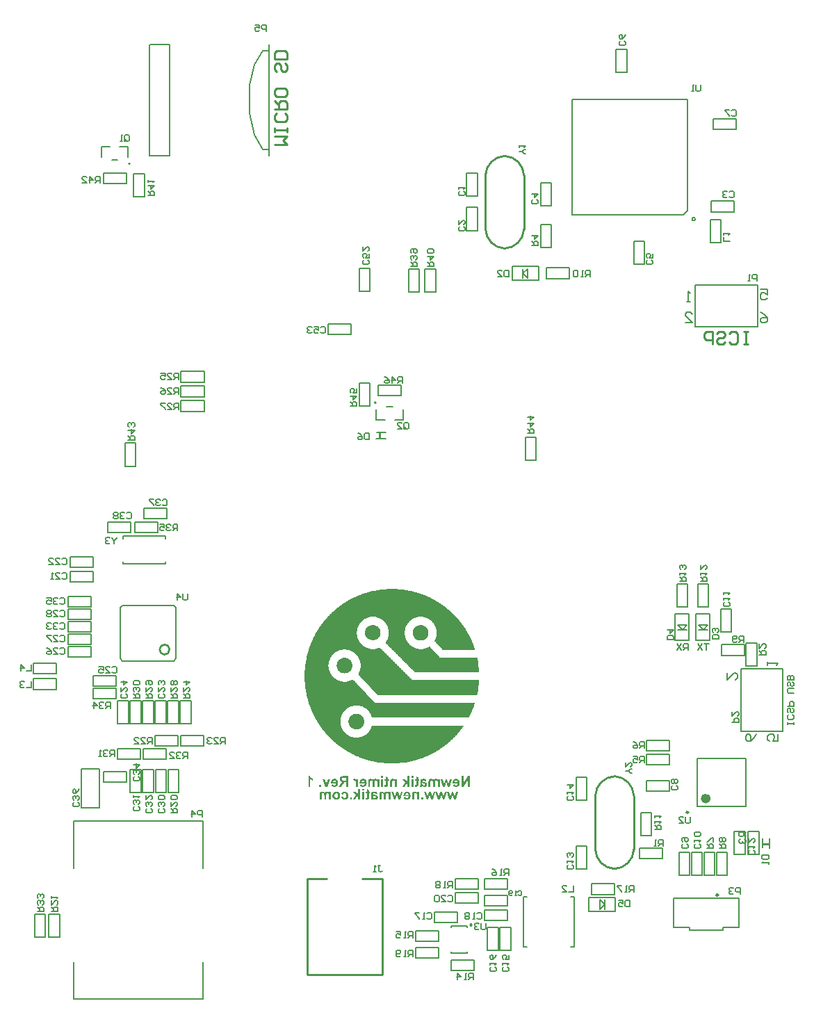
<source format=gbo>
G04 Layer_Color=11599871*
%FSLAX24Y24*%
%MOIN*%
G70*
G01*
G75*
%ADD19C,0.0118*%
%ADD23C,0.0236*%
%ADD40C,0.0100*%
%ADD65C,0.0098*%
%ADD66C,0.0079*%
%ADD67C,0.0010*%
%ADD68C,0.0059*%
%ADD69C,0.0050*%
%ADD116C,0.0080*%
G36*
X-22674Y9989D02*
X-22663Y9988D01*
X-22651Y9984D01*
X-22641Y9981D01*
X-22621Y9971D01*
X-22613Y9967D01*
X-22605Y9961D01*
X-22597Y9956D01*
X-22591Y9951D01*
X-22586Y9945D01*
X-22581Y9941D01*
X-22577Y9938D01*
X-22575Y9935D01*
X-22573Y9933D01*
X-22573Y9932D01*
Y9982D01*
X-22484D01*
Y9617D01*
X-22580D01*
Y9794D01*
Y9812D01*
X-22582Y9828D01*
X-22583Y9841D01*
X-22584Y9851D01*
X-22586Y9858D01*
X-22587Y9864D01*
X-22588Y9868D01*
Y9868D01*
X-22591Y9877D01*
X-22595Y9884D01*
X-22600Y9890D01*
X-22603Y9895D01*
X-22607Y9898D01*
X-22610Y9901D01*
X-22613Y9903D01*
X-22613Y9904D01*
X-22620Y9908D01*
X-22627Y9911D01*
X-22634Y9913D01*
X-22640Y9915D01*
X-22646Y9915D01*
X-22650Y9916D01*
X-22661D01*
X-22666Y9915D01*
X-22672Y9914D01*
X-22676Y9912D01*
X-22679Y9911D01*
X-22681Y9910D01*
X-22683Y9908D01*
X-22683D01*
X-22690Y9901D01*
X-22696Y9894D01*
X-22697Y9891D01*
X-22699Y9888D01*
X-22699Y9886D01*
Y9885D01*
X-22700Y9882D01*
X-22701Y9878D01*
X-22703Y9868D01*
X-22703Y9857D01*
X-22704Y9845D01*
X-22705Y9834D01*
Y9825D01*
Y9822D01*
Y9819D01*
Y9817D01*
Y9816D01*
Y9617D01*
X-22802D01*
Y9792D01*
Y9809D01*
X-22803Y9825D01*
X-22804Y9838D01*
X-22805Y9849D01*
X-22807Y9857D01*
X-22808Y9862D01*
X-22809Y9866D01*
Y9867D01*
X-22812Y9875D01*
X-22816Y9882D01*
X-22821Y9889D01*
X-22825Y9894D01*
X-22828Y9898D01*
X-22832Y9901D01*
X-22834Y9902D01*
X-22835Y9903D01*
X-22841Y9908D01*
X-22848Y9911D01*
X-22855Y9913D01*
X-22861Y9915D01*
X-22866Y9915D01*
X-22870Y9916D01*
X-22873D01*
X-22883Y9915D01*
X-22891Y9913D01*
X-22898Y9909D01*
X-22904Y9906D01*
X-22908Y9902D01*
X-22912Y9898D01*
X-22914Y9896D01*
X-22914Y9895D01*
X-22916Y9892D01*
X-22918Y9888D01*
X-22921Y9878D01*
X-22922Y9866D01*
X-22923Y9854D01*
X-22924Y9843D01*
X-22924Y9833D01*
Y9830D01*
Y9827D01*
Y9825D01*
Y9825D01*
Y9617D01*
X-23021D01*
Y9849D01*
X-23020Y9868D01*
X-23020Y9883D01*
X-23018Y9896D01*
X-23017Y9907D01*
X-23014Y9915D01*
X-23013Y9921D01*
X-23012Y9925D01*
X-23011Y9925D01*
X-23006Y9936D01*
X-22999Y9946D01*
X-22992Y9954D01*
X-22985Y9961D01*
X-22979Y9966D01*
X-22974Y9970D01*
X-22971Y9972D01*
X-22969Y9973D01*
X-22958Y9978D01*
X-22947Y9983D01*
X-22935Y9986D01*
X-22925Y9988D01*
X-22915Y9989D01*
X-22908Y9990D01*
X-22901D01*
X-22890Y9989D01*
X-22879Y9988D01*
X-22868Y9985D01*
X-22860Y9983D01*
X-22852Y9980D01*
X-22846Y9978D01*
X-22843Y9976D01*
X-22841Y9975D01*
X-22832Y9969D01*
X-22822Y9962D01*
X-22813Y9955D01*
X-22805Y9948D01*
X-22799Y9941D01*
X-22794Y9936D01*
X-22791Y9933D01*
X-22790Y9931D01*
X-22783Y9941D01*
X-22776Y9951D01*
X-22769Y9958D01*
X-22762Y9964D01*
X-22756Y9969D01*
X-22752Y9972D01*
X-22749Y9974D01*
X-22747Y9975D01*
X-22737Y9980D01*
X-22727Y9984D01*
X-22717Y9986D01*
X-22707Y9988D01*
X-22699Y9989D01*
X-22693Y9990D01*
X-22686D01*
X-22674Y9989D01*
D02*
G37*
G36*
X-19817D02*
X-19806Y9988D01*
X-19794Y9984D01*
X-19784Y9981D01*
X-19764Y9971D01*
X-19756Y9967D01*
X-19748Y9961D01*
X-19740Y9956D01*
X-19734Y9951D01*
X-19729Y9945D01*
X-19724Y9941D01*
X-19720Y9938D01*
X-19718Y9935D01*
X-19717Y9933D01*
X-19716Y9932D01*
Y9982D01*
X-19627D01*
Y9617D01*
X-19723D01*
Y9794D01*
Y9812D01*
X-19725Y9828D01*
X-19726Y9841D01*
X-19727Y9851D01*
X-19729Y9858D01*
X-19730Y9864D01*
X-19731Y9868D01*
Y9868D01*
X-19734Y9877D01*
X-19738Y9884D01*
X-19743Y9890D01*
X-19746Y9895D01*
X-19750Y9898D01*
X-19753Y9901D01*
X-19756Y9903D01*
X-19756Y9904D01*
X-19763Y9908D01*
X-19770Y9911D01*
X-19777Y9913D01*
X-19783Y9915D01*
X-19789Y9915D01*
X-19793Y9916D01*
X-19804D01*
X-19809Y9915D01*
X-19815Y9914D01*
X-19819Y9912D01*
X-19822Y9911D01*
X-19824Y9910D01*
X-19826Y9908D01*
X-19826D01*
X-19833Y9901D01*
X-19839Y9894D01*
X-19840Y9891D01*
X-19842Y9888D01*
X-19842Y9886D01*
Y9885D01*
X-19843Y9882D01*
X-19844Y9878D01*
X-19846Y9868D01*
X-19846Y9857D01*
X-19847Y9845D01*
X-19848Y9834D01*
Y9825D01*
Y9822D01*
Y9819D01*
Y9817D01*
Y9816D01*
Y9617D01*
X-19945D01*
Y9792D01*
Y9809D01*
X-19946Y9825D01*
X-19947Y9838D01*
X-19948Y9849D01*
X-19950Y9857D01*
X-19951Y9862D01*
X-19952Y9866D01*
Y9867D01*
X-19955Y9875D01*
X-19959Y9882D01*
X-19964Y9889D01*
X-19968Y9894D01*
X-19971Y9898D01*
X-19975Y9901D01*
X-19977Y9902D01*
X-19978Y9903D01*
X-19985Y9908D01*
X-19991Y9911D01*
X-19998Y9913D01*
X-20004Y9915D01*
X-20009Y9915D01*
X-20013Y9916D01*
X-20016D01*
X-20026Y9915D01*
X-20034Y9913D01*
X-20041Y9909D01*
X-20048Y9906D01*
X-20051Y9902D01*
X-20055Y9898D01*
X-20057Y9896D01*
X-20057Y9895D01*
X-20059Y9892D01*
X-20061Y9888D01*
X-20064Y9878D01*
X-20065Y9866D01*
X-20066Y9854D01*
X-20067Y9843D01*
X-20067Y9833D01*
Y9830D01*
Y9827D01*
Y9825D01*
Y9825D01*
Y9617D01*
X-20164D01*
Y9849D01*
X-20163Y9868D01*
X-20163Y9883D01*
X-20161Y9896D01*
X-20160Y9907D01*
X-20157Y9915D01*
X-20156Y9921D01*
X-20155Y9925D01*
X-20154Y9925D01*
X-20149Y9936D01*
X-20142Y9946D01*
X-20135Y9954D01*
X-20128Y9961D01*
X-20122Y9966D01*
X-20117Y9970D01*
X-20114Y9972D01*
X-20112Y9973D01*
X-20101Y9978D01*
X-20090Y9983D01*
X-20078Y9986D01*
X-20068Y9988D01*
X-20058Y9989D01*
X-20051Y9990D01*
X-20044D01*
X-20033Y9989D01*
X-20022Y9988D01*
X-20011Y9985D01*
X-20003Y9983D01*
X-19995Y9980D01*
X-19989Y9978D01*
X-19986Y9976D01*
X-19985Y9975D01*
X-19975Y9969D01*
X-19965Y9962D01*
X-19956Y9955D01*
X-19948Y9948D01*
X-19942Y9941D01*
X-19937Y9936D01*
X-19934Y9933D01*
X-19933Y9931D01*
X-19926Y9941D01*
X-19919Y9951D01*
X-19912Y9958D01*
X-19905Y9964D01*
X-19899Y9969D01*
X-19895Y9972D01*
X-19892Y9974D01*
X-19890Y9975D01*
X-19880Y9980D01*
X-19870Y9984D01*
X-19860Y9986D01*
X-19850Y9988D01*
X-19842Y9989D01*
X-19836Y9990D01*
X-19829D01*
X-19817Y9989D01*
D02*
G37*
G36*
X-20378D02*
X-20366Y9988D01*
X-20356Y9986D01*
X-20346Y9984D01*
X-20338Y9981D01*
X-20329Y9979D01*
X-20322Y9977D01*
X-20316Y9974D01*
X-20311Y9972D01*
X-20306Y9970D01*
X-20303Y9968D01*
X-20299Y9966D01*
X-20297Y9964D01*
X-20296Y9964D01*
X-20296D01*
X-20283Y9953D01*
X-20273Y9941D01*
X-20263Y9928D01*
X-20256Y9915D01*
X-20252Y9904D01*
X-20248Y9895D01*
X-20246Y9892D01*
X-20246Y9888D01*
X-20245Y9887D01*
Y9886D01*
X-20332Y9870D01*
X-20335Y9878D01*
X-20339Y9886D01*
X-20342Y9892D01*
X-20346Y9897D01*
X-20349Y9901D01*
X-20352Y9903D01*
X-20354Y9905D01*
X-20355Y9905D01*
X-20361Y9909D01*
X-20367Y9911D01*
X-20381Y9915D01*
X-20386Y9915D01*
X-20391Y9916D01*
X-20395D01*
X-20408Y9915D01*
X-20420Y9915D01*
X-20429Y9912D01*
X-20436Y9910D01*
X-20442Y9908D01*
X-20445Y9906D01*
X-20447Y9905D01*
X-20448Y9904D01*
X-20452Y9898D01*
X-20455Y9892D01*
X-20458Y9886D01*
X-20460Y9879D01*
X-20461Y9873D01*
X-20461Y9868D01*
Y9865D01*
Y9864D01*
Y9855D01*
X-20456Y9852D01*
X-20450Y9850D01*
X-20435Y9846D01*
X-20420Y9842D01*
X-20405Y9839D01*
X-20390Y9835D01*
X-20384Y9834D01*
X-20378Y9833D01*
X-20373Y9832D01*
X-20370Y9832D01*
X-20368Y9831D01*
X-20367D01*
X-20349Y9827D01*
X-20334Y9823D01*
X-20321Y9819D01*
X-20310Y9815D01*
X-20302Y9812D01*
X-20296Y9810D01*
X-20292Y9809D01*
X-20290Y9808D01*
X-20281Y9802D01*
X-20273Y9796D01*
X-20266Y9790D01*
X-20260Y9784D01*
X-20256Y9779D01*
X-20253Y9774D01*
X-20250Y9771D01*
X-20250Y9770D01*
X-20245Y9761D01*
X-20241Y9752D01*
X-20239Y9743D01*
X-20236Y9734D01*
X-20236Y9726D01*
X-20235Y9721D01*
Y9717D01*
Y9716D01*
X-20236Y9699D01*
X-20240Y9683D01*
X-20245Y9670D01*
X-20251Y9659D01*
X-20257Y9650D01*
X-20262Y9643D01*
X-20266Y9639D01*
X-20267Y9637D01*
X-20280Y9627D01*
X-20295Y9620D01*
X-20309Y9615D01*
X-20324Y9611D01*
X-20336Y9609D01*
X-20342Y9608D01*
X-20347D01*
X-20351Y9607D01*
X-20356D01*
X-20368Y9608D01*
X-20379Y9609D01*
X-20389Y9611D01*
X-20398Y9614D01*
X-20405Y9615D01*
X-20412Y9617D01*
X-20415Y9618D01*
X-20416Y9619D01*
X-20427Y9624D01*
X-20436Y9630D01*
X-20445Y9636D01*
X-20453Y9642D01*
X-20460Y9647D01*
X-20465Y9652D01*
X-20468Y9655D01*
X-20469Y9656D01*
X-20470Y9653D01*
X-20471Y9649D01*
X-20472Y9646D01*
Y9645D01*
Y9644D01*
X-20475Y9638D01*
X-20476Y9632D01*
X-20478Y9627D01*
X-20480Y9623D01*
X-20481Y9620D01*
X-20481Y9618D01*
X-20482Y9617D01*
Y9617D01*
X-20577D01*
X-20573Y9627D01*
X-20569Y9635D01*
X-20566Y9643D01*
X-20564Y9650D01*
X-20562Y9657D01*
X-20561Y9661D01*
X-20560Y9664D01*
Y9665D01*
X-20558Y9675D01*
X-20557Y9686D01*
X-20556Y9698D01*
Y9710D01*
X-20555Y9720D01*
Y9729D01*
Y9732D01*
Y9734D01*
Y9736D01*
Y9736D01*
X-20557Y9849D01*
Y9860D01*
X-20556Y9870D01*
X-20555Y9880D01*
X-20554Y9888D01*
X-20554Y9897D01*
X-20553Y9904D01*
X-20551Y9910D01*
X-20551Y9915D01*
X-20547Y9925D01*
X-20546Y9931D01*
X-20544Y9935D01*
X-20544Y9935D01*
X-20538Y9944D01*
X-20531Y9951D01*
X-20524Y9958D01*
X-20517Y9964D01*
X-20510Y9968D01*
X-20504Y9971D01*
X-20501Y9974D01*
X-20499Y9974D01*
X-20493Y9978D01*
X-20486Y9980D01*
X-20471Y9984D01*
X-20455Y9986D01*
X-20439Y9988D01*
X-20425Y9989D01*
X-20418D01*
X-20413Y9990D01*
X-20389D01*
X-20378Y9989D01*
D02*
G37*
G36*
X-16494Y9617D02*
X-16588D01*
X-16650Y9852D01*
X-16713Y9617D01*
X-16806D01*
X-16923Y9982D01*
X-16828D01*
X-16758Y9743D01*
X-16697Y9982D01*
X-16604D01*
X-16541Y9743D01*
X-16472Y9982D01*
X-16379D01*
X-16494Y9617D01*
D02*
G37*
G36*
X-21078D02*
X-21175D01*
Y9733D01*
X-21219Y9781D01*
X-21312Y9617D01*
X-21416D01*
X-21282Y9849D01*
X-21407Y9982D01*
X-21288D01*
X-21175Y9853D01*
Y10121D01*
X-21078D01*
Y9617D01*
D02*
G37*
G36*
X-21349Y10604D02*
X-21342Y10603D01*
X-21335Y10601D01*
X-21329Y10599D01*
X-21323Y10597D01*
X-21319Y10595D01*
X-21317Y10594D01*
X-21316Y10593D01*
X-21309Y10588D01*
X-21302Y10581D01*
X-21295Y10573D01*
X-21289Y10565D01*
X-21283Y10557D01*
X-21279Y10551D01*
X-21276Y10546D01*
X-21275Y10545D01*
Y10597D01*
X-21185D01*
Y10231D01*
X-21282D01*
Y10343D01*
Y10360D01*
Y10376D01*
X-21282Y10389D01*
X-21283Y10402D01*
Y10413D01*
X-21284Y10423D01*
X-21285Y10432D01*
X-21286Y10439D01*
X-21286Y10446D01*
X-21287Y10452D01*
X-21288Y10456D01*
Y10459D01*
X-21289Y10462D01*
X-21289Y10464D01*
Y10466D01*
X-21292Y10475D01*
X-21296Y10484D01*
X-21300Y10492D01*
X-21304Y10497D01*
X-21307Y10501D01*
X-21309Y10504D01*
X-21311Y10505D01*
X-21312Y10506D01*
X-21317Y10510D01*
X-21323Y10513D01*
X-21329Y10515D01*
X-21335Y10516D01*
X-21339Y10517D01*
X-21343Y10518D01*
X-21346D01*
X-21355Y10517D01*
X-21362Y10515D01*
X-21370Y10512D01*
X-21378Y10510D01*
X-21383Y10507D01*
X-21388Y10504D01*
X-21392Y10502D01*
X-21392Y10502D01*
X-21422Y10586D01*
X-21411Y10592D01*
X-21399Y10597D01*
X-21388Y10600D01*
X-21378Y10602D01*
X-21370Y10604D01*
X-21363Y10605D01*
X-21358D01*
X-21349Y10604D01*
D02*
G37*
G36*
X-19976Y10231D02*
X-20073D01*
Y10597D01*
X-19976D01*
Y10231D01*
D02*
G37*
G36*
X-21660D02*
X-21762D01*
Y10442D01*
X-21795D01*
X-21805Y10441D01*
X-21814Y10440D01*
X-21821Y10439D01*
X-21826Y10438D01*
X-21830Y10436D01*
X-21832Y10436D01*
X-21833D01*
X-21839Y10433D01*
X-21845Y10430D01*
X-21855Y10423D01*
X-21858Y10420D01*
X-21862Y10417D01*
X-21863Y10416D01*
X-21864Y10415D01*
X-21867Y10412D01*
X-21870Y10407D01*
X-21878Y10396D01*
X-21888Y10385D01*
X-21896Y10372D01*
X-21905Y10360D01*
X-21908Y10355D01*
X-21911Y10350D01*
X-21914Y10346D01*
X-21916Y10343D01*
X-21917Y10341D01*
X-21918Y10340D01*
X-21990Y10231D01*
X-22112D01*
X-22050Y10330D01*
X-22044Y10340D01*
X-22037Y10350D01*
X-22032Y10359D01*
X-22026Y10367D01*
X-22017Y10381D01*
X-22008Y10393D01*
X-22001Y10401D01*
X-21997Y10406D01*
X-21994Y10410D01*
X-21993Y10411D01*
X-21984Y10419D01*
X-21975Y10427D01*
X-21966Y10435D01*
X-21958Y10441D01*
X-21950Y10446D01*
X-21944Y10450D01*
X-21940Y10452D01*
X-21939Y10453D01*
X-21938D01*
X-21951Y10456D01*
X-21961Y10458D01*
X-21972Y10461D01*
X-21981Y10465D01*
X-21991Y10469D01*
X-21999Y10472D01*
X-22006Y10476D01*
X-22013Y10480D01*
X-22018Y10484D01*
X-22024Y10488D01*
X-22027Y10492D01*
X-22031Y10494D01*
X-22034Y10497D01*
X-22036Y10499D01*
X-22037Y10499D01*
Y10500D01*
X-22044Y10507D01*
X-22049Y10515D01*
X-22057Y10530D01*
X-22063Y10546D01*
X-22067Y10561D01*
X-22070Y10574D01*
X-22070Y10579D01*
Y10585D01*
X-22071Y10588D01*
Y10591D01*
Y10593D01*
Y10594D01*
X-22070Y10610D01*
X-22068Y10625D01*
X-22064Y10638D01*
X-22060Y10650D01*
X-22056Y10660D01*
X-22053Y10667D01*
X-22050Y10671D01*
X-22049Y10673D01*
X-22040Y10685D01*
X-22030Y10695D01*
X-22021Y10704D01*
X-22011Y10711D01*
X-22003Y10716D01*
X-21996Y10720D01*
X-21991Y10721D01*
X-21991Y10722D01*
X-21990D01*
X-21983Y10724D01*
X-21974Y10727D01*
X-21956Y10730D01*
X-21937Y10733D01*
X-21918Y10734D01*
X-21909Y10735D01*
X-21893D01*
X-21886Y10736D01*
X-21660D01*
Y10231D01*
D02*
G37*
G36*
X-20886Y10032D02*
X-20983D01*
Y10121D01*
X-20886D01*
Y10032D01*
D02*
G37*
G36*
X-22951Y10231D02*
X-23047D01*
Y10328D01*
X-22951D01*
Y10231D01*
D02*
G37*
G36*
X-17042Y9617D02*
X-17135D01*
X-17197Y9852D01*
X-17260Y9617D01*
X-17353D01*
X-17471Y9982D01*
X-17376D01*
X-17306Y9743D01*
X-17245Y9982D01*
X-17151D01*
X-17088Y9743D01*
X-17020Y9982D01*
X-16926D01*
X-17042Y9617D01*
D02*
G37*
G36*
X-18460Y9989D02*
X-18447Y9988D01*
X-18435Y9984D01*
X-18424Y9981D01*
X-18413Y9975D01*
X-18403Y9971D01*
X-18395Y9964D01*
X-18386Y9959D01*
X-18379Y9954D01*
X-18373Y9948D01*
X-18366Y9943D01*
X-18362Y9938D01*
X-18358Y9934D01*
X-18356Y9931D01*
X-18354Y9929D01*
X-18353Y9928D01*
Y9982D01*
X-18263D01*
Y9617D01*
X-18360D01*
Y9782D01*
Y9792D01*
Y9803D01*
X-18361Y9812D01*
Y9821D01*
X-18362Y9829D01*
X-18363Y9835D01*
X-18363Y9842D01*
X-18364Y9847D01*
X-18365Y9855D01*
X-18366Y9861D01*
X-18367Y9865D01*
Y9865D01*
X-18370Y9874D01*
X-18375Y9881D01*
X-18379Y9887D01*
X-18383Y9892D01*
X-18388Y9897D01*
X-18391Y9900D01*
X-18393Y9901D01*
X-18394Y9902D01*
X-18402Y9907D01*
X-18409Y9910D01*
X-18417Y9913D01*
X-18424Y9915D01*
X-18430Y9915D01*
X-18435Y9916D01*
X-18439D01*
X-18446Y9915D01*
X-18452Y9915D01*
X-18459Y9913D01*
X-18463Y9911D01*
X-18467Y9909D01*
X-18470Y9908D01*
X-18472Y9907D01*
X-18472Y9906D01*
X-18482Y9898D01*
X-18488Y9888D01*
X-18490Y9885D01*
X-18492Y9882D01*
X-18492Y9879D01*
Y9878D01*
X-18494Y9875D01*
X-18495Y9870D01*
X-18496Y9859D01*
X-18498Y9847D01*
X-18498Y9834D01*
X-18499Y9822D01*
Y9817D01*
Y9812D01*
Y9808D01*
Y9805D01*
Y9803D01*
Y9802D01*
Y9617D01*
X-18596D01*
Y9843D01*
Y9858D01*
X-18595Y9871D01*
X-18594Y9882D01*
X-18594Y9892D01*
X-18592Y9898D01*
X-18591Y9904D01*
X-18591Y9907D01*
Y9908D01*
X-18588Y9916D01*
X-18585Y9924D01*
X-18582Y9931D01*
X-18579Y9937D01*
X-18576Y9941D01*
X-18574Y9945D01*
X-18572Y9948D01*
X-18571Y9948D01*
X-18566Y9955D01*
X-18559Y9961D01*
X-18553Y9966D01*
X-18546Y9971D01*
X-18541Y9974D01*
X-18536Y9976D01*
X-18533Y9978D01*
X-18531Y9978D01*
X-18521Y9982D01*
X-18512Y9985D01*
X-18502Y9987D01*
X-18492Y9988D01*
X-18485Y9989D01*
X-18478Y9990D01*
X-18473D01*
X-18460Y9989D01*
D02*
G37*
G36*
X-18068Y9617D02*
X-18165D01*
Y9713D01*
X-18068D01*
Y9617D01*
D02*
G37*
G36*
X-20886D02*
X-20983D01*
Y9982D01*
X-20886D01*
Y9617D01*
D02*
G37*
G36*
X-22206Y9989D02*
X-22189Y9986D01*
X-22172Y9982D01*
X-22157Y9978D01*
X-22146Y9974D01*
X-22140Y9971D01*
X-22136Y9970D01*
X-22133Y9968D01*
X-22131Y9967D01*
X-22130Y9966D01*
X-22129D01*
X-22113Y9956D01*
X-22100Y9945D01*
X-22089Y9934D01*
X-22080Y9922D01*
X-22072Y9912D01*
X-22067Y9905D01*
X-22064Y9901D01*
X-22063Y9899D01*
X-22062Y9898D01*
Y9897D01*
X-22054Y9880D01*
X-22049Y9863D01*
X-22044Y9848D01*
X-22042Y9833D01*
X-22040Y9821D01*
X-22040Y9815D01*
Y9812D01*
X-22039Y9808D01*
Y9805D01*
Y9804D01*
Y9803D01*
X-22040Y9781D01*
X-22043Y9760D01*
X-22047Y9742D01*
X-22050Y9726D01*
X-22053Y9719D01*
X-22055Y9713D01*
X-22057Y9709D01*
X-22058Y9704D01*
X-22060Y9701D01*
X-22061Y9699D01*
X-22062Y9697D01*
Y9696D01*
X-22072Y9681D01*
X-22083Y9667D01*
X-22094Y9656D01*
X-22106Y9647D01*
X-22116Y9640D01*
X-22123Y9634D01*
X-22127Y9632D01*
X-22129Y9630D01*
X-22130Y9630D01*
X-22131D01*
X-22148Y9622D01*
X-22165Y9617D01*
X-22181Y9613D01*
X-22196Y9610D01*
X-22208Y9609D01*
X-22213Y9608D01*
X-22218Y9607D01*
X-22226D01*
X-22241Y9608D01*
X-22256Y9610D01*
X-22269Y9613D01*
X-22282Y9616D01*
X-22294Y9620D01*
X-22305Y9624D01*
X-22315Y9630D01*
X-22324Y9635D01*
X-22332Y9640D01*
X-22340Y9645D01*
X-22346Y9650D01*
X-22352Y9653D01*
X-22355Y9657D01*
X-22358Y9660D01*
X-22360Y9661D01*
X-22361Y9662D01*
X-22370Y9673D01*
X-22378Y9683D01*
X-22385Y9695D01*
X-22392Y9706D01*
X-22397Y9718D01*
X-22401Y9729D01*
X-22405Y9740D01*
X-22408Y9751D01*
X-22410Y9761D01*
X-22411Y9770D01*
X-22413Y9779D01*
X-22414Y9786D01*
X-22415Y9792D01*
Y9796D01*
Y9799D01*
Y9799D01*
X-22414Y9815D01*
X-22412Y9829D01*
X-22410Y9842D01*
X-22406Y9855D01*
X-22402Y9867D01*
X-22398Y9878D01*
X-22393Y9888D01*
X-22388Y9898D01*
X-22383Y9907D01*
X-22378Y9914D01*
X-22374Y9921D01*
X-22370Y9925D01*
X-22366Y9930D01*
X-22364Y9933D01*
X-22362Y9935D01*
X-22362Y9935D01*
X-22352Y9945D01*
X-22341Y9953D01*
X-22329Y9961D01*
X-22318Y9967D01*
X-22307Y9972D01*
X-22295Y9977D01*
X-22285Y9980D01*
X-22274Y9983D01*
X-22264Y9985D01*
X-22256Y9987D01*
X-22247Y9988D01*
X-22240Y9989D01*
X-22234Y9990D01*
X-22226D01*
X-22206Y9989D01*
D02*
G37*
G36*
X-21473Y9617D02*
X-21570D01*
Y9713D01*
X-21473D01*
Y9617D01*
D02*
G37*
G36*
X-19154D02*
X-19248D01*
X-19310Y9852D01*
X-19373Y9617D01*
X-19466D01*
X-19584Y9982D01*
X-19488D01*
X-19419Y9743D01*
X-19358Y9982D01*
X-19264D01*
X-19201Y9743D01*
X-19133Y9982D01*
X-19039D01*
X-19154Y9617D01*
D02*
G37*
G36*
X-17589D02*
X-17683D01*
X-17745Y9852D01*
X-17808Y9617D01*
X-17901D01*
X-18018Y9982D01*
X-17923D01*
X-17853Y9743D01*
X-17793Y9982D01*
X-17699D01*
X-17636Y9743D01*
X-17568Y9982D01*
X-17474D01*
X-17589Y9617D01*
D02*
G37*
G36*
X-20657Y10054D02*
Y9982D01*
X-20612D01*
Y9905D01*
X-20657D01*
Y9745D01*
Y9736D01*
Y9727D01*
X-20657Y9713D01*
Y9700D01*
X-20658Y9691D01*
X-20659Y9685D01*
Y9680D01*
X-20660Y9677D01*
Y9676D01*
X-20661Y9668D01*
X-20663Y9660D01*
X-20665Y9654D01*
X-20667Y9648D01*
X-20670Y9644D01*
X-20671Y9640D01*
X-20672Y9639D01*
X-20673Y9638D01*
X-20677Y9633D01*
X-20682Y9629D01*
X-20692Y9622D01*
X-20696Y9619D01*
X-20700Y9617D01*
X-20703Y9617D01*
X-20703Y9616D01*
X-20711Y9613D01*
X-20720Y9611D01*
X-20727Y9610D01*
X-20735Y9608D01*
X-20741D01*
X-20746Y9607D01*
X-20750D01*
X-20766Y9608D01*
X-20780Y9610D01*
X-20793Y9612D01*
X-20805Y9614D01*
X-20814Y9617D01*
X-20821Y9619D01*
X-20826Y9620D01*
X-20827Y9621D01*
X-20819Y9696D01*
X-20809Y9693D01*
X-20802Y9691D01*
X-20795Y9690D01*
X-20789Y9689D01*
X-20785Y9688D01*
X-20782Y9687D01*
X-20779D01*
X-20773Y9688D01*
X-20768Y9690D01*
X-20765Y9691D01*
X-20763Y9692D01*
X-20759Y9696D01*
X-20756Y9700D01*
X-20755Y9703D01*
Y9704D01*
Y9706D01*
X-20754Y9709D01*
Y9716D01*
Y9724D01*
X-20753Y9733D01*
Y9742D01*
Y9749D01*
Y9753D01*
Y9755D01*
Y9756D01*
Y9756D01*
Y9905D01*
X-20819D01*
Y9982D01*
X-20753D01*
Y10111D01*
X-20657Y10054D01*
D02*
G37*
G36*
X-18820Y9989D02*
X-18807Y9988D01*
X-18796Y9985D01*
X-18784Y9981D01*
X-18773Y9978D01*
X-18763Y9974D01*
X-18755Y9968D01*
X-18747Y9964D01*
X-18739Y9959D01*
X-18733Y9954D01*
X-18727Y9950D01*
X-18722Y9946D01*
X-18718Y9942D01*
X-18716Y9940D01*
X-18714Y9938D01*
X-18714Y9938D01*
X-18705Y9928D01*
X-18698Y9917D01*
X-18692Y9905D01*
X-18687Y9894D01*
X-18682Y9882D01*
X-18678Y9870D01*
X-18673Y9847D01*
X-18671Y9837D01*
X-18669Y9827D01*
X-18668Y9818D01*
X-18667Y9811D01*
X-18667Y9804D01*
Y9799D01*
Y9796D01*
Y9796D01*
X-18667Y9782D01*
X-18668Y9769D01*
X-18672Y9744D01*
X-18675Y9733D01*
X-18678Y9723D01*
X-18681Y9713D01*
X-18684Y9704D01*
X-18687Y9696D01*
X-18690Y9690D01*
X-18694Y9683D01*
X-18697Y9679D01*
X-18699Y9675D01*
X-18700Y9672D01*
X-18702Y9670D01*
Y9670D01*
X-18711Y9659D01*
X-18721Y9649D01*
X-18732Y9640D01*
X-18743Y9633D01*
X-18755Y9627D01*
X-18767Y9623D01*
X-18779Y9618D01*
X-18790Y9615D01*
X-18801Y9613D01*
X-18811Y9610D01*
X-18819Y9610D01*
X-18828Y9608D01*
X-18834D01*
X-18839Y9607D01*
X-18843D01*
X-18865Y9609D01*
X-18884Y9612D01*
X-18901Y9616D01*
X-18915Y9621D01*
X-18927Y9627D01*
X-18932Y9629D01*
X-18936Y9630D01*
X-18939Y9633D01*
X-18942Y9633D01*
X-18942Y9635D01*
X-18943D01*
X-18957Y9647D01*
X-18969Y9660D01*
X-18979Y9673D01*
X-18988Y9686D01*
X-18994Y9697D01*
X-18997Y9703D01*
X-18998Y9707D01*
X-19000Y9710D01*
X-19001Y9713D01*
X-19002Y9715D01*
Y9716D01*
X-18906Y9732D01*
X-18903Y9722D01*
X-18899Y9714D01*
X-18895Y9707D01*
X-18891Y9702D01*
X-18888Y9697D01*
X-18885Y9694D01*
X-18883Y9693D01*
X-18882Y9692D01*
X-18876Y9688D01*
X-18870Y9685D01*
X-18863Y9683D01*
X-18858Y9681D01*
X-18853Y9680D01*
X-18848Y9680D01*
X-18844D01*
X-18833Y9680D01*
X-18822Y9683D01*
X-18812Y9687D01*
X-18804Y9692D01*
X-18797Y9696D01*
X-18793Y9700D01*
X-18790Y9703D01*
X-18789Y9703D01*
X-18781Y9713D01*
X-18776Y9724D01*
X-18772Y9735D01*
X-18769Y9746D01*
X-18767Y9756D01*
X-18766Y9764D01*
X-18766Y9767D01*
Y9769D01*
Y9770D01*
Y9771D01*
X-19008D01*
Y9791D01*
X-19006Y9810D01*
X-19004Y9827D01*
X-19001Y9843D01*
X-18998Y9858D01*
X-18994Y9872D01*
X-18990Y9884D01*
X-18985Y9895D01*
X-18982Y9905D01*
X-18977Y9912D01*
X-18973Y9919D01*
X-18970Y9925D01*
X-18967Y9930D01*
X-18965Y9933D01*
X-18963Y9935D01*
X-18962Y9935D01*
X-18953Y9945D01*
X-18943Y9953D01*
X-18933Y9961D01*
X-18922Y9967D01*
X-18912Y9972D01*
X-18901Y9977D01*
X-18890Y9980D01*
X-18880Y9983D01*
X-18871Y9985D01*
X-18862Y9987D01*
X-18854Y9988D01*
X-18847Y9989D01*
X-18841Y9990D01*
X-18833D01*
X-18820Y9989D01*
D02*
G37*
G36*
X-21810D02*
X-21795Y9988D01*
X-21782Y9985D01*
X-21770Y9982D01*
X-21759Y9978D01*
X-21748Y9974D01*
X-21739Y9969D01*
X-21729Y9964D01*
X-21722Y9960D01*
X-21715Y9955D01*
X-21709Y9951D01*
X-21704Y9947D01*
X-21700Y9944D01*
X-21698Y9941D01*
X-21696Y9940D01*
X-21696Y9939D01*
X-21687Y9929D01*
X-21680Y9918D01*
X-21673Y9908D01*
X-21668Y9895D01*
X-21663Y9884D01*
X-21660Y9872D01*
X-21654Y9849D01*
X-21652Y9839D01*
X-21650Y9829D01*
X-21650Y9820D01*
X-21649Y9813D01*
X-21648Y9806D01*
Y9802D01*
Y9799D01*
Y9798D01*
X-21649Y9782D01*
X-21650Y9766D01*
X-21653Y9752D01*
X-21656Y9738D01*
X-21659Y9726D01*
X-21663Y9714D01*
X-21667Y9703D01*
X-21672Y9694D01*
X-21676Y9686D01*
X-21680Y9678D01*
X-21685Y9672D01*
X-21688Y9666D01*
X-21691Y9663D01*
X-21693Y9660D01*
X-21695Y9658D01*
X-21696Y9657D01*
X-21705Y9649D01*
X-21715Y9641D01*
X-21725Y9634D01*
X-21736Y9628D01*
X-21746Y9623D01*
X-21757Y9620D01*
X-21777Y9614D01*
X-21787Y9611D01*
X-21795Y9610D01*
X-21803Y9609D01*
X-21810Y9608D01*
X-21815Y9607D01*
X-21823D01*
X-21836Y9608D01*
X-21848Y9609D01*
X-21871Y9613D01*
X-21881Y9615D01*
X-21890Y9618D01*
X-21898Y9621D01*
X-21906Y9624D01*
X-21912Y9627D01*
X-21918Y9630D01*
X-21924Y9633D01*
X-21928Y9635D01*
X-21931Y9637D01*
X-21934Y9639D01*
X-21934Y9640D01*
X-21935D01*
X-21943Y9647D01*
X-21950Y9654D01*
X-21962Y9670D01*
X-21972Y9686D01*
X-21980Y9703D01*
X-21986Y9717D01*
X-21988Y9723D01*
X-21990Y9729D01*
X-21991Y9733D01*
X-21992Y9736D01*
X-21993Y9739D01*
Y9739D01*
X-21898Y9756D01*
X-21895Y9743D01*
X-21891Y9731D01*
X-21886Y9722D01*
X-21882Y9714D01*
X-21878Y9709D01*
X-21875Y9705D01*
X-21873Y9703D01*
X-21872Y9702D01*
X-21865Y9696D01*
X-21858Y9693D01*
X-21850Y9690D01*
X-21843Y9689D01*
X-21837Y9687D01*
X-21832Y9686D01*
X-21827D01*
X-21814Y9687D01*
X-21802Y9690D01*
X-21792Y9695D01*
X-21784Y9700D01*
X-21777Y9704D01*
X-21772Y9709D01*
X-21769Y9712D01*
X-21769Y9713D01*
X-21765Y9718D01*
X-21762Y9724D01*
X-21756Y9739D01*
X-21752Y9753D01*
X-21750Y9769D01*
X-21749Y9782D01*
X-21748Y9789D01*
X-21747Y9794D01*
Y9799D01*
Y9802D01*
Y9804D01*
Y9805D01*
Y9815D01*
X-21748Y9825D01*
X-21750Y9842D01*
X-21754Y9857D01*
X-21758Y9868D01*
X-21762Y9878D01*
X-21766Y9884D01*
X-21768Y9887D01*
X-21769Y9888D01*
X-21777Y9897D01*
X-21787Y9903D01*
X-21796Y9908D01*
X-21805Y9911D01*
X-21814Y9912D01*
X-21820Y9914D01*
X-21826D01*
X-21836Y9913D01*
X-21845Y9911D01*
X-21852Y9909D01*
X-21859Y9907D01*
X-21864Y9904D01*
X-21868Y9901D01*
X-21870Y9900D01*
X-21871Y9899D01*
X-21877Y9893D01*
X-21881Y9886D01*
X-21885Y9879D01*
X-21888Y9872D01*
X-21891Y9866D01*
X-21892Y9862D01*
X-21893Y9858D01*
Y9857D01*
X-21988Y9874D01*
X-21981Y9895D01*
X-21972Y9912D01*
X-21962Y9927D01*
X-21953Y9939D01*
X-21944Y9948D01*
X-21938Y9955D01*
X-21932Y9959D01*
X-21931Y9961D01*
X-21931D01*
X-21915Y9971D01*
X-21898Y9978D01*
X-21880Y9983D01*
X-21863Y9986D01*
X-21848Y9988D01*
X-21842Y9989D01*
X-21835D01*
X-21831Y9990D01*
X-21825D01*
X-21810Y9989D01*
D02*
G37*
G36*
X-19507Y10604D02*
X-19494Y10602D01*
X-19482Y10599D01*
X-19471Y10595D01*
X-19460Y10590D01*
X-19450Y10585D01*
X-19442Y10579D01*
X-19433Y10574D01*
X-19425Y10568D01*
X-19419Y10562D01*
X-19413Y10558D01*
X-19409Y10553D01*
X-19405Y10548D01*
X-19402Y10545D01*
X-19401Y10544D01*
X-19400Y10543D01*
Y10597D01*
X-19310D01*
Y10231D01*
X-19407D01*
Y10396D01*
Y10407D01*
Y10418D01*
X-19408Y10427D01*
Y10436D01*
X-19409Y10443D01*
X-19409Y10450D01*
X-19410Y10456D01*
X-19411Y10462D01*
X-19412Y10470D01*
X-19413Y10475D01*
X-19414Y10479D01*
Y10480D01*
X-19417Y10489D01*
X-19422Y10495D01*
X-19426Y10502D01*
X-19430Y10507D01*
X-19435Y10512D01*
X-19438Y10515D01*
X-19440Y10516D01*
X-19441Y10517D01*
X-19448Y10522D01*
X-19456Y10525D01*
X-19464Y10528D01*
X-19471Y10529D01*
X-19477Y10530D01*
X-19482Y10531D01*
X-19486D01*
X-19493Y10530D01*
X-19499Y10529D01*
X-19505Y10528D01*
X-19510Y10526D01*
X-19514Y10524D01*
X-19517Y10522D01*
X-19518Y10522D01*
X-19519Y10521D01*
X-19528Y10512D01*
X-19534Y10503D01*
X-19537Y10499D01*
X-19538Y10496D01*
X-19539Y10494D01*
Y10493D01*
X-19541Y10489D01*
X-19541Y10485D01*
X-19543Y10474D01*
X-19544Y10462D01*
X-19545Y10449D01*
X-19546Y10437D01*
Y10432D01*
Y10426D01*
Y10423D01*
Y10419D01*
Y10418D01*
Y10417D01*
Y10231D01*
X-19643D01*
Y10458D01*
Y10472D01*
X-19642Y10485D01*
X-19641Y10497D01*
X-19640Y10506D01*
X-19639Y10513D01*
X-19638Y10519D01*
X-19637Y10522D01*
Y10522D01*
X-19635Y10531D01*
X-19632Y10538D01*
X-19629Y10545D01*
X-19626Y10552D01*
X-19623Y10556D01*
X-19621Y10560D01*
X-19619Y10562D01*
X-19618Y10563D01*
X-19613Y10570D01*
X-19606Y10575D01*
X-19600Y10581D01*
X-19593Y10585D01*
X-19587Y10588D01*
X-19583Y10591D01*
X-19580Y10592D01*
X-19578Y10593D01*
X-19568Y10597D01*
X-19558Y10600D01*
X-19548Y10601D01*
X-19539Y10603D01*
X-19531Y10604D01*
X-19525Y10605D01*
X-19520D01*
X-19507Y10604D01*
D02*
G37*
G36*
X-15830Y10231D02*
X-15924D01*
Y10562D01*
X-16128Y10231D01*
X-16231D01*
Y10736D01*
X-16136D01*
Y10397D01*
X-15928Y10736D01*
X-15830D01*
Y10231D01*
D02*
G37*
G36*
X-17459Y10604D02*
X-17448Y10602D01*
X-17436Y10599D01*
X-17426Y10595D01*
X-17406Y10586D01*
X-17398Y10581D01*
X-17390Y10576D01*
X-17383Y10571D01*
X-17376Y10565D01*
X-17371Y10560D01*
X-17366Y10556D01*
X-17363Y10552D01*
X-17360Y10549D01*
X-17359Y10548D01*
X-17358Y10547D01*
Y10597D01*
X-17269D01*
Y10231D01*
X-17366D01*
Y10409D01*
Y10427D01*
X-17367Y10442D01*
X-17368Y10456D01*
X-17370Y10466D01*
X-17371Y10473D01*
X-17372Y10479D01*
X-17373Y10482D01*
Y10483D01*
X-17376Y10492D01*
X-17380Y10499D01*
X-17385Y10505D01*
X-17389Y10509D01*
X-17393Y10513D01*
X-17396Y10516D01*
X-17398Y10518D01*
X-17399Y10519D01*
X-17406Y10522D01*
X-17413Y10525D01*
X-17419Y10528D01*
X-17426Y10529D01*
X-17431Y10530D01*
X-17436Y10531D01*
X-17446D01*
X-17452Y10529D01*
X-17457Y10528D01*
X-17461Y10527D01*
X-17464Y10525D01*
X-17466Y10525D01*
X-17468Y10523D01*
X-17469D01*
X-17475Y10516D01*
X-17481Y10509D01*
X-17482Y10505D01*
X-17484Y10502D01*
X-17485Y10501D01*
Y10500D01*
X-17485Y10497D01*
X-17486Y10492D01*
X-17488Y10483D01*
X-17489Y10472D01*
X-17489Y10460D01*
X-17490Y10449D01*
Y10439D01*
Y10436D01*
Y10433D01*
Y10432D01*
Y10431D01*
Y10231D01*
X-17587D01*
Y10406D01*
Y10424D01*
X-17588Y10440D01*
X-17589Y10452D01*
X-17591Y10463D01*
X-17592Y10472D01*
X-17593Y10477D01*
X-17595Y10481D01*
Y10482D01*
X-17598Y10490D01*
X-17601Y10497D01*
X-17606Y10504D01*
X-17610Y10509D01*
X-17614Y10512D01*
X-17617Y10515D01*
X-17619Y10517D01*
X-17620Y10518D01*
X-17627Y10522D01*
X-17634Y10525D01*
X-17640Y10528D01*
X-17646Y10529D01*
X-17651Y10530D01*
X-17655Y10531D01*
X-17658D01*
X-17668Y10530D01*
X-17677Y10528D01*
X-17684Y10524D01*
X-17690Y10521D01*
X-17694Y10517D01*
X-17697Y10513D01*
X-17699Y10511D01*
X-17700Y10510D01*
X-17701Y10507D01*
X-17703Y10502D01*
X-17706Y10492D01*
X-17707Y10481D01*
X-17708Y10469D01*
X-17709Y10458D01*
X-17710Y10448D01*
Y10445D01*
Y10442D01*
Y10440D01*
Y10439D01*
Y10231D01*
X-17807D01*
Y10464D01*
X-17806Y10482D01*
X-17805Y10498D01*
X-17803Y10511D01*
X-17802Y10522D01*
X-17800Y10530D01*
X-17798Y10535D01*
X-17797Y10539D01*
X-17797Y10540D01*
X-17791Y10551D01*
X-17784Y10561D01*
X-17777Y10569D01*
X-17770Y10575D01*
X-17764Y10581D01*
X-17759Y10585D01*
X-17756Y10587D01*
X-17754Y10588D01*
X-17744Y10593D01*
X-17732Y10598D01*
X-17720Y10601D01*
X-17710Y10602D01*
X-17701Y10604D01*
X-17694Y10605D01*
X-17687D01*
X-17675Y10604D01*
X-17664Y10602D01*
X-17654Y10600D01*
X-17645Y10598D01*
X-17638Y10595D01*
X-17631Y10592D01*
X-17628Y10591D01*
X-17627Y10590D01*
X-17617Y10584D01*
X-17607Y10577D01*
X-17598Y10570D01*
X-17591Y10562D01*
X-17585Y10556D01*
X-17579Y10551D01*
X-17576Y10548D01*
X-17575Y10546D01*
X-17568Y10556D01*
X-17562Y10565D01*
X-17555Y10573D01*
X-17548Y10579D01*
X-17542Y10584D01*
X-17537Y10587D01*
X-17534Y10589D01*
X-17532Y10590D01*
X-17522Y10595D01*
X-17512Y10598D01*
X-17502Y10601D01*
X-17492Y10603D01*
X-17484Y10604D01*
X-17478Y10605D01*
X-17472D01*
X-17459Y10604D01*
D02*
G37*
G36*
X-16797Y10231D02*
X-16890D01*
X-16952Y10466D01*
X-17015Y10231D01*
X-17108D01*
X-17226Y10597D01*
X-17131D01*
X-17061Y10357D01*
X-17000Y10597D01*
X-16906D01*
X-16843Y10357D01*
X-16775Y10597D01*
X-16681D01*
X-16797Y10231D01*
D02*
G37*
G36*
X-19976Y10647D02*
X-20073D01*
Y10736D01*
X-19976D01*
Y10647D01*
D02*
G37*
G36*
X-18020Y10604D02*
X-18008Y10602D01*
X-17998Y10601D01*
X-17989Y10598D01*
X-17980Y10596D01*
X-17972Y10594D01*
X-17965Y10591D01*
X-17959Y10589D01*
X-17953Y10587D01*
X-17949Y10585D01*
X-17945Y10582D01*
X-17942Y10581D01*
X-17939Y10579D01*
X-17939Y10578D01*
X-17938D01*
X-17926Y10568D01*
X-17915Y10555D01*
X-17906Y10543D01*
X-17899Y10530D01*
X-17894Y10519D01*
X-17890Y10509D01*
X-17889Y10506D01*
X-17888Y10503D01*
X-17887Y10502D01*
Y10501D01*
X-17974Y10485D01*
X-17977Y10493D01*
X-17981Y10501D01*
X-17985Y10507D01*
X-17989Y10512D01*
X-17992Y10515D01*
X-17995Y10518D01*
X-17996Y10519D01*
X-17997Y10520D01*
X-18003Y10524D01*
X-18009Y10526D01*
X-18023Y10529D01*
X-18028Y10530D01*
X-18033Y10531D01*
X-18038D01*
X-18051Y10530D01*
X-18062Y10529D01*
X-18071Y10527D01*
X-18078Y10525D01*
X-18084Y10522D01*
X-18087Y10521D01*
X-18089Y10519D01*
X-18090Y10519D01*
X-18095Y10513D01*
X-18098Y10507D01*
X-18101Y10501D01*
X-18102Y10494D01*
X-18103Y10488D01*
X-18104Y10483D01*
Y10480D01*
Y10479D01*
Y10469D01*
X-18098Y10467D01*
X-18092Y10465D01*
X-18078Y10461D01*
X-18062Y10457D01*
X-18047Y10453D01*
X-18032Y10450D01*
X-18026Y10449D01*
X-18020Y10448D01*
X-18015Y10447D01*
X-18012Y10446D01*
X-18010Y10446D01*
X-18009D01*
X-17992Y10442D01*
X-17976Y10438D01*
X-17963Y10434D01*
X-17952Y10430D01*
X-17944Y10427D01*
X-17938Y10425D01*
X-17934Y10423D01*
X-17932Y10423D01*
X-17923Y10417D01*
X-17915Y10411D01*
X-17908Y10405D01*
X-17902Y10399D01*
X-17898Y10393D01*
X-17895Y10389D01*
X-17893Y10386D01*
X-17892Y10385D01*
X-17887Y10376D01*
X-17883Y10366D01*
X-17881Y10357D01*
X-17879Y10349D01*
X-17878Y10341D01*
X-17877Y10336D01*
Y10332D01*
Y10330D01*
X-17879Y10313D01*
X-17883Y10298D01*
X-17887Y10285D01*
X-17893Y10274D01*
X-17899Y10264D01*
X-17904Y10257D01*
X-17908Y10254D01*
X-17909Y10252D01*
X-17922Y10242D01*
X-17937Y10234D01*
X-17952Y10230D01*
X-17966Y10226D01*
X-17979Y10224D01*
X-17985Y10223D01*
X-17989D01*
X-17993Y10222D01*
X-17998D01*
X-18010Y10223D01*
X-18022Y10224D01*
X-18032Y10226D01*
X-18040Y10228D01*
X-18048Y10230D01*
X-18054Y10232D01*
X-18057Y10233D01*
X-18058Y10234D01*
X-18069Y10239D01*
X-18078Y10244D01*
X-18088Y10250D01*
X-18095Y10257D01*
X-18102Y10262D01*
X-18107Y10267D01*
X-18111Y10270D01*
X-18111Y10270D01*
X-18112Y10267D01*
X-18113Y10264D01*
X-18114Y10260D01*
Y10260D01*
Y10259D01*
X-18117Y10253D01*
X-18118Y10247D01*
X-18121Y10242D01*
X-18122Y10238D01*
X-18123Y10235D01*
X-18124Y10233D01*
X-18124Y10232D01*
Y10231D01*
X-18220D01*
X-18215Y10241D01*
X-18211Y10250D01*
X-18208Y10258D01*
X-18206Y10265D01*
X-18204Y10271D01*
X-18203Y10276D01*
X-18202Y10279D01*
Y10280D01*
X-18200Y10290D01*
X-18200Y10300D01*
X-18198Y10313D01*
Y10324D01*
X-18197Y10335D01*
Y10343D01*
Y10346D01*
Y10349D01*
Y10350D01*
Y10351D01*
X-18199Y10463D01*
Y10475D01*
X-18198Y10485D01*
X-18197Y10495D01*
X-18197Y10503D01*
X-18196Y10512D01*
X-18195Y10519D01*
X-18194Y10525D01*
X-18193Y10530D01*
X-18190Y10539D01*
X-18188Y10545D01*
X-18187Y10549D01*
X-18186Y10550D01*
X-18181Y10558D01*
X-18174Y10566D01*
X-18166Y10573D01*
X-18159Y10578D01*
X-18152Y10583D01*
X-18147Y10586D01*
X-18143Y10588D01*
X-18141Y10589D01*
X-18135Y10592D01*
X-18128Y10595D01*
X-18113Y10598D01*
X-18097Y10601D01*
X-18081Y10603D01*
X-18067Y10604D01*
X-18061D01*
X-18055Y10605D01*
X-18032D01*
X-18020Y10604D01*
D02*
G37*
G36*
X-23484Y10720D02*
X-23475Y10705D01*
X-23465Y10691D01*
X-23455Y10680D01*
X-23445Y10670D01*
X-23437Y10663D01*
X-23435Y10661D01*
X-23433Y10658D01*
X-23431Y10658D01*
X-23431Y10657D01*
X-23414Y10644D01*
X-23399Y10635D01*
X-23385Y10627D01*
X-23373Y10621D01*
X-23363Y10615D01*
X-23355Y10612D01*
X-23352Y10611D01*
X-23350Y10611D01*
X-23349Y10610D01*
X-23348D01*
Y10522D01*
X-23375Y10532D01*
X-23398Y10544D01*
X-23419Y10555D01*
X-23429Y10562D01*
X-23437Y10568D01*
X-23446Y10573D01*
X-23453Y10578D01*
X-23459Y10583D01*
X-23464Y10587D01*
X-23468Y10591D01*
X-23471Y10593D01*
X-23473Y10595D01*
X-23474Y10595D01*
Y10231D01*
X-23570D01*
Y10737D01*
X-23491D01*
X-23484Y10720D01*
D02*
G37*
G36*
X-20355Y10604D02*
X-20343Y10602D01*
X-20332Y10599D01*
X-20322Y10595D01*
X-20302Y10586D01*
X-20293Y10581D01*
X-20286Y10576D01*
X-20278Y10571D01*
X-20272Y10565D01*
X-20266Y10560D01*
X-20262Y10556D01*
X-20258Y10552D01*
X-20256Y10549D01*
X-20254Y10548D01*
X-20253Y10547D01*
Y10597D01*
X-20164D01*
Y10231D01*
X-20261D01*
Y10409D01*
Y10427D01*
X-20263Y10442D01*
X-20263Y10456D01*
X-20265Y10466D01*
X-20266Y10473D01*
X-20267Y10479D01*
X-20269Y10482D01*
Y10483D01*
X-20272Y10492D01*
X-20276Y10499D01*
X-20280Y10505D01*
X-20284Y10509D01*
X-20288Y10513D01*
X-20291Y10516D01*
X-20293Y10518D01*
X-20294Y10519D01*
X-20301Y10522D01*
X-20308Y10525D01*
X-20315Y10528D01*
X-20321Y10529D01*
X-20326Y10530D01*
X-20331Y10531D01*
X-20342D01*
X-20347Y10529D01*
X-20352Y10528D01*
X-20356Y10527D01*
X-20359Y10525D01*
X-20362Y10525D01*
X-20363Y10523D01*
X-20364D01*
X-20371Y10516D01*
X-20376Y10509D01*
X-20378Y10505D01*
X-20379Y10502D01*
X-20380Y10501D01*
Y10500D01*
X-20381Y10497D01*
X-20382Y10492D01*
X-20383Y10483D01*
X-20384Y10472D01*
X-20385Y10460D01*
X-20385Y10449D01*
Y10439D01*
Y10436D01*
Y10433D01*
Y10432D01*
Y10431D01*
Y10231D01*
X-20482D01*
Y10406D01*
Y10424D01*
X-20484Y10440D01*
X-20485Y10452D01*
X-20486Y10463D01*
X-20488Y10472D01*
X-20488Y10477D01*
X-20490Y10481D01*
Y10482D01*
X-20493Y10490D01*
X-20497Y10497D01*
X-20501Y10504D01*
X-20505Y10509D01*
X-20509Y10512D01*
X-20512Y10515D01*
X-20514Y10517D01*
X-20515Y10518D01*
X-20522Y10522D01*
X-20529Y10525D01*
X-20535Y10528D01*
X-20541Y10529D01*
X-20547Y10530D01*
X-20551Y10531D01*
X-20554D01*
X-20564Y10530D01*
X-20572Y10528D01*
X-20579Y10524D01*
X-20585Y10521D01*
X-20589Y10517D01*
X-20593Y10513D01*
X-20594Y10511D01*
X-20595Y10510D01*
X-20597Y10507D01*
X-20598Y10502D01*
X-20601Y10492D01*
X-20603Y10481D01*
X-20604Y10469D01*
X-20604Y10458D01*
X-20605Y10448D01*
Y10445D01*
Y10442D01*
Y10440D01*
Y10439D01*
Y10231D01*
X-20702D01*
Y10464D01*
X-20701Y10482D01*
X-20700Y10498D01*
X-20699Y10511D01*
X-20697Y10522D01*
X-20695Y10530D01*
X-20693Y10535D01*
X-20693Y10539D01*
X-20692Y10540D01*
X-20687Y10551D01*
X-20680Y10561D01*
X-20673Y10569D01*
X-20666Y10575D01*
X-20660Y10581D01*
X-20654Y10585D01*
X-20651Y10587D01*
X-20650Y10588D01*
X-20639Y10593D01*
X-20627Y10598D01*
X-20616Y10601D01*
X-20606Y10602D01*
X-20596Y10604D01*
X-20589Y10605D01*
X-20582D01*
X-20571Y10604D01*
X-20560Y10602D01*
X-20549Y10600D01*
X-20541Y10598D01*
X-20533Y10595D01*
X-20527Y10592D01*
X-20524Y10591D01*
X-20522Y10590D01*
X-20512Y10584D01*
X-20502Y10577D01*
X-20494Y10570D01*
X-20486Y10562D01*
X-20480Y10556D01*
X-20475Y10551D01*
X-20471Y10548D01*
X-20471Y10546D01*
X-20464Y10556D01*
X-20457Y10565D01*
X-20450Y10573D01*
X-20443Y10579D01*
X-20437Y10584D01*
X-20432Y10587D01*
X-20429Y10589D01*
X-20428Y10590D01*
X-20418Y10595D01*
X-20408Y10598D01*
X-20398Y10601D01*
X-20388Y10603D01*
X-20379Y10604D01*
X-20373Y10605D01*
X-20367D01*
X-20355Y10604D01*
D02*
G37*
G36*
X-18720Y10231D02*
X-18817D01*
Y10348D01*
X-18862Y10396D01*
X-18954Y10231D01*
X-19058D01*
X-18924Y10463D01*
X-19049Y10597D01*
X-18930D01*
X-18817Y10468D01*
Y10736D01*
X-18720D01*
Y10231D01*
D02*
G37*
G36*
X-22293Y10604D02*
X-22280Y10602D01*
X-22269Y10600D01*
X-22257Y10596D01*
X-22246Y10592D01*
X-22236Y10588D01*
X-22228Y10583D01*
X-22219Y10578D01*
X-22212Y10574D01*
X-22206Y10569D01*
X-22199Y10565D01*
X-22195Y10561D01*
X-22191Y10557D01*
X-22189Y10555D01*
X-22187Y10553D01*
X-22186Y10552D01*
X-22178Y10542D01*
X-22171Y10532D01*
X-22165Y10520D01*
X-22160Y10509D01*
X-22155Y10496D01*
X-22151Y10485D01*
X-22146Y10462D01*
X-22143Y10452D01*
X-22142Y10442D01*
X-22141Y10432D01*
X-22140Y10426D01*
X-22140Y10419D01*
Y10414D01*
Y10411D01*
Y10410D01*
X-22140Y10396D01*
X-22141Y10383D01*
X-22145Y10359D01*
X-22148Y10347D01*
X-22151Y10337D01*
X-22154Y10327D01*
X-22157Y10319D01*
X-22160Y10311D01*
X-22163Y10304D01*
X-22166Y10298D01*
X-22169Y10293D01*
X-22172Y10290D01*
X-22173Y10287D01*
X-22175Y10285D01*
Y10284D01*
X-22184Y10274D01*
X-22194Y10264D01*
X-22205Y10255D01*
X-22216Y10248D01*
X-22228Y10242D01*
X-22240Y10237D01*
X-22252Y10233D01*
X-22263Y10230D01*
X-22274Y10227D01*
X-22284Y10225D01*
X-22292Y10224D01*
X-22301Y10223D01*
X-22307D01*
X-22312Y10222D01*
X-22316D01*
X-22338Y10224D01*
X-22357Y10227D01*
X-22374Y10231D01*
X-22388Y10236D01*
X-22400Y10241D01*
X-22405Y10244D01*
X-22409Y10245D01*
X-22412Y10247D01*
X-22415Y10248D01*
X-22415Y10250D01*
X-22416D01*
X-22430Y10261D01*
X-22442Y10274D01*
X-22452Y10287D01*
X-22461Y10300D01*
X-22467Y10312D01*
X-22470Y10317D01*
X-22471Y10322D01*
X-22473Y10325D01*
X-22474Y10328D01*
X-22475Y10330D01*
Y10330D01*
X-22379Y10346D01*
X-22376Y10336D01*
X-22372Y10329D01*
X-22368Y10322D01*
X-22364Y10317D01*
X-22361Y10312D01*
X-22358Y10309D01*
X-22356Y10307D01*
X-22355Y10307D01*
X-22349Y10303D01*
X-22343Y10300D01*
X-22336Y10297D01*
X-22331Y10296D01*
X-22325Y10295D01*
X-22321Y10294D01*
X-22317D01*
X-22305Y10295D01*
X-22295Y10298D01*
X-22285Y10302D01*
X-22277Y10307D01*
X-22270Y10310D01*
X-22266Y10314D01*
X-22262Y10317D01*
X-22262Y10318D01*
X-22254Y10328D01*
X-22249Y10339D01*
X-22245Y10350D01*
X-22242Y10361D01*
X-22240Y10370D01*
X-22239Y10379D01*
X-22239Y10382D01*
Y10384D01*
Y10385D01*
Y10386D01*
X-22481D01*
Y10406D01*
X-22479Y10425D01*
X-22477Y10442D01*
X-22474Y10458D01*
X-22471Y10472D01*
X-22467Y10486D01*
X-22463Y10499D01*
X-22458Y10509D01*
X-22454Y10519D01*
X-22450Y10527D01*
X-22446Y10534D01*
X-22443Y10540D01*
X-22440Y10545D01*
X-22438Y10548D01*
X-22436Y10549D01*
X-22435Y10550D01*
X-22426Y10560D01*
X-22416Y10568D01*
X-22406Y10575D01*
X-22395Y10581D01*
X-22385Y10587D01*
X-22374Y10591D01*
X-22363Y10595D01*
X-22353Y10598D01*
X-22344Y10600D01*
X-22335Y10601D01*
X-22327Y10603D01*
X-22320Y10604D01*
X-22314Y10605D01*
X-22306D01*
X-22293Y10604D01*
D02*
G37*
G36*
X-20923D02*
X-20910Y10602D01*
X-20898Y10600D01*
X-20887Y10596D01*
X-20876Y10592D01*
X-20866Y10588D01*
X-20858Y10583D01*
X-20849Y10578D01*
X-20842Y10574D01*
X-20835Y10569D01*
X-20829Y10565D01*
X-20825Y10561D01*
X-20821Y10557D01*
X-20819Y10555D01*
X-20817Y10553D01*
X-20816Y10552D01*
X-20808Y10542D01*
X-20801Y10532D01*
X-20795Y10520D01*
X-20789Y10509D01*
X-20785Y10496D01*
X-20781Y10485D01*
X-20776Y10462D01*
X-20773Y10452D01*
X-20772Y10442D01*
X-20771Y10432D01*
X-20770Y10426D01*
X-20769Y10419D01*
Y10414D01*
Y10411D01*
Y10410D01*
X-20770Y10396D01*
X-20771Y10383D01*
X-20775Y10359D01*
X-20778Y10347D01*
X-20781Y10337D01*
X-20784Y10327D01*
X-20787Y10319D01*
X-20790Y10311D01*
X-20793Y10304D01*
X-20796Y10298D01*
X-20799Y10293D01*
X-20802Y10290D01*
X-20803Y10287D01*
X-20805Y10285D01*
Y10284D01*
X-20814Y10274D01*
X-20824Y10264D01*
X-20835Y10255D01*
X-20846Y10248D01*
X-20858Y10242D01*
X-20870Y10237D01*
X-20882Y10233D01*
X-20893Y10230D01*
X-20904Y10227D01*
X-20914Y10225D01*
X-20922Y10224D01*
X-20931Y10223D01*
X-20937D01*
X-20942Y10222D01*
X-20946D01*
X-20968Y10224D01*
X-20987Y10227D01*
X-21004Y10231D01*
X-21018Y10236D01*
X-21030Y10241D01*
X-21035Y10244D01*
X-21039Y10245D01*
X-21042Y10247D01*
X-21044Y10248D01*
X-21045Y10250D01*
X-21046D01*
X-21060Y10261D01*
X-21072Y10274D01*
X-21082Y10287D01*
X-21090Y10300D01*
X-21097Y10312D01*
X-21100Y10317D01*
X-21101Y10322D01*
X-21103Y10325D01*
X-21104Y10328D01*
X-21105Y10330D01*
Y10330D01*
X-21009Y10346D01*
X-21006Y10336D01*
X-21002Y10329D01*
X-20998Y10322D01*
X-20994Y10317D01*
X-20991Y10312D01*
X-20988Y10309D01*
X-20986Y10307D01*
X-20985Y10307D01*
X-20979Y10303D01*
X-20973Y10300D01*
X-20966Y10297D01*
X-20961Y10296D01*
X-20955Y10295D01*
X-20951Y10294D01*
X-20947D01*
X-20935Y10295D01*
X-20925Y10298D01*
X-20915Y10302D01*
X-20907Y10307D01*
X-20900Y10310D01*
X-20895Y10314D01*
X-20892Y10317D01*
X-20892Y10318D01*
X-20884Y10328D01*
X-20879Y10339D01*
X-20875Y10350D01*
X-20872Y10361D01*
X-20870Y10370D01*
X-20869Y10379D01*
X-20869Y10382D01*
Y10384D01*
Y10385D01*
Y10386D01*
X-21110D01*
Y10406D01*
X-21109Y10425D01*
X-21107Y10442D01*
X-21104Y10458D01*
X-21100Y10472D01*
X-21097Y10486D01*
X-21093Y10499D01*
X-21088Y10509D01*
X-21084Y10519D01*
X-21080Y10527D01*
X-21076Y10534D01*
X-21073Y10540D01*
X-21070Y10545D01*
X-21067Y10548D01*
X-21066Y10549D01*
X-21065Y10550D01*
X-21056Y10560D01*
X-21046Y10568D01*
X-21036Y10575D01*
X-21025Y10581D01*
X-21014Y10587D01*
X-21004Y10591D01*
X-20993Y10595D01*
X-20983Y10598D01*
X-20974Y10600D01*
X-20965Y10601D01*
X-20957Y10603D01*
X-20950Y10604D01*
X-20944Y10605D01*
X-20936D01*
X-20923Y10604D01*
D02*
G37*
G36*
X-18528Y10231D02*
X-18625D01*
Y10597D01*
X-18528D01*
Y10231D01*
D02*
G37*
G36*
Y10647D02*
X-18625D01*
Y10736D01*
X-18528D01*
Y10647D01*
D02*
G37*
G36*
X-18299Y10669D02*
Y10597D01*
X-18254D01*
Y10520D01*
X-18299D01*
Y10360D01*
Y10350D01*
Y10342D01*
X-18300Y10327D01*
Y10315D01*
X-18300Y10306D01*
X-18301Y10300D01*
Y10295D01*
X-18302Y10292D01*
Y10291D01*
X-18303Y10283D01*
X-18305Y10275D01*
X-18307Y10269D01*
X-18310Y10263D01*
X-18312Y10259D01*
X-18313Y10255D01*
X-18314Y10254D01*
X-18315Y10253D01*
X-18319Y10248D01*
X-18324Y10244D01*
X-18334Y10237D01*
X-18339Y10234D01*
X-18343Y10232D01*
X-18345Y10231D01*
X-18346Y10231D01*
X-18353Y10227D01*
X-18362Y10226D01*
X-18369Y10224D01*
X-18377Y10223D01*
X-18383D01*
X-18388Y10222D01*
X-18392D01*
X-18408Y10223D01*
X-18422Y10224D01*
X-18435Y10227D01*
X-18447Y10229D01*
X-18456Y10231D01*
X-18463Y10234D01*
X-18468Y10235D01*
X-18469Y10236D01*
X-18461Y10311D01*
X-18452Y10308D01*
X-18444Y10306D01*
X-18437Y10304D01*
X-18432Y10303D01*
X-18427Y10303D01*
X-18424Y10302D01*
X-18422D01*
X-18416Y10303D01*
X-18410Y10304D01*
X-18407Y10306D01*
X-18406Y10307D01*
X-18402Y10310D01*
X-18399Y10314D01*
X-18397Y10317D01*
Y10319D01*
Y10320D01*
X-18396Y10323D01*
Y10330D01*
Y10339D01*
X-18396Y10348D01*
Y10356D01*
Y10364D01*
Y10367D01*
Y10370D01*
Y10370D01*
Y10371D01*
Y10520D01*
X-18462D01*
Y10597D01*
X-18396D01*
Y10726D01*
X-18299Y10669D01*
D02*
G37*
G36*
X-22660Y10231D02*
X-22747D01*
X-22892Y10597D01*
X-22793D01*
X-22723Y10410D01*
X-22719Y10399D01*
X-22716Y10389D01*
X-22715Y10384D01*
X-22714Y10381D01*
X-22713Y10380D01*
Y10379D01*
X-22712Y10375D01*
X-22711Y10370D01*
X-22707Y10360D01*
X-22706Y10355D01*
X-22705Y10351D01*
X-22703Y10348D01*
Y10347D01*
X-22683Y10410D01*
X-22614Y10597D01*
X-22513D01*
X-22660Y10231D01*
D02*
G37*
G36*
X-19746Y10669D02*
Y10597D01*
X-19702D01*
Y10520D01*
X-19746D01*
Y10360D01*
Y10350D01*
Y10342D01*
X-19747Y10327D01*
Y10315D01*
X-19748Y10306D01*
X-19749Y10300D01*
Y10295D01*
X-19750Y10292D01*
Y10291D01*
X-19751Y10283D01*
X-19753Y10275D01*
X-19755Y10269D01*
X-19757Y10263D01*
X-19760Y10259D01*
X-19761Y10255D01*
X-19762Y10254D01*
X-19763Y10253D01*
X-19766Y10248D01*
X-19772Y10244D01*
X-19782Y10237D01*
X-19786Y10234D01*
X-19790Y10232D01*
X-19793Y10231D01*
X-19793Y10231D01*
X-19801Y10227D01*
X-19809Y10226D01*
X-19817Y10224D01*
X-19825Y10223D01*
X-19831D01*
X-19836Y10222D01*
X-19840D01*
X-19856Y10223D01*
X-19870Y10224D01*
X-19883Y10227D01*
X-19895Y10229D01*
X-19904Y10231D01*
X-19911Y10234D01*
X-19915Y10235D01*
X-19917Y10236D01*
X-19909Y10311D01*
X-19899Y10308D01*
X-19892Y10306D01*
X-19885Y10304D01*
X-19879Y10303D01*
X-19875Y10303D01*
X-19872Y10302D01*
X-19869D01*
X-19863Y10303D01*
X-19858Y10304D01*
X-19855Y10306D01*
X-19853Y10307D01*
X-19849Y10310D01*
X-19846Y10314D01*
X-19845Y10317D01*
Y10319D01*
Y10320D01*
X-19844Y10323D01*
Y10330D01*
Y10339D01*
X-19843Y10348D01*
Y10356D01*
Y10364D01*
Y10367D01*
Y10370D01*
Y10370D01*
Y10371D01*
Y10520D01*
X-19909D01*
Y10597D01*
X-19843D01*
Y10726D01*
X-19746Y10669D01*
D02*
G37*
G36*
X-16463Y10604D02*
X-16449Y10602D01*
X-16438Y10600D01*
X-16426Y10596D01*
X-16416Y10592D01*
X-16406Y10588D01*
X-16397Y10583D01*
X-16389Y10578D01*
X-16381Y10574D01*
X-16375Y10569D01*
X-16369Y10565D01*
X-16364Y10561D01*
X-16360Y10557D01*
X-16358Y10555D01*
X-16357Y10553D01*
X-16356Y10552D01*
X-16347Y10542D01*
X-16340Y10532D01*
X-16334Y10520D01*
X-16329Y10509D01*
X-16324Y10496D01*
X-16320Y10485D01*
X-16315Y10462D01*
X-16313Y10452D01*
X-16311Y10442D01*
X-16310Y10432D01*
X-16310Y10426D01*
X-16309Y10419D01*
Y10414D01*
Y10411D01*
Y10410D01*
X-16310Y10396D01*
X-16310Y10383D01*
X-16314Y10359D01*
X-16317Y10347D01*
X-16320Y10337D01*
X-16323Y10327D01*
X-16327Y10319D01*
X-16330Y10311D01*
X-16333Y10304D01*
X-16336Y10298D01*
X-16339Y10293D01*
X-16341Y10290D01*
X-16343Y10287D01*
X-16344Y10285D01*
Y10284D01*
X-16353Y10274D01*
X-16363Y10264D01*
X-16374Y10255D01*
X-16386Y10248D01*
X-16397Y10242D01*
X-16409Y10237D01*
X-16421Y10233D01*
X-16433Y10230D01*
X-16443Y10227D01*
X-16453Y10225D01*
X-16462Y10224D01*
X-16470Y10223D01*
X-16476D01*
X-16482Y10222D01*
X-16486D01*
X-16507Y10224D01*
X-16526Y10227D01*
X-16543Y10231D01*
X-16558Y10236D01*
X-16569Y10241D01*
X-16575Y10244D01*
X-16578Y10245D01*
X-16582Y10247D01*
X-16584Y10248D01*
X-16585Y10250D01*
X-16585D01*
X-16599Y10261D01*
X-16611Y10274D01*
X-16621Y10287D01*
X-16630Y10300D01*
X-16636Y10312D01*
X-16639Y10317D01*
X-16641Y10322D01*
X-16642Y10325D01*
X-16644Y10328D01*
X-16645Y10330D01*
Y10330D01*
X-16549Y10346D01*
X-16545Y10336D01*
X-16542Y10329D01*
X-16537Y10322D01*
X-16533Y10317D01*
X-16530Y10312D01*
X-16527Y10309D01*
X-16525Y10307D01*
X-16525Y10307D01*
X-16519Y10303D01*
X-16512Y10300D01*
X-16506Y10297D01*
X-16500Y10296D01*
X-16495Y10295D01*
X-16490Y10294D01*
X-16486D01*
X-16475Y10295D01*
X-16464Y10298D01*
X-16454Y10302D01*
X-16446Y10307D01*
X-16439Y10310D01*
X-16435Y10314D01*
X-16432Y10317D01*
X-16431Y10318D01*
X-16423Y10328D01*
X-16418Y10339D01*
X-16414Y10350D01*
X-16411Y10361D01*
X-16409Y10370D01*
X-16409Y10379D01*
X-16408Y10382D01*
Y10384D01*
Y10385D01*
Y10386D01*
X-16650D01*
Y10406D01*
X-16648Y10425D01*
X-16646Y10442D01*
X-16644Y10458D01*
X-16640Y10472D01*
X-16636Y10486D01*
X-16632Y10499D01*
X-16628Y10509D01*
X-16624Y10519D01*
X-16619Y10527D01*
X-16615Y10534D01*
X-16612Y10540D01*
X-16609Y10545D01*
X-16607Y10548D01*
X-16605Y10549D01*
X-16605Y10550D01*
X-16595Y10560D01*
X-16585Y10568D01*
X-16575Y10575D01*
X-16565Y10581D01*
X-16554Y10587D01*
X-16543Y10591D01*
X-16532Y10595D01*
X-16522Y10598D01*
X-16513Y10600D01*
X-16504Y10601D01*
X-16496Y10603D01*
X-16489Y10604D01*
X-16483Y10605D01*
X-16476D01*
X-16463Y10604D01*
D02*
G37*
%LPC*%
G36*
X-20461Y9792D02*
X-20461D01*
Y9772D01*
Y9759D01*
X-20461Y9750D01*
X-20460Y9742D01*
Y9736D01*
X-20459Y9730D01*
X-20458Y9727D01*
X-20458Y9726D01*
Y9725D01*
X-20455Y9718D01*
X-20451Y9712D01*
X-20448Y9706D01*
X-20444Y9702D01*
X-20440Y9698D01*
X-20438Y9695D01*
X-20435Y9693D01*
X-20435Y9693D01*
X-20425Y9687D01*
X-20417Y9683D01*
X-20408Y9680D01*
X-20401Y9678D01*
X-20394Y9676D01*
X-20389Y9676D01*
X-20385D01*
X-20376Y9676D01*
X-20369Y9678D01*
X-20362Y9680D01*
X-20357Y9683D01*
X-20352Y9686D01*
X-20349Y9688D01*
X-20347Y9690D01*
X-20346Y9690D01*
X-20342Y9696D01*
X-20338Y9702D01*
X-20336Y9708D01*
X-20333Y9713D01*
X-20332Y9718D01*
X-20332Y9723D01*
Y9725D01*
Y9726D01*
X-20332Y9733D01*
X-20335Y9739D01*
X-20338Y9746D01*
X-20341Y9750D01*
X-20344Y9754D01*
X-20347Y9757D01*
X-20349Y9759D01*
X-20350Y9759D01*
X-20356Y9762D01*
X-20363Y9766D01*
X-20372Y9769D01*
X-20381Y9771D01*
X-20389Y9773D01*
X-20396Y9775D01*
X-20401Y9776D01*
X-20402D01*
X-20416Y9779D01*
X-20428Y9782D01*
X-20438Y9785D01*
X-20447Y9787D01*
X-20453Y9789D01*
X-20458Y9790D01*
X-20461Y9792D01*
D02*
G37*
G36*
X-21762Y10651D02*
X-21878D01*
X-21885Y10650D01*
X-21901D01*
X-21908Y10649D01*
X-21911D01*
X-21914Y10648D01*
X-21915D01*
X-21923Y10646D01*
X-21931Y10644D01*
X-21937Y10641D01*
X-21942Y10637D01*
X-21947Y10634D01*
X-21950Y10631D01*
X-21951Y10629D01*
X-21952Y10628D01*
X-21957Y10622D01*
X-21960Y10615D01*
X-21963Y10608D01*
X-21964Y10602D01*
X-21965Y10597D01*
X-21966Y10592D01*
Y10588D01*
Y10588D01*
X-21965Y10579D01*
X-21964Y10572D01*
X-21963Y10565D01*
X-21961Y10560D01*
X-21958Y10555D01*
X-21957Y10552D01*
X-21956Y10550D01*
X-21955Y10549D01*
X-21951Y10544D01*
X-21947Y10540D01*
X-21938Y10533D01*
X-21933Y10532D01*
X-21930Y10530D01*
X-21928Y10528D01*
X-21927D01*
X-21923Y10528D01*
X-21918Y10526D01*
X-21912Y10525D01*
X-21905Y10525D01*
X-21891Y10524D01*
X-21875Y10523D01*
X-21861Y10522D01*
X-21762D01*
Y10651D01*
D02*
G37*
G36*
X-22225Y9911D02*
X-22226D01*
X-22240Y9909D01*
X-22252Y9906D01*
X-22263Y9901D01*
X-22272Y9896D01*
X-22279Y9891D01*
X-22285Y9886D01*
X-22289Y9883D01*
X-22289Y9882D01*
X-22298Y9869D01*
X-22305Y9856D01*
X-22309Y9842D01*
X-22312Y9829D01*
X-22314Y9817D01*
X-22315Y9812D01*
X-22315Y9808D01*
Y9804D01*
Y9801D01*
Y9799D01*
Y9799D01*
X-22315Y9779D01*
X-22312Y9762D01*
X-22307Y9748D01*
X-22302Y9736D01*
X-22298Y9727D01*
X-22293Y9720D01*
X-22290Y9716D01*
X-22289Y9715D01*
X-22279Y9706D01*
X-22269Y9699D01*
X-22259Y9693D01*
X-22249Y9690D01*
X-22239Y9688D01*
X-22232Y9687D01*
X-22228Y9686D01*
X-22226D01*
X-22213Y9688D01*
X-22201Y9691D01*
X-22190Y9696D01*
X-22181Y9701D01*
X-22173Y9706D01*
X-22168Y9710D01*
X-22165Y9713D01*
X-22163Y9715D01*
X-22155Y9727D01*
X-22149Y9740D01*
X-22144Y9754D01*
X-22141Y9768D01*
X-22140Y9780D01*
X-22139Y9785D01*
Y9789D01*
X-22138Y9793D01*
Y9796D01*
Y9798D01*
Y9799D01*
X-22139Y9818D01*
X-22142Y9834D01*
X-22146Y9849D01*
X-22151Y9860D01*
X-22156Y9869D01*
X-22160Y9876D01*
X-22163Y9880D01*
X-22163Y9882D01*
X-22173Y9892D01*
X-22184Y9898D01*
X-22194Y9904D01*
X-22204Y9907D01*
X-22213Y9909D01*
X-22220Y9910D01*
X-22225Y9911D01*
D02*
G37*
G36*
X-18834Y9916D02*
X-18839D01*
X-18850Y9915D01*
X-18860Y9913D01*
X-18869Y9909D01*
X-18876Y9905D01*
X-18882Y9901D01*
X-18886Y9898D01*
X-18889Y9895D01*
X-18889Y9894D01*
X-18896Y9885D01*
X-18902Y9875D01*
X-18906Y9864D01*
X-18909Y9854D01*
X-18910Y9845D01*
X-18911Y9837D01*
X-18912Y9834D01*
Y9832D01*
Y9831D01*
Y9830D01*
X-18767D01*
X-18768Y9844D01*
X-18770Y9856D01*
X-18773Y9867D01*
X-18777Y9876D01*
X-18781Y9883D01*
X-18784Y9888D01*
X-18786Y9892D01*
X-18787Y9892D01*
X-18796Y9900D01*
X-18804Y9906D01*
X-18813Y9910D01*
X-18821Y9913D01*
X-18829Y9915D01*
X-18834Y9916D01*
D02*
G37*
G36*
X-18103Y10406D02*
X-18104D01*
Y10386D01*
Y10374D01*
X-18103Y10365D01*
X-18102Y10356D01*
Y10350D01*
X-18101Y10345D01*
X-18101Y10342D01*
X-18100Y10340D01*
Y10340D01*
X-18097Y10333D01*
X-18094Y10327D01*
X-18090Y10321D01*
X-18086Y10317D01*
X-18082Y10313D01*
X-18080Y10310D01*
X-18078Y10308D01*
X-18077Y10307D01*
X-18068Y10302D01*
X-18059Y10297D01*
X-18051Y10294D01*
X-18043Y10293D01*
X-18036Y10291D01*
X-18032Y10290D01*
X-18027D01*
X-18018Y10291D01*
X-18012Y10293D01*
X-18005Y10295D01*
X-17999Y10298D01*
X-17995Y10300D01*
X-17992Y10303D01*
X-17989Y10304D01*
X-17989Y10305D01*
X-17984Y10310D01*
X-17980Y10317D01*
X-17978Y10323D01*
X-17975Y10328D01*
X-17975Y10333D01*
X-17974Y10337D01*
Y10340D01*
Y10340D01*
X-17975Y10348D01*
X-17977Y10354D01*
X-17980Y10360D01*
X-17983Y10365D01*
X-17986Y10369D01*
X-17989Y10372D01*
X-17992Y10373D01*
X-17992Y10374D01*
X-17998Y10377D01*
X-18005Y10380D01*
X-18015Y10383D01*
X-18023Y10386D01*
X-18032Y10388D01*
X-18038Y10389D01*
X-18043Y10391D01*
X-18045D01*
X-18058Y10394D01*
X-18071Y10397D01*
X-18081Y10399D01*
X-18089Y10402D01*
X-18095Y10404D01*
X-18100Y10405D01*
X-18103Y10406D01*
D02*
G37*
G36*
X-22307Y10531D02*
X-22312D01*
X-22323Y10530D01*
X-22333Y10528D01*
X-22342Y10524D01*
X-22348Y10520D01*
X-22355Y10515D01*
X-22358Y10512D01*
X-22362Y10509D01*
X-22362Y10509D01*
X-22369Y10499D01*
X-22375Y10489D01*
X-22378Y10479D01*
X-22381Y10469D01*
X-22383Y10459D01*
X-22384Y10452D01*
X-22385Y10449D01*
Y10446D01*
Y10446D01*
Y10445D01*
X-22240D01*
X-22241Y10459D01*
X-22243Y10471D01*
X-22246Y10482D01*
X-22250Y10491D01*
X-22254Y10498D01*
X-22257Y10503D01*
X-22259Y10506D01*
X-22260Y10507D01*
X-22269Y10515D01*
X-22277Y10521D01*
X-22285Y10525D01*
X-22294Y10528D01*
X-22302Y10529D01*
X-22307Y10531D01*
D02*
G37*
G36*
X-20937D02*
X-20942D01*
X-20953Y10530D01*
X-20963Y10528D01*
X-20971Y10524D01*
X-20978Y10520D01*
X-20984Y10515D01*
X-20988Y10512D01*
X-20991Y10509D01*
X-20992Y10509D01*
X-20999Y10499D01*
X-21004Y10489D01*
X-21008Y10479D01*
X-21011Y10469D01*
X-21013Y10459D01*
X-21014Y10452D01*
X-21014Y10449D01*
Y10446D01*
Y10446D01*
Y10445D01*
X-20870D01*
X-20871Y10459D01*
X-20873Y10471D01*
X-20876Y10482D01*
X-20880Y10491D01*
X-20884Y10498D01*
X-20887Y10503D01*
X-20889Y10506D01*
X-20890Y10507D01*
X-20898Y10515D01*
X-20907Y10521D01*
X-20915Y10525D01*
X-20924Y10528D01*
X-20931Y10529D01*
X-20937Y10531D01*
D02*
G37*
G36*
X-16476D02*
X-16482D01*
X-16492Y10530D01*
X-16502Y10528D01*
X-16511Y10524D01*
X-16518Y10520D01*
X-16524Y10515D01*
X-16528Y10512D01*
X-16531Y10509D01*
X-16532Y10509D01*
X-16539Y10499D01*
X-16544Y10489D01*
X-16548Y10479D01*
X-16551Y10469D01*
X-16552Y10459D01*
X-16553Y10452D01*
X-16554Y10449D01*
Y10446D01*
Y10446D01*
Y10445D01*
X-16409D01*
X-16410Y10459D01*
X-16413Y10471D01*
X-16416Y10482D01*
X-16419Y10491D01*
X-16423Y10498D01*
X-16426Y10503D01*
X-16429Y10506D01*
X-16429Y10507D01*
X-16438Y10515D01*
X-16446Y10521D01*
X-16455Y10525D01*
X-16463Y10528D01*
X-16471Y10529D01*
X-16476Y10531D01*
D02*
G37*
%LPD*%
D19*
X-3922Y5033D02*
G03*
X-3922Y5033I-39J0D01*
G01*
D23*
X-4394Y9661D02*
G03*
X-4394Y9661I-118J0D01*
G01*
D40*
X-13229Y39543D02*
G03*
X-14141Y40472I-965J-36D01*
G01*
D02*
G03*
X-15074Y39544I37J-971D01*
G01*
X-14160Y36032D02*
G03*
X-13227Y36960I-37J971D01*
G01*
X-15073Y36961D02*
G03*
X-14160Y36032I965J36D01*
G01*
X-30227Y16802D02*
G03*
X-30227Y16802I-236J0D01*
G01*
X-9806Y7216D02*
G03*
X-8893Y6287I965J36D01*
G01*
D02*
G03*
X-7960Y7215I-37J971D01*
G01*
X-8874Y10727D02*
G03*
X-9807Y9799I37J-971D01*
G01*
X-7962Y9798D02*
G03*
X-8874Y10727I-965J-36D01*
G01*
X-20995Y5818D02*
X-20011D01*
X-23633D02*
X-22688D01*
X-23633Y1212D02*
Y5818D01*
Y1212D02*
X-20011D01*
Y5818D01*
X-15075Y39544D02*
X-15072Y36961D01*
X-13227Y36960D02*
Y39543D01*
X-7962Y9798D02*
X-7960Y7215D01*
X-9808Y7216D02*
Y9799D01*
X-25200Y41000D02*
X-24600D01*
X-24800Y41200D01*
X-24600Y41400D01*
X-25200D01*
X-24600Y41600D02*
Y41800D01*
Y41700D01*
X-25200D01*
Y41600D01*
Y41800D01*
X-24700Y42500D02*
X-24600Y42400D01*
Y42200D01*
X-24700Y42100D01*
X-25100D01*
X-25200Y42200D01*
Y42400D01*
X-25100Y42500D01*
X-25200Y42699D02*
X-24600D01*
Y42999D01*
X-24700Y43099D01*
X-24900D01*
X-25000Y42999D01*
Y42699D01*
Y42899D02*
X-25200Y43099D01*
X-24600Y43599D02*
Y43399D01*
X-24700Y43299D01*
X-25100D01*
X-25200Y43399D01*
Y43599D01*
X-25100Y43699D01*
X-24700D01*
X-24600Y43599D01*
X-24700Y44899D02*
X-24600Y44799D01*
Y44599D01*
X-24700Y44499D01*
X-24800D01*
X-24900Y44599D01*
Y44799D01*
X-25000Y44899D01*
X-25100D01*
X-25200Y44799D01*
Y44599D01*
X-25100Y44499D01*
X-24600Y45099D02*
X-25200D01*
Y45399D01*
X-25100Y45499D01*
X-24700D01*
X-24600Y45399D01*
Y45099D01*
X-2500Y32050D02*
X-2700D01*
X-2600D01*
Y31450D01*
X-2500D01*
X-2700D01*
X-3400Y31950D02*
X-3300Y32050D01*
X-3100D01*
X-3000Y31950D01*
Y31550D01*
X-3100Y31450D01*
X-3300D01*
X-3400Y31550D01*
X-4000Y31950D02*
X-3900Y32050D01*
X-3700D01*
X-3600Y31950D01*
Y31850D01*
X-3700Y31750D01*
X-3900D01*
X-4000Y31650D01*
Y31550D01*
X-3900Y31450D01*
X-3700D01*
X-3600Y31550D01*
X-4199Y31450D02*
Y32050D01*
X-4499D01*
X-4599Y31950D01*
Y31750D01*
X-4499Y31650D01*
X-4199D01*
X-15766Y3615D02*
X-15794Y3587D01*
X-15823Y3615D01*
X-15794Y3644D01*
X-15766Y3615D01*
D65*
X-5348Y9002D02*
G03*
X-5348Y9002I-49J0D01*
G01*
D66*
X-32111Y40092D02*
G03*
X-32111Y40092I-39J0D01*
G01*
X-20326Y28635D02*
G03*
X-20326Y28635I-39J0D01*
G01*
X-13250Y2541D02*
Y4943D01*
X-13083D01*
X-13250Y2541D02*
X-13083Y2541D01*
X-10996D02*
X-10829D01*
X-10996Y4943D02*
X-10829D01*
X-10829Y2541D01*
X-4906Y9268D02*
Y11591D01*
X-2583Y9268D02*
Y11591D01*
X-4906Y9268D02*
X-2583D01*
X-4906Y11591D02*
X-2583D01*
X-2030Y32272D02*
Y34272D01*
X-5030Y32272D02*
Y34272D01*
Y32272D02*
X-2030D01*
X-5030Y34272D02*
X-2030D01*
X-3947D02*
X-2030D01*
X-2810Y12882D02*
X-810D01*
X-2810Y15882D02*
X-810D01*
X-2810Y12882D02*
Y15882D01*
X-810Y12882D02*
Y15882D01*
Y12882D02*
Y14798D01*
D67*
X-19830Y19700D02*
X-19320D01*
X-19970Y19690D02*
X-19190D01*
X-20080Y19680D02*
X-19080D01*
X-20160Y19670D02*
X-18990D01*
X-20240Y19660D02*
X-18920D01*
X-20300Y19650D02*
X-18860D01*
X-20330Y19640D02*
X-18830D01*
X-20390Y19630D02*
X-18770D01*
X-20440Y19620D02*
X-18720D01*
X-20490Y19610D02*
X-18670D01*
X-20540Y19600D02*
X-18620D01*
X-20590Y19590D02*
X-18570D01*
X-20610Y19580D02*
X-18550D01*
X-20650Y19570D02*
X-18510D01*
X-20690Y19560D02*
X-18470D01*
X-20730Y19550D02*
X-18430D01*
X-20760Y19540D02*
X-18400D01*
X-20800Y19530D02*
X-18360D01*
X-20820Y19520D02*
X-18340D01*
X-20860Y19510D02*
X-18310D01*
X-20890Y19500D02*
X-18280D01*
X-20920Y19490D02*
X-18240D01*
X-20950Y19480D02*
X-18200D01*
X-20980Y19470D02*
X-18180D01*
X-20990Y19460D02*
X-18160D01*
X-21030Y19450D02*
X-18130D01*
X-21050Y19440D02*
X-18100D01*
X-21080Y19430D02*
X-18070D01*
X-21110Y19420D02*
X-18050D01*
X-21140Y19410D02*
X-18020D01*
X-21150Y19400D02*
X-18000D01*
X-21180Y19390D02*
X-17980D01*
X-21210Y19380D02*
X-17950D01*
X-21230Y19370D02*
X-17930D01*
X-21260Y19360D02*
X-17900D01*
X-21280Y19350D02*
X-17880D01*
X-21290Y19340D02*
X-17870D01*
X-21320Y19330D02*
X-17840D01*
X-21340Y19320D02*
X-17820D01*
X-21360Y19310D02*
X-17800D01*
X-21390Y19300D02*
X-17770D01*
X-21410Y19290D02*
X-17750D01*
X-21420Y19280D02*
X-17740D01*
X-21440Y19270D02*
X-17720D01*
X-21460Y19260D02*
X-17700D01*
X-21480Y19250D02*
X-17680D01*
X-21510Y19240D02*
X-17650D01*
X-21530Y19230D02*
X-17630D01*
X-21540Y19220D02*
X-17620D01*
X-21550Y19210D02*
X-17610D01*
X-21580Y19200D02*
X-17580D01*
X-21600Y19190D02*
X-17560D01*
X-21610Y19180D02*
X-17540D01*
X-21640Y19170D02*
X-17520D01*
X-21650Y19160D02*
X-17510D01*
X-21660Y19150D02*
X-17500D01*
X-21690Y19140D02*
X-17480D01*
X-21700Y19130D02*
X-17460D01*
X-21720Y19120D02*
X-17440D01*
X-21740Y19110D02*
X-17420D01*
X-21750Y19100D02*
X-17410D01*
X-21760Y19090D02*
X-17390D01*
X-21780Y19080D02*
X-17380D01*
X-21800Y19070D02*
X-17360D01*
X-21820Y19060D02*
X-17340D01*
X-21830Y19050D02*
X-17330D01*
X-21840Y19040D02*
X-17320D01*
X-21860Y19030D02*
X-17300D01*
X-21880Y19020D02*
X-17280D01*
X-21890Y19010D02*
X-17270D01*
X-21910Y19000D02*
X-17250D01*
X-21930Y18990D02*
X-17230D01*
X-21930Y18980D02*
X-17220D01*
X-21950Y18970D02*
X-17210D01*
X-21960Y18960D02*
X-17200D01*
X-21980Y18950D02*
X-17180D01*
X-22000Y18940D02*
X-17160D01*
X-22010Y18930D02*
X-17150D01*
X-22020Y18920D02*
X-17140D01*
X-22030Y18910D02*
X-17130D01*
X-22050Y18900D02*
X-17110D01*
X-22060Y18890D02*
X-17100D01*
X-22080Y18880D02*
X-17080D01*
X-22090Y18870D02*
X-17070D01*
X-22100Y18860D02*
X-17060D01*
X-22110Y18850D02*
X-17050D01*
X-22130Y18840D02*
X-17030D01*
X-22140Y18830D02*
X-17020D01*
X-22150Y18820D02*
X-17010D01*
X-22170Y18810D02*
X-16990D01*
X-22180Y18800D02*
X-16980D01*
X-22190Y18790D02*
X-16970D01*
X-22200Y18780D02*
X-16960D01*
X-22210Y18770D02*
X-16950D01*
X-22230Y18760D02*
X-16930D01*
X-22240Y18750D02*
X-16920D01*
X-22250Y18740D02*
X-16910D01*
X-22260Y18730D02*
X-16900D01*
X-22270Y18720D02*
X-16890D01*
X-22280Y18710D02*
X-16870D01*
X-22300Y18700D02*
X-16860D01*
X-22310Y18690D02*
X-16850D01*
X-22320Y18680D02*
X-16840D01*
X-22330Y18670D02*
X-16830D01*
X-22340Y18660D02*
X-16820D01*
X-22360Y18650D02*
X-16800D01*
X-22370Y18640D02*
X-16790D01*
X-22380Y18630D02*
X-16780D01*
X-22390Y18620D02*
X-16770D01*
X-22400Y18610D02*
X-16760D01*
X-22410Y18600D02*
X-16750D01*
X-22420Y18590D02*
X-16740D01*
X-22430Y18580D02*
X-16720D01*
X-22440Y18570D02*
X-16720D01*
X-22450Y18560D02*
X-16710D01*
X-22460Y18550D02*
X-16700D01*
X-22470Y18540D02*
X-16680D01*
X-22480Y18530D02*
X-16670D01*
X-22500Y18520D02*
X-16660D01*
X-22510Y18510D02*
X-16650D01*
X-22510Y18500D02*
X-16650D01*
X-22520Y18490D02*
X-16640D01*
X-22540Y18480D02*
X-16620D01*
X-22550Y18470D02*
X-16610D01*
X-22560Y18460D02*
X-16600D01*
X-22560Y18450D02*
X-16590D01*
X-22570Y18440D02*
X-16590D01*
X-22580Y18430D02*
X-16580D01*
X-22590Y18420D02*
X-16560D01*
X-22600Y18410D02*
X-16560D01*
X-22610Y18400D02*
X-20590D01*
X-20400D02*
X-18300D01*
X-18110D02*
X-16540D01*
X-22620Y18390D02*
X-20660D01*
X-20330D02*
X-18360D01*
X-18040D02*
X-16540D01*
X-22630Y18380D02*
X-20680D01*
X-20310D02*
X-18380D01*
X-18010D02*
X-16530D01*
X-22640Y18370D02*
X-20720D01*
X-20260D02*
X-18430D01*
X-17980D02*
X-16520D01*
X-22650Y18360D02*
X-20750D01*
X-20240D02*
X-18460D01*
X-17940D02*
X-16510D01*
X-22660Y18350D02*
X-20790D01*
X-20200D02*
X-18490D01*
X-17910D02*
X-16500D01*
X-22670Y18340D02*
X-20810D01*
X-20180D02*
X-18510D01*
X-17890D02*
X-16490D01*
X-22680Y18330D02*
X-20830D01*
X-20150D02*
X-18540D01*
X-17860D02*
X-16480D01*
X-22680Y18320D02*
X-20840D01*
X-20140D02*
X-18550D01*
X-17850D02*
X-16480D01*
X-22690Y18310D02*
X-20870D01*
X-20120D02*
X-18570D01*
X-17830D02*
X-16470D01*
X-22700Y18300D02*
X-20880D01*
X-20110D02*
X-18590D01*
X-17810D02*
X-16460D01*
X-22710Y18290D02*
X-20910D01*
X-20080D02*
X-18610D01*
X-17790D02*
X-16450D01*
X-22720Y18280D02*
X-20920D01*
X-20070D02*
X-18620D01*
X-17770D02*
X-16440D01*
X-22730Y18270D02*
X-20930D01*
X-20050D02*
X-18650D01*
X-17760D02*
X-16430D01*
X-22740Y18260D02*
X-20960D01*
X-20030D02*
X-18660D01*
X-17740D02*
X-16420D01*
X-22740Y18250D02*
X-20960D01*
X-20020D02*
X-18670D01*
X-17740D02*
X-16410D01*
X-22750Y18240D02*
X-20980D01*
X-20010D02*
X-18680D01*
X-17720D02*
X-16400D01*
X-22760Y18230D02*
X-20990D01*
X-20000D02*
X-18690D01*
X-17700D02*
X-16400D01*
X-22770Y18220D02*
X-21000D01*
X-19990D02*
X-18710D01*
X-17690D02*
X-16380D01*
X-22780Y18210D02*
X-21020D01*
X-19970D02*
X-18720D01*
X-17680D02*
X-16380D01*
X-22790Y18200D02*
X-21030D01*
X-19960D02*
X-18730D01*
X-17670D02*
X-16370D01*
X-22800Y18190D02*
X-21030D01*
X-19950D02*
X-18740D01*
X-17660D02*
X-16360D01*
X-22800Y18180D02*
X-21040D01*
X-19950D02*
X-18750D01*
X-17650D02*
X-16360D01*
X-22810Y18170D02*
X-21050D01*
X-19930D02*
X-18760D01*
X-17640D02*
X-16350D01*
X-22820Y18160D02*
X-21060D01*
X-19930D02*
X-18770D01*
X-17630D02*
X-16340D01*
X-22830Y18150D02*
X-21080D01*
X-19920D02*
X-18780D01*
X-17620D02*
X-16330D01*
X-22840Y18140D02*
X-21090D01*
X-19900D02*
X-18790D01*
X-17610D02*
X-16320D01*
X-22840Y18130D02*
X-21090D01*
X-19900D02*
X-18800D01*
X-17610D02*
X-16310D01*
X-22850Y18120D02*
X-21100D01*
X-19890D02*
X-18800D01*
X-17590D02*
X-16300D01*
X-22860Y18110D02*
X-21110D01*
X-19880D02*
X-18810D01*
X-17580D02*
X-16300D01*
X-22870Y18100D02*
X-21120D01*
X-19870D02*
X-18820D01*
X-17580D02*
X-16290D01*
X-22880Y18090D02*
X-21120D01*
X-19860D02*
X-18830D01*
X-17570D02*
X-16280D01*
X-22890Y18080D02*
X-21140D01*
X-19860D02*
X-18840D01*
X-17560D02*
X-16270D01*
X-22890Y18070D02*
X-21140D01*
X-19860D02*
X-18840D01*
X-17560D02*
X-16270D01*
X-22900Y18060D02*
X-21140D01*
X-19840D02*
X-18850D01*
X-17550D02*
X-16260D01*
X-22910Y18050D02*
X-21150D01*
X-19840D02*
X-18860D01*
X-17540D02*
X-16250D01*
X-22920Y18040D02*
X-21160D01*
X-19830D02*
X-18860D01*
X-17530D02*
X-16240D01*
X-22920Y18030D02*
X-21170D01*
X-19820D02*
X-18870D01*
X-17530D02*
X-16240D01*
X-22930Y18020D02*
X-21170D01*
X-19820D02*
X-18880D01*
X-17520D02*
X-16230D01*
X-22930Y18010D02*
X-21170D01*
X-19810D02*
X-18880D01*
X-17520D02*
X-16230D01*
X-22940Y18000D02*
X-21180D01*
X-19810D02*
X-18890D01*
X-17510D02*
X-16220D01*
X-22950Y17990D02*
X-21190D01*
X-19800D02*
X-18890D01*
X-17510D02*
X-16210D01*
X-22960Y17980D02*
X-21200D01*
X-19800D02*
X-18900D01*
X-17500D02*
X-16200D01*
X-22970Y17970D02*
X-21200D01*
X-20560D02*
X-20430D01*
X-19790D02*
X-18910D01*
X-18260D02*
X-18130D01*
X-17500D02*
X-16190D01*
X-22980Y17960D02*
X-21200D01*
X-20610D02*
X-20380D01*
X-19780D02*
X-18910D01*
X-18310D02*
X-18080D01*
X-17490D02*
X-16180D01*
X-22980Y17950D02*
X-21210D01*
X-20620D02*
X-20370D01*
X-19780D02*
X-18910D01*
X-18320D02*
X-18070D01*
X-17490D02*
X-16180D01*
X-22990Y17940D02*
X-21210D01*
X-20650D02*
X-20340D01*
X-19780D02*
X-18920D01*
X-18350D02*
X-18050D01*
X-17490D02*
X-16170D01*
X-22990Y17930D02*
X-21220D01*
X-20670D02*
X-20320D01*
X-19770D02*
X-18920D01*
X-18370D02*
X-18020D01*
X-17480D02*
X-16170D01*
X-23000Y17920D02*
X-21220D01*
X-20690D02*
X-20300D01*
X-19770D02*
X-18920D01*
X-18390D02*
X-18010D01*
X-17470D02*
X-16160D01*
X-23010Y17910D02*
X-21230D01*
X-20710D02*
X-20290D01*
X-19760D02*
X-18930D01*
X-18410D02*
X-17990D01*
X-17470D02*
X-16150D01*
X-23010Y17900D02*
X-21230D01*
X-20720D02*
X-20270D01*
X-19760D02*
X-18930D01*
X-18420D02*
X-17980D01*
X-17460D02*
X-16140D01*
X-23020Y17890D02*
X-21230D01*
X-20730D02*
X-20260D01*
X-19760D02*
X-18940D01*
X-18430D02*
X-17970D01*
X-17460D02*
X-16140D01*
X-23030Y17880D02*
X-21230D01*
X-20740D02*
X-20250D01*
X-19750D02*
X-18940D01*
X-18440D02*
X-17960D01*
X-17460D02*
X-16130D01*
X-23040Y17870D02*
X-21240D01*
X-20750D02*
X-20240D01*
X-19750D02*
X-18950D01*
X-18450D02*
X-17950D01*
X-17450D02*
X-16120D01*
X-23040Y17860D02*
X-21240D01*
X-20760D02*
X-20230D01*
X-19750D02*
X-18950D01*
X-18470D02*
X-17940D01*
X-17450D02*
X-16120D01*
X-23050Y17850D02*
X-21240D01*
X-20770D02*
X-20210D01*
X-19740D02*
X-18950D01*
X-18470D02*
X-17930D01*
X-17450D02*
X-16110D01*
X-23060Y17840D02*
X-21250D01*
X-20780D02*
X-20210D01*
X-19740D02*
X-18960D01*
X-18480D02*
X-17920D01*
X-17450D02*
X-16100D01*
X-23060Y17830D02*
X-21250D01*
X-20780D02*
X-20200D01*
X-19740D02*
X-18960D01*
X-18490D02*
X-17920D01*
X-17440D02*
X-16100D01*
X-23070Y17820D02*
X-21260D01*
X-20790D02*
X-20200D01*
X-19740D02*
X-18960D01*
X-18490D02*
X-17900D01*
X-17440D02*
X-16090D01*
X-23070Y17810D02*
X-21260D01*
X-20800D02*
X-20190D01*
X-19730D02*
X-18960D01*
X-18500D02*
X-17900D01*
X-17440D02*
X-16090D01*
X-23080Y17800D02*
X-21260D01*
X-20810D02*
X-20180D01*
X-19730D02*
X-18970D01*
X-18510D02*
X-17890D01*
X-17440D02*
X-16070D01*
X-23090Y17790D02*
X-21260D01*
X-20810D02*
X-20180D01*
X-19720D02*
X-18970D01*
X-18510D02*
X-17890D01*
X-17430D02*
X-16070D01*
X-23100Y17780D02*
X-21270D01*
X-20820D02*
X-20170D01*
X-19720D02*
X-18970D01*
X-18520D02*
X-17880D01*
X-17430D02*
X-16060D01*
X-23100Y17770D02*
X-21270D01*
X-20820D02*
X-20170D01*
X-19720D02*
X-18970D01*
X-18520D02*
X-17880D01*
X-17430D02*
X-16060D01*
X-23110Y17760D02*
X-21270D01*
X-20820D02*
X-20160D01*
X-19720D02*
X-18970D01*
X-18530D02*
X-17870D01*
X-17430D02*
X-16050D01*
X-23110Y17750D02*
X-21270D01*
X-20830D02*
X-20160D01*
X-19720D02*
X-18970D01*
X-18530D02*
X-17870D01*
X-17430D02*
X-16050D01*
X-23120Y17740D02*
X-21270D01*
X-20830D02*
X-20150D01*
X-19720D02*
X-18980D01*
X-18540D02*
X-17860D01*
X-17430D02*
X-16040D01*
X-23120Y17730D02*
X-21270D01*
X-20840D02*
X-20150D01*
X-19710D02*
X-18980D01*
X-18540D02*
X-17860D01*
X-17420D02*
X-16030D01*
X-23130Y17720D02*
X-21280D01*
X-20840D02*
X-20150D01*
X-19710D02*
X-18980D01*
X-18540D02*
X-17860D01*
X-17420D02*
X-16030D01*
X-23140Y17710D02*
X-21280D01*
X-20840D02*
X-20150D01*
X-19710D02*
X-18980D01*
X-18540D02*
X-17860D01*
X-17420D02*
X-16030D01*
X-23150Y17700D02*
X-21280D01*
X-20850D02*
X-20140D01*
X-19710D02*
X-18980D01*
X-18550D02*
X-17850D01*
X-17420D02*
X-16010D01*
X-23150Y17690D02*
X-21280D01*
X-20850D02*
X-20140D01*
X-19710D02*
X-18980D01*
X-18550D02*
X-17850D01*
X-17410D02*
X-16010D01*
X-23160Y17680D02*
X-21280D01*
X-20850D02*
X-20140D01*
X-19710D02*
X-18980D01*
X-18550D02*
X-17840D01*
X-17410D02*
X-16000D01*
X-23160Y17670D02*
X-21280D01*
X-20850D02*
X-20140D01*
X-19710D02*
X-18980D01*
X-18550D02*
X-17840D01*
X-17410D02*
X-16000D01*
X-23170Y17660D02*
X-21280D01*
X-20850D02*
X-20140D01*
X-19710D02*
X-18980D01*
X-18550D02*
X-17840D01*
X-17410D02*
X-15990D01*
X-23170Y17650D02*
X-21280D01*
X-20850D02*
X-20140D01*
X-19710D02*
X-18980D01*
X-18550D02*
X-17840D01*
X-17410D02*
X-15990D01*
X-23180Y17640D02*
X-21280D01*
X-20850D02*
X-20140D01*
X-19710D02*
X-18980D01*
X-18560D02*
X-17840D01*
X-17410D02*
X-15980D01*
X-23180Y17630D02*
X-21280D01*
X-20850D02*
X-20140D01*
X-19710D02*
X-18990D01*
X-18560D02*
X-17840D01*
X-17410D02*
X-15970D01*
X-23190Y17620D02*
X-21280D01*
X-20850D02*
X-20140D01*
X-19710D02*
X-18990D01*
X-18560D02*
X-17840D01*
X-17410D02*
X-15970D01*
X-23200Y17610D02*
X-21280D01*
X-20850D02*
X-20140D01*
X-19710D02*
X-18990D01*
X-18560D02*
X-17840D01*
X-17410D02*
X-15960D01*
X-23210Y17600D02*
X-21280D01*
X-20850D02*
X-20140D01*
X-19710D02*
X-18990D01*
X-18560D02*
X-17840D01*
X-17410D02*
X-15950D01*
X-23210Y17590D02*
X-21280D01*
X-20850D02*
X-20140D01*
X-19710D02*
X-18980D01*
X-18560D02*
X-17840D01*
X-17410D02*
X-15950D01*
X-23210Y17580D02*
X-21280D01*
X-20850D02*
X-20140D01*
X-19710D02*
X-18980D01*
X-18550D02*
X-17840D01*
X-17410D02*
X-15940D01*
X-23220Y17570D02*
X-21280D01*
X-20850D02*
X-20140D01*
X-19710D02*
X-18980D01*
X-18550D02*
X-17840D01*
X-17410D02*
X-15940D01*
X-23230Y17560D02*
X-21280D01*
X-20850D02*
X-20140D01*
X-19710D02*
X-18980D01*
X-18550D02*
X-17840D01*
X-17410D02*
X-15930D01*
X-23230Y17550D02*
X-21280D01*
X-20840D02*
X-20150D01*
X-19710D02*
X-18980D01*
X-18550D02*
X-17850D01*
X-17410D02*
X-15930D01*
X-23240Y17540D02*
X-21280D01*
X-20840D02*
X-20150D01*
X-19710D02*
X-18980D01*
X-18550D02*
X-17850D01*
X-17410D02*
X-15920D01*
X-23240Y17530D02*
X-21280D01*
X-20840D02*
X-20150D01*
X-19710D02*
X-18980D01*
X-18550D02*
X-17850D01*
X-17420D02*
X-15920D01*
X-23250Y17520D02*
X-21280D01*
X-20840D02*
X-20150D01*
X-19710D02*
X-18980D01*
X-18540D02*
X-17860D01*
X-17420D02*
X-15910D01*
X-23250Y17510D02*
X-21270D01*
X-20830D02*
X-20160D01*
X-19710D02*
X-18980D01*
X-18540D02*
X-17860D01*
X-17420D02*
X-15910D01*
X-23260Y17500D02*
X-21270D01*
X-20820D02*
X-20160D01*
X-19710D02*
X-18980D01*
X-18540D02*
X-17860D01*
X-17420D02*
X-15900D01*
X-23270Y17490D02*
X-21270D01*
X-20820D02*
X-20170D01*
X-19720D02*
X-18980D01*
X-18530D02*
X-17870D01*
X-17430D02*
X-15890D01*
X-23270Y17480D02*
X-21270D01*
X-20810D02*
X-20170D01*
X-19720D02*
X-18970D01*
X-18530D02*
X-17870D01*
X-17430D02*
X-15890D01*
X-23270Y17470D02*
X-21270D01*
X-20810D02*
X-20180D01*
X-19720D02*
X-18970D01*
X-18530D02*
X-17870D01*
X-17430D02*
X-15890D01*
X-23280Y17460D02*
X-21270D01*
X-20810D02*
X-20180D01*
X-19720D02*
X-18970D01*
X-18520D02*
X-17880D01*
X-17430D02*
X-15880D01*
X-23280Y17450D02*
X-21270D01*
X-20800D02*
X-20190D01*
X-19720D02*
X-18970D01*
X-18510D02*
X-17880D01*
X-17430D02*
X-15870D01*
X-23290Y17440D02*
X-21260D01*
X-20790D02*
X-20190D01*
X-19730D02*
X-18970D01*
X-18510D02*
X-17890D01*
X-17430D02*
X-15870D01*
X-23300Y17430D02*
X-21260D01*
X-20790D02*
X-20200D01*
X-19730D02*
X-18960D01*
X-18500D02*
X-17890D01*
X-17440D02*
X-15860D01*
X-23300Y17420D02*
X-21260D01*
X-20780D02*
X-20210D01*
X-19740D02*
X-18960D01*
X-18500D02*
X-17900D01*
X-17440D02*
X-15860D01*
X-23300Y17410D02*
X-21260D01*
X-20770D02*
X-20210D01*
X-19740D02*
X-18960D01*
X-18490D02*
X-17910D01*
X-17440D02*
X-15860D01*
X-23310Y17400D02*
X-21250D01*
X-20760D02*
X-20230D01*
X-19740D02*
X-18960D01*
X-18490D02*
X-17920D01*
X-17440D02*
X-15850D01*
X-23310Y17390D02*
X-21250D01*
X-20750D02*
X-20240D01*
X-19740D02*
X-18950D01*
X-18480D02*
X-17920D01*
X-17450D02*
X-15850D01*
X-23320Y17380D02*
X-21240D01*
X-20740D02*
X-20250D01*
X-19750D02*
X-18950D01*
X-18470D02*
X-17930D01*
X-17450D02*
X-15840D01*
X-23330Y17370D02*
X-21240D01*
X-20730D02*
X-20260D01*
X-19750D02*
X-18950D01*
X-18450D02*
X-17940D01*
X-17450D02*
X-15830D01*
X-23330Y17360D02*
X-21240D01*
X-20720D02*
X-20270D01*
X-19750D02*
X-18940D01*
X-18450D02*
X-17950D01*
X-17460D02*
X-15830D01*
X-23340Y17350D02*
X-21230D01*
X-20710D02*
X-20280D01*
X-19750D02*
X-18940D01*
X-18440D02*
X-17960D01*
X-17460D02*
X-15830D01*
X-23340Y17340D02*
X-21230D01*
X-20690D02*
X-20300D01*
X-19760D02*
X-18930D01*
X-18430D02*
X-17970D01*
X-17460D02*
X-15820D01*
X-23340Y17330D02*
X-21230D01*
X-20670D02*
X-20310D01*
X-19760D02*
X-18930D01*
X-18410D02*
X-17990D01*
X-17460D02*
X-15810D01*
X-23350Y17320D02*
X-21220D01*
X-20650D02*
X-20330D01*
X-19770D02*
X-18930D01*
X-18400D02*
X-18000D01*
X-17470D02*
X-15810D01*
X-23350Y17310D02*
X-21220D01*
X-20620D02*
X-20360D01*
X-19770D02*
X-18920D01*
X-18380D02*
X-18020D01*
X-17470D02*
X-15810D01*
X-23360Y17300D02*
X-21210D01*
X-20590D02*
X-20390D01*
X-19770D02*
X-18920D01*
X-18360D02*
X-18040D01*
X-17480D02*
X-15800D01*
X-23360Y17290D02*
X-21210D01*
X-20570D02*
X-20420D01*
X-19780D02*
X-18920D01*
X-18350D02*
X-18050D01*
X-17480D02*
X-15800D01*
X-23370Y17280D02*
X-21210D01*
X-19780D02*
X-18910D01*
X-18320D02*
X-18070D01*
X-17490D02*
X-15790D01*
X-23370Y17270D02*
X-21200D01*
X-19780D02*
X-18910D01*
X-18290D02*
X-18110D01*
X-17490D02*
X-15790D01*
X-23370Y17260D02*
X-21200D01*
X-19790D02*
X-18900D01*
X-17500D02*
X-15780D01*
X-23380Y17250D02*
X-21190D01*
X-19800D02*
X-18900D01*
X-17500D02*
X-15780D01*
X-23390Y17240D02*
X-21180D01*
X-19810D02*
X-18890D01*
X-17510D02*
X-15770D01*
X-23390Y17230D02*
X-21180D01*
X-19810D02*
X-18890D01*
X-17510D02*
X-15770D01*
X-23390Y17220D02*
X-21170D01*
X-19810D02*
X-18880D01*
X-17500D02*
X-15760D01*
X-23400Y17210D02*
X-21170D01*
X-19820D02*
X-18870D01*
X-17490D02*
X-15760D01*
X-23400Y17200D02*
X-21160D01*
X-19830D02*
X-18860D01*
X-17480D02*
X-15760D01*
X-23410Y17190D02*
X-21150D01*
X-19830D02*
X-18860D01*
X-17470D02*
X-15750D01*
X-23410Y17180D02*
X-21150D01*
X-19840D02*
X-18850D01*
X-17460D02*
X-15750D01*
X-23410Y17170D02*
X-21150D01*
X-19840D02*
X-18850D01*
X-17460D02*
X-15750D01*
X-23420Y17160D02*
X-21140D01*
X-19850D02*
X-18840D01*
X-17450D02*
X-15740D01*
X-23420Y17150D02*
X-21130D01*
X-19860D02*
X-18840D01*
X-17440D02*
X-15740D01*
X-23430Y17140D02*
X-21120D01*
X-19860D02*
X-18830D01*
X-17430D02*
X-15730D01*
X-23430Y17130D02*
X-21110D01*
X-19840D02*
X-18810D01*
X-17410D02*
X-15730D01*
X-23440Y17120D02*
X-21100D01*
X-19830D02*
X-18810D01*
X-17400D02*
X-15720D01*
X-23440Y17110D02*
X-21100D01*
X-19830D02*
X-18800D01*
X-17400D02*
X-15720D01*
X-23450Y17100D02*
X-21090D01*
X-19820D02*
X-18790D01*
X-17390D02*
X-15710D01*
X-23450Y17090D02*
X-21080D01*
X-19810D02*
X-18790D01*
X-17380D02*
X-15710D01*
X-23450Y17080D02*
X-21070D01*
X-19800D02*
X-18780D01*
X-17370D02*
X-15700D01*
X-23460Y17070D02*
X-21060D01*
X-19780D02*
X-18770D01*
X-17360D02*
X-15700D01*
X-23460Y17060D02*
X-21050D01*
X-19770D02*
X-18750D01*
X-17350D02*
X-15700D01*
X-23460Y17050D02*
X-21040D01*
X-19770D02*
X-18750D01*
X-17340D02*
X-15690D01*
X-23470Y17040D02*
X-21030D01*
X-19760D02*
X-18740D01*
X-17330D02*
X-15690D01*
X-23470Y17030D02*
X-21020D01*
X-19750D02*
X-18730D01*
X-17320D02*
X-15690D01*
X-23480Y17020D02*
X-21000D01*
X-19740D02*
X-18710D01*
X-17310D02*
X-15680D01*
X-23480Y17010D02*
X-20990D01*
X-19720D02*
X-18700D01*
X-17300D02*
X-15680D01*
X-23480Y17000D02*
X-20980D01*
X-19710D02*
X-18680D01*
X-17290D02*
X-15680D01*
X-23480Y16990D02*
X-20970D01*
X-19710D02*
X-18680D01*
X-17290D02*
X-15670D01*
X-23490Y16980D02*
X-20960D01*
X-19700D02*
X-18660D01*
X-17280D02*
X-15670D01*
X-23490Y16970D02*
X-20940D01*
X-19690D02*
X-18650D01*
X-17270D02*
X-15670D01*
X-23500Y16960D02*
X-20930D01*
X-19680D02*
X-18630D01*
X-17260D02*
X-15660D01*
X-23500Y16950D02*
X-20910D01*
X-19660D02*
X-18620D01*
X-17250D02*
X-15650D01*
X-23510Y16940D02*
X-20890D01*
X-19650D02*
X-18600D01*
X-17800D02*
X-17770D01*
X-17230D02*
X-15650D01*
X-23510Y16930D02*
X-20880D01*
X-19650D02*
X-18590D01*
X-17810D02*
X-17770D01*
X-17230D02*
X-15650D01*
X-23510Y16920D02*
X-20860D01*
X-19640D02*
X-18570D01*
X-17830D02*
X-17760D01*
X-17220D02*
X-15640D01*
X-23520Y16910D02*
X-20840D01*
X-19630D02*
X-18550D01*
X-17860D02*
X-17750D01*
X-17210D02*
X-15640D01*
X-23520Y16900D02*
X-20820D01*
X-19620D02*
X-18520D01*
X-17870D02*
X-17740D01*
X-17200D02*
X-15640D01*
X-23520Y16890D02*
X-20790D01*
X-20190D02*
X-20160D01*
X-19600D02*
X-18500D01*
X-17900D02*
X-17720D01*
X-17190D02*
X-15640D01*
X-23530Y16880D02*
X-20760D01*
X-20230D02*
X-20150D01*
X-19590D02*
X-18470D01*
X-17930D02*
X-17720D01*
X-17180D02*
X-15630D01*
X-23530Y16870D02*
X-20730D01*
X-20260D02*
X-20140D01*
X-19580D02*
X-18440D01*
X-17960D02*
X-17710D01*
X-17170D02*
X-15630D01*
X-23530Y16860D02*
X-20720D01*
X-20270D02*
X-20130D01*
X-19580D02*
X-18420D01*
X-17980D02*
X-17700D01*
X-17160D02*
X-15630D01*
X-23540Y16850D02*
X-20670D01*
X-20310D02*
X-20120D01*
X-19570D02*
X-18380D01*
X-18020D02*
X-17690D01*
X-17150D02*
X-15620D01*
X-23540Y16840D02*
X-20620D01*
X-20370D02*
X-20110D01*
X-19560D02*
X-18320D01*
X-18070D02*
X-17680D01*
X-17150D02*
X-15620D01*
X-23540Y16830D02*
X-21940D01*
X-21760D02*
X-20100D01*
X-19540D02*
X-17670D01*
X-17140D02*
X-15620D01*
X-23550Y16820D02*
X-22010D01*
X-21690D02*
X-20090D01*
X-19530D02*
X-17660D01*
X-23550Y16810D02*
X-22060D01*
X-21640D02*
X-20080D01*
X-19520D02*
X-17650D01*
X-23550Y16800D02*
X-22080D01*
X-21630D02*
X-20070D01*
X-19520D02*
X-17640D01*
X-23550Y16790D02*
X-22110D01*
X-21590D02*
X-20060D01*
X-19510D02*
X-17640D01*
X-23560Y16780D02*
X-22140D01*
X-21570D02*
X-20050D01*
X-19500D02*
X-17620D01*
X-23560Y16770D02*
X-22170D01*
X-21540D02*
X-20040D01*
X-19480D02*
X-17620D01*
X-23570Y16760D02*
X-22190D01*
X-21510D02*
X-20030D01*
X-19470D02*
X-17610D01*
X-23570Y16750D02*
X-22210D01*
X-21490D02*
X-20020D01*
X-19460D02*
X-17590D01*
X-23570Y16740D02*
X-22220D01*
X-21480D02*
X-20010D01*
X-19460D02*
X-17590D01*
X-23580Y16730D02*
X-22240D01*
X-21460D02*
X-20000D01*
X-19450D02*
X-17580D01*
X-23580Y16720D02*
X-22260D01*
X-21450D02*
X-19990D01*
X-19440D02*
X-17570D01*
X-23580Y16710D02*
X-22280D01*
X-21420D02*
X-19980D01*
X-19420D02*
X-17560D01*
X-23580Y16700D02*
X-22300D01*
X-21410D02*
X-19970D01*
X-19410D02*
X-17550D01*
X-23590Y16690D02*
X-22310D01*
X-21390D02*
X-19960D01*
X-19400D02*
X-17540D01*
X-23590Y16680D02*
X-22320D01*
X-21390D02*
X-19950D01*
X-19400D02*
X-17530D01*
X-23590Y16670D02*
X-22330D01*
X-21370D02*
X-19940D01*
X-19390D02*
X-17520D01*
X-23590Y16660D02*
X-22340D01*
X-21360D02*
X-19930D01*
X-19380D02*
X-17510D01*
X-23600Y16650D02*
X-22360D01*
X-21340D02*
X-19920D01*
X-19360D02*
X-17500D01*
X-23600Y16640D02*
X-22370D01*
X-21330D02*
X-19910D01*
X-19350D02*
X-17490D01*
X-23600Y16630D02*
X-22380D01*
X-21320D02*
X-19900D01*
X-19340D02*
X-17490D01*
X-23600Y16620D02*
X-22390D01*
X-21320D02*
X-19890D01*
X-19340D02*
X-17470D01*
X-23610Y16610D02*
X-22400D01*
X-21300D02*
X-19880D01*
X-19330D02*
X-17470D01*
X-23610Y16600D02*
X-22410D01*
X-21290D02*
X-19870D01*
X-19320D02*
X-17460D01*
X-23610Y16590D02*
X-22420D01*
X-21280D02*
X-19860D01*
X-19300D02*
X-17450D01*
X-23610Y16580D02*
X-22430D01*
X-21270D02*
X-19850D01*
X-19290D02*
X-17440D01*
X-23620Y16570D02*
X-22440D01*
X-21260D02*
X-19840D01*
X-19280D02*
X-17430D01*
X-23620Y16560D02*
X-22440D01*
X-21260D02*
X-19830D01*
X-19280D02*
X-17420D01*
X-23620Y16550D02*
X-22450D01*
X-21240D02*
X-19820D01*
X-19270D02*
X-17410D01*
X-23630Y16540D02*
X-22460D01*
X-21240D02*
X-19810D01*
X-19260D02*
X-17400D01*
X-23630Y16530D02*
X-22480D01*
X-21230D02*
X-19800D01*
X-19240D02*
X-17390D01*
X-23630Y16520D02*
X-22480D01*
X-21220D02*
X-19790D01*
X-19230D02*
X-17380D01*
X-23630Y16510D02*
X-22490D01*
X-21210D02*
X-19780D01*
X-19220D02*
X-17370D01*
X-23640Y16500D02*
X-22490D01*
X-21210D02*
X-19770D01*
X-19220D02*
X-17370D01*
X-23640Y16490D02*
X-22500D01*
X-21200D02*
X-19760D01*
X-19210D02*
X-17350D01*
X-23640Y16480D02*
X-22510D01*
X-21200D02*
X-19750D01*
X-19200D02*
X-17340D01*
X-23640Y16470D02*
X-22510D01*
X-21180D02*
X-19750D01*
X-19190D02*
X-17330D01*
X-23650Y16460D02*
X-22520D01*
X-21180D02*
X-19730D01*
X-19170D02*
X-17320D01*
X-23650Y16450D02*
X-22530D01*
X-21170D02*
X-19720D01*
X-19160D02*
X-17310D01*
X-23650Y16440D02*
X-22530D01*
X-21170D02*
X-19710D01*
X-19160D02*
X-17310D01*
X-23650Y16430D02*
X-22540D01*
X-21160D02*
X-19710D01*
X-19150D02*
X-15510D01*
X-23650Y16420D02*
X-22540D01*
X-21160D02*
X-19690D01*
X-19140D02*
X-15510D01*
X-23660Y16410D02*
X-22550D01*
X-21150D02*
X-19680D01*
X-19130D02*
X-15500D01*
X-23660Y16400D02*
X-22560D01*
X-21920D02*
X-21780D01*
X-21150D02*
X-19670D01*
X-19110D02*
X-15500D01*
X-23660Y16390D02*
X-22560D01*
X-21960D02*
X-21750D01*
X-21140D02*
X-19660D01*
X-19100D02*
X-15500D01*
X-23660Y16380D02*
X-22560D01*
X-21970D02*
X-21720D01*
X-21140D02*
X-19650D01*
X-19100D02*
X-15500D01*
X-23660Y16370D02*
X-22570D01*
X-22000D02*
X-21700D01*
X-21140D02*
X-19640D01*
X-19090D02*
X-15500D01*
X-23660Y16360D02*
X-22570D01*
X-22020D02*
X-21680D01*
X-21130D02*
X-19630D01*
X-19080D02*
X-15490D01*
X-23670Y16350D02*
X-22580D01*
X-22040D02*
X-21660D01*
X-21120D02*
X-19630D01*
X-19070D02*
X-15490D01*
X-23670Y16340D02*
X-22580D01*
X-22060D02*
X-21640D01*
X-21120D02*
X-19610D01*
X-19050D02*
X-15490D01*
X-23670Y16330D02*
X-22580D01*
X-22070D02*
X-21630D01*
X-21110D02*
X-19600D01*
X-19040D02*
X-15490D01*
X-23670Y16320D02*
X-22590D01*
X-22080D02*
X-21620D01*
X-21110D02*
X-19590D01*
X-19040D02*
X-15490D01*
X-23670Y16310D02*
X-22590D01*
X-22090D02*
X-21610D01*
X-21110D02*
X-19590D01*
X-19030D02*
X-15490D01*
X-23670Y16300D02*
X-22600D01*
X-22110D02*
X-21600D01*
X-21110D02*
X-19570D01*
X-19020D02*
X-15480D01*
X-23680Y16290D02*
X-22600D01*
X-22120D02*
X-21590D01*
X-21100D02*
X-19560D01*
X-19010D02*
X-15480D01*
X-23680Y16280D02*
X-22600D01*
X-22130D02*
X-21580D01*
X-21100D02*
X-19550D01*
X-18990D02*
X-15480D01*
X-23690Y16270D02*
X-22610D01*
X-22130D02*
X-21570D01*
X-21100D02*
X-19540D01*
X-18980D02*
X-15470D01*
X-23690Y16260D02*
X-22610D01*
X-22140D02*
X-21570D01*
X-21090D02*
X-19530D01*
X-18980D02*
X-15470D01*
X-23690Y16250D02*
X-22610D01*
X-22140D02*
X-21550D01*
X-21090D02*
X-19520D01*
X-18970D02*
X-15470D01*
X-23690Y16240D02*
X-22610D01*
X-22150D02*
X-21550D01*
X-21090D02*
X-19510D01*
X-18960D02*
X-15470D01*
X-23690Y16230D02*
X-22620D01*
X-22160D02*
X-21540D01*
X-21090D02*
X-19510D01*
X-18950D02*
X-15470D01*
X-23690Y16220D02*
X-22620D01*
X-22170D02*
X-21540D01*
X-21080D02*
X-19490D01*
X-18930D02*
X-15470D01*
X-23690Y16210D02*
X-22620D01*
X-22170D02*
X-21530D01*
X-21080D02*
X-19480D01*
X-18920D02*
X-15460D01*
X-23700Y16200D02*
X-22620D01*
X-22180D02*
X-21530D01*
X-21080D02*
X-19470D01*
X-18920D02*
X-15460D01*
X-23700Y16190D02*
X-22620D01*
X-22180D02*
X-21520D01*
X-21080D02*
X-19470D01*
X-18910D02*
X-15460D01*
X-23700Y16180D02*
X-22630D01*
X-22180D02*
X-21520D01*
X-21080D02*
X-19450D01*
X-18900D02*
X-15460D01*
X-23700Y16170D02*
X-22630D01*
X-22190D02*
X-21520D01*
X-21080D02*
X-19440D01*
X-18890D02*
X-15460D01*
X-23700Y16160D02*
X-22630D01*
X-22190D02*
X-21510D01*
X-21070D02*
X-19430D01*
X-18870D02*
X-15460D01*
X-23700Y16150D02*
X-22630D01*
X-22190D02*
X-21510D01*
X-21070D02*
X-19420D01*
X-18860D02*
X-15460D01*
X-23700Y16140D02*
X-22630D01*
X-22200D02*
X-21510D01*
X-21070D02*
X-19410D01*
X-18860D02*
X-15460D01*
X-23700Y16130D02*
X-22630D01*
X-22200D02*
X-21510D01*
X-21070D02*
X-19400D01*
X-18850D02*
X-15450D01*
X-23710Y16120D02*
X-22630D01*
X-22200D02*
X-21500D01*
X-21070D02*
X-19390D01*
X-18840D02*
X-15450D01*
X-23710Y16110D02*
X-22630D01*
X-22200D02*
X-21500D01*
X-21060D02*
X-19390D01*
X-18830D02*
X-15450D01*
X-23710Y16100D02*
X-22630D01*
X-22200D02*
X-21490D01*
X-21060D02*
X-19370D01*
X-18810D02*
X-15450D01*
X-23710Y16090D02*
X-22640D01*
X-22210D02*
X-21490D01*
X-21060D02*
X-19360D01*
X-18800D02*
X-15450D01*
X-23710Y16080D02*
X-22640D01*
X-22210D02*
X-21490D01*
X-21060D02*
X-19350D01*
X-18800D02*
X-15450D01*
X-23710Y16070D02*
X-22640D01*
X-22210D02*
X-21490D01*
X-21060D02*
X-19350D01*
X-18790D02*
X-15450D01*
X-23710Y16060D02*
X-22640D01*
X-22210D02*
X-21490D01*
X-21060D02*
X-19330D01*
X-18780D02*
X-15450D01*
X-23720Y16050D02*
X-22640D01*
X-22210D02*
X-21490D01*
X-21060D02*
X-19320D01*
X-18770D02*
X-15440D01*
X-23720Y16040D02*
X-22640D01*
X-22210D02*
X-21490D01*
X-21060D02*
X-19310D01*
X-18750D02*
X-15440D01*
X-23720Y16030D02*
X-22640D01*
X-22210D02*
X-21490D01*
X-21060D02*
X-19300D01*
X-18740D02*
X-15440D01*
X-23720Y16020D02*
X-22640D01*
X-22210D02*
X-21490D01*
X-21060D02*
X-19290D01*
X-18740D02*
X-15440D01*
X-23720Y16010D02*
X-22640D01*
X-22210D02*
X-21490D01*
X-21060D02*
X-19280D01*
X-18730D02*
X-15440D01*
X-23720Y16000D02*
X-22640D01*
X-22200D02*
X-21490D01*
X-21060D02*
X-19270D01*
X-18720D02*
X-15440D01*
X-23720Y15990D02*
X-22630D01*
X-22200D02*
X-21500D01*
X-21060D02*
X-19270D01*
X-18710D02*
X-15440D01*
X-23720Y15980D02*
X-22630D01*
X-22200D02*
X-21500D01*
X-21070D02*
X-19250D01*
X-18690D02*
X-15440D01*
X-23720Y15970D02*
X-22630D01*
X-22200D02*
X-21500D01*
X-21070D02*
X-19240D01*
X-18680D02*
X-15440D01*
X-23720Y15960D02*
X-22630D01*
X-22200D02*
X-21510D01*
X-21070D02*
X-19230D01*
X-18680D02*
X-15440D01*
X-23720Y15950D02*
X-22630D01*
X-22200D02*
X-21510D01*
X-21070D02*
X-19230D01*
X-18670D02*
X-15430D01*
X-23730Y15940D02*
X-22630D01*
X-22190D02*
X-21510D01*
X-21070D02*
X-19210D01*
X-18660D02*
X-15430D01*
X-23730Y15930D02*
X-22630D01*
X-22190D02*
X-21510D01*
X-21080D02*
X-19200D01*
X-18650D02*
X-15430D01*
X-23730Y15920D02*
X-22630D01*
X-22190D02*
X-21520D01*
X-21080D02*
X-19190D01*
X-18630D02*
X-15430D01*
X-23730Y15910D02*
X-22630D01*
X-22180D02*
X-21520D01*
X-21080D02*
X-19190D01*
X-18620D02*
X-15430D01*
X-23730Y15900D02*
X-22620D01*
X-22180D02*
X-21520D01*
X-21080D02*
X-19170D01*
X-18620D02*
X-15430D01*
X-23730Y15890D02*
X-22620D01*
X-22170D02*
X-21530D01*
X-21080D02*
X-19160D01*
X-18610D02*
X-15430D01*
X-23730Y15880D02*
X-22620D01*
X-22170D02*
X-21530D01*
X-21080D02*
X-19150D01*
X-18600D02*
X-15430D01*
X-23730Y15870D02*
X-22620D01*
X-22160D02*
X-21540D01*
X-21090D02*
X-19140D01*
X-18590D02*
X-15430D01*
X-23730Y15860D02*
X-22620D01*
X-22150D02*
X-21540D01*
X-21090D02*
X-19130D01*
X-18570D02*
X-15430D01*
X-23730Y15850D02*
X-22610D01*
X-22150D02*
X-21550D01*
X-21090D02*
X-19120D01*
X-18560D02*
X-15430D01*
X-23730Y15840D02*
X-22610D01*
X-22140D02*
X-21560D01*
X-21090D02*
X-19110D01*
X-18560D02*
X-15430D01*
X-23730Y15830D02*
X-22610D01*
X-22140D02*
X-21570D01*
X-21100D02*
X-19100D01*
X-18550D02*
X-15430D01*
X-23730Y15820D02*
X-22610D01*
X-22130D02*
X-21580D01*
X-21100D02*
X-19090D01*
X-18540D02*
X-15420D01*
X-23740Y15810D02*
X-22600D01*
X-22120D02*
X-21590D01*
X-21100D02*
X-19080D01*
X-18530D02*
X-15420D01*
X-23740Y15800D02*
X-22600D01*
X-22110D02*
X-21590D01*
X-21100D02*
X-19070D01*
X-18510D02*
X-15420D01*
X-23740Y15790D02*
X-22600D01*
X-22100D02*
X-21600D01*
X-21110D02*
X-19060D01*
X-18500D02*
X-15420D01*
X-23740Y15780D02*
X-22590D01*
X-22090D02*
X-21610D01*
X-21110D02*
X-19050D01*
X-18500D02*
X-15420D01*
X-23740Y15770D02*
X-22590D01*
X-22080D02*
X-21630D01*
X-21110D02*
X-19040D01*
X-18490D02*
X-15420D01*
X-23740Y15760D02*
X-22580D01*
X-22070D02*
X-21640D01*
X-21120D02*
X-19030D01*
X-18480D02*
X-15420D01*
X-23740Y15750D02*
X-22580D01*
X-22050D02*
X-21650D01*
X-21120D02*
X-19020D01*
X-18470D02*
X-15420D01*
X-23740Y15740D02*
X-22570D01*
X-22030D02*
X-21670D01*
X-21130D02*
X-19010D01*
X-18450D02*
X-15420D01*
X-23740Y15730D02*
X-22570D01*
X-22010D02*
X-21690D01*
X-21130D02*
X-19000D01*
X-23740Y15720D02*
X-22570D01*
X-22000D02*
X-21700D01*
X-21140D02*
X-18990D01*
X-23740Y15710D02*
X-22560D01*
X-21970D02*
X-21730D01*
X-21140D02*
X-18980D01*
X-23750Y15700D02*
X-22560D01*
X-21940D02*
X-21760D01*
X-21150D02*
X-18970D01*
X-23750Y15690D02*
X-22550D01*
X-21860D02*
X-21840D01*
X-21150D02*
X-18960D01*
X-23750Y15680D02*
X-22550D01*
X-21160D02*
X-18950D01*
X-23750Y15670D02*
X-22540D01*
X-21160D02*
X-18940D01*
X-23750Y15660D02*
X-22540D01*
X-21160D02*
X-18930D01*
X-23750Y15650D02*
X-22530D01*
X-21170D02*
X-18920D01*
X-23750Y15640D02*
X-22520D01*
X-21170D02*
X-18910D01*
X-23750Y15630D02*
X-22520D01*
X-21170D02*
X-18900D01*
X-23750Y15620D02*
X-22510D01*
X-21160D02*
X-18890D01*
X-23750Y15610D02*
X-22500D01*
X-21150D02*
X-18880D01*
X-23750Y15600D02*
X-22500D01*
X-21150D02*
X-18870D01*
X-23750Y15590D02*
X-22490D01*
X-21140D02*
X-18860D01*
X-23750Y15580D02*
X-22490D01*
X-21120D02*
X-18850D01*
X-23750Y15570D02*
X-22480D01*
X-21110D02*
X-18840D01*
X-23750Y15560D02*
X-22460D01*
X-21100D02*
X-18830D01*
X-23750Y15550D02*
X-22460D01*
X-21090D02*
X-18820D01*
X-23750Y15540D02*
X-22450D01*
X-21090D02*
X-18810D01*
X-23750Y15530D02*
X-22450D01*
X-21080D02*
X-18800D01*
X-23750Y15520D02*
X-22440D01*
X-21070D02*
X-18790D01*
X-23750Y15510D02*
X-22430D01*
X-21060D02*
X-18780D01*
X-23750Y15500D02*
X-22420D01*
X-21050D02*
X-18770D01*
X-23750Y15490D02*
X-22400D01*
X-21040D02*
X-18760D01*
X-23750Y15480D02*
X-22390D01*
X-21030D02*
X-18750D01*
X-23750Y15470D02*
X-22390D01*
X-21020D02*
X-18740D01*
X-23750Y15460D02*
X-22380D01*
X-21010D02*
X-18730D01*
X-23750Y15450D02*
X-22370D01*
X-21000D02*
X-18720D01*
X-23750Y15440D02*
X-22350D01*
X-20990D02*
X-18710D01*
X-23750Y15430D02*
X-22330D01*
X-20980D02*
X-18700D01*
X-23750Y15420D02*
X-22320D01*
X-20970D02*
X-18690D01*
X-23750Y15410D02*
X-22320D01*
X-20970D02*
X-18680D01*
X-23750Y15400D02*
X-22300D01*
X-20960D02*
X-18670D01*
X-23750Y15390D02*
X-22280D01*
X-20940D02*
X-18660D01*
X-23750Y15380D02*
X-22270D01*
X-20930D02*
X-18650D01*
X-23740Y15370D02*
X-22250D01*
X-20920D02*
X-18640D01*
X-23740Y15360D02*
X-22230D01*
X-21470D02*
X-21450D01*
X-20910D02*
X-18630D01*
X-23740Y15350D02*
X-22220D01*
X-21480D02*
X-21450D01*
X-20910D02*
X-18620D01*
X-23740Y15340D02*
X-22200D01*
X-21510D02*
X-21440D01*
X-20900D02*
X-15420D01*
X-23740Y15330D02*
X-22180D01*
X-21520D02*
X-21420D01*
X-20890D02*
X-15420D01*
X-23740Y15320D02*
X-22150D01*
X-21550D02*
X-21410D01*
X-20880D02*
X-15420D01*
X-23740Y15310D02*
X-22130D01*
X-21580D02*
X-21410D01*
X-20870D02*
X-15420D01*
X-23740Y15300D02*
X-22090D01*
X-21610D02*
X-21400D01*
X-20860D02*
X-15420D01*
X-23740Y15290D02*
X-22070D01*
X-21630D02*
X-21390D01*
X-20850D02*
X-15420D01*
X-23740Y15280D02*
X-22030D01*
X-21670D02*
X-21380D01*
X-20840D02*
X-15420D01*
X-23740Y15270D02*
X-21970D01*
X-21720D02*
X-21370D01*
X-20830D02*
X-15420D01*
X-23730Y15260D02*
X-21360D01*
X-20820D02*
X-15420D01*
X-23730Y15250D02*
X-21350D01*
X-20810D02*
X-15430D01*
X-23730Y15240D02*
X-21340D01*
X-20800D02*
X-15430D01*
X-23730Y15230D02*
X-21330D01*
X-20800D02*
X-15430D01*
X-23730Y15220D02*
X-21320D01*
X-20790D02*
X-15430D01*
X-23730Y15210D02*
X-21320D01*
X-20780D02*
X-15430D01*
X-23730Y15200D02*
X-21300D01*
X-20760D02*
X-15430D01*
X-23730Y15190D02*
X-21290D01*
X-20750D02*
X-15430D01*
X-23730Y15180D02*
X-21280D01*
X-20750D02*
X-15430D01*
X-23730Y15170D02*
X-21280D01*
X-20740D02*
X-15430D01*
X-23730Y15160D02*
X-21270D01*
X-20730D02*
X-15430D01*
X-23730Y15150D02*
X-21260D01*
X-20720D02*
X-15430D01*
X-23730Y15140D02*
X-21240D01*
X-20710D02*
X-15430D01*
X-23720Y15130D02*
X-21240D01*
X-20700D02*
X-15430D01*
X-23720Y15120D02*
X-21220D01*
X-20690D02*
X-15440D01*
X-23720Y15110D02*
X-21220D01*
X-20680D02*
X-15440D01*
X-23720Y15100D02*
X-21210D01*
X-20670D02*
X-15440D01*
X-23720Y15090D02*
X-21200D01*
X-20660D02*
X-15440D01*
X-23720Y15080D02*
X-21190D01*
X-20650D02*
X-15440D01*
X-23720Y15070D02*
X-21180D01*
X-20650D02*
X-15440D01*
X-23720Y15060D02*
X-21170D01*
X-20630D02*
X-15440D01*
X-23720Y15050D02*
X-21160D01*
X-20630D02*
X-15440D01*
X-23720Y15040D02*
X-21160D01*
X-20620D02*
X-15440D01*
X-23710Y15030D02*
X-21150D01*
X-20610D02*
X-15440D01*
X-23710Y15020D02*
X-21140D01*
X-20600D02*
X-15450D01*
X-23710Y15010D02*
X-21120D01*
X-20590D02*
X-15450D01*
X-23710Y15000D02*
X-21110D01*
X-20570D02*
X-15450D01*
X-23710Y14990D02*
X-21110D01*
X-20570D02*
X-15450D01*
X-23710Y14980D02*
X-21100D01*
X-20560D02*
X-15450D01*
X-23710Y14970D02*
X-21090D01*
X-20550D02*
X-15450D01*
X-23710Y14960D02*
X-21080D01*
X-20540D02*
X-15450D01*
X-23700Y14950D02*
X-21070D01*
X-20530D02*
X-15450D01*
X-23700Y14940D02*
X-21060D01*
X-20520D02*
X-15460D01*
X-23700Y14930D02*
X-21050D01*
X-20510D02*
X-15460D01*
X-23700Y14920D02*
X-21040D01*
X-20510D02*
X-15460D01*
X-23700Y14910D02*
X-21030D01*
X-20500D02*
X-15460D01*
X-23700Y14900D02*
X-21020D01*
X-20490D02*
X-15460D01*
X-23700Y14890D02*
X-21010D01*
X-20480D02*
X-15460D01*
X-23690Y14880D02*
X-21000D01*
X-20470D02*
X-15460D01*
X-23690Y14870D02*
X-20990D01*
X-20460D02*
X-15460D01*
X-23690Y14860D02*
X-20980D01*
X-20450D02*
X-15470D01*
X-23690Y14850D02*
X-20980D01*
X-20440D02*
X-15470D01*
X-23690Y14840D02*
X-20970D01*
X-20430D02*
X-15470D01*
X-23690Y14830D02*
X-20960D01*
X-20420D02*
X-15470D01*
X-23690Y14820D02*
X-20940D01*
X-20410D02*
X-15470D01*
X-23680Y14810D02*
X-20940D01*
X-20410D02*
X-15470D01*
X-23680Y14800D02*
X-20930D01*
X-20390D02*
X-15480D01*
X-23680Y14790D02*
X-20920D01*
X-20380D02*
X-15480D01*
X-23670Y14780D02*
X-20910D01*
X-20370D02*
X-15480D01*
X-23670Y14770D02*
X-20900D01*
X-20360D02*
X-15490D01*
X-23670Y14760D02*
X-20890D01*
X-20350D02*
X-15490D01*
X-23670Y14750D02*
X-20880D01*
X-20350D02*
X-15490D01*
X-23670Y14740D02*
X-20870D01*
X-20330D02*
X-15490D01*
X-23670Y14730D02*
X-20860D01*
X-20320D02*
X-15490D01*
X-23660Y14720D02*
X-20850D01*
X-20320D02*
X-15500D01*
X-23660Y14710D02*
X-20840D01*
X-20310D02*
X-15500D01*
X-23660Y14700D02*
X-20830D01*
X-20300D02*
X-15500D01*
X-23660Y14690D02*
X-20830D01*
X-20290D02*
X-15500D01*
X-23660Y14680D02*
X-20820D01*
X-20280D02*
X-15500D01*
X-23660Y14670D02*
X-20810D01*
X-20270D02*
X-15500D01*
X-23650Y14660D02*
X-20800D01*
X-20260D02*
X-15510D01*
X-23650Y14650D02*
X-20790D01*
X-23650Y14640D02*
X-20780D01*
X-23650Y14630D02*
X-20770D01*
X-23650Y14620D02*
X-20760D01*
X-23640Y14610D02*
X-20750D01*
X-23640Y14600D02*
X-20740D01*
X-23640Y14590D02*
X-20730D01*
X-23640Y14580D02*
X-20720D01*
X-23630Y14570D02*
X-20720D01*
X-23630Y14560D02*
X-20710D01*
X-23630Y14550D02*
X-20690D01*
X-23630Y14540D02*
X-20680D01*
X-23620Y14530D02*
X-20670D01*
X-23620Y14520D02*
X-20660D01*
X-23620Y14510D02*
X-20660D01*
X-23610Y14500D02*
X-20650D01*
X-23610Y14490D02*
X-20640D01*
X-23610Y14480D02*
X-20630D01*
X-23610Y14470D02*
X-20620D01*
X-23600Y14460D02*
X-20610D01*
X-23600Y14450D02*
X-20600D01*
X-23600Y14440D02*
X-20590D01*
X-23600Y14430D02*
X-20590D01*
X-23590Y14420D02*
X-20570D01*
X-23590Y14410D02*
X-20560D01*
X-23590Y14400D02*
X-20550D01*
X-23590Y14390D02*
X-20550D01*
X-23580Y14380D02*
X-20540D01*
X-23580Y14370D02*
X-20530D01*
X-23580Y14360D02*
X-20510D01*
X-23580Y14350D02*
X-20500D01*
X-23570Y14340D02*
X-20500D01*
X-23570Y14330D02*
X-20490D01*
X-23570Y14320D02*
X-20480D01*
X-23560Y14310D02*
X-20470D01*
X-23560Y14300D02*
X-20460D01*
X-23550Y14290D02*
X-20450D01*
X-23550Y14280D02*
X-20440D01*
X-23550Y14270D02*
X-20430D01*
X-23550Y14260D02*
X-20420D01*
X-23540Y14250D02*
X-15620D01*
X-23540Y14240D02*
X-15620D01*
X-23540Y14230D02*
X-15620D01*
X-23530Y14220D02*
X-15630D01*
X-23530Y14210D02*
X-15630D01*
X-23530Y14200D02*
X-15630D01*
X-23520Y14190D02*
X-15640D01*
X-23520Y14180D02*
X-15640D01*
X-23520Y14170D02*
X-15640D01*
X-23510Y14160D02*
X-15650D01*
X-23510Y14150D02*
X-21320D01*
X-21240D02*
X-15650D01*
X-23510Y14140D02*
X-21420D01*
X-21150D02*
X-15650D01*
X-23500Y14130D02*
X-21470D01*
X-21090D02*
X-15650D01*
X-23500Y14120D02*
X-21510D01*
X-21050D02*
X-15660D01*
X-23490Y14110D02*
X-21540D01*
X-21020D02*
X-15670D01*
X-23490Y14100D02*
X-21570D01*
X-20990D02*
X-15670D01*
X-23480Y14090D02*
X-21600D01*
X-20970D02*
X-15670D01*
X-23480Y14080D02*
X-21610D01*
X-20960D02*
X-15680D01*
X-23480Y14070D02*
X-21630D01*
X-20930D02*
X-15680D01*
X-23470Y14060D02*
X-21650D01*
X-20910D02*
X-15680D01*
X-23470Y14050D02*
X-21670D01*
X-20890D02*
X-15690D01*
X-23470Y14040D02*
X-21690D01*
X-20870D02*
X-15690D01*
X-23460Y14030D02*
X-21710D01*
X-20860D02*
X-15700D01*
X-23460Y14020D02*
X-21720D01*
X-20850D02*
X-15700D01*
X-23460Y14010D02*
X-21730D01*
X-20830D02*
X-15700D01*
X-23450Y14000D02*
X-21750D01*
X-20810D02*
X-15700D01*
X-23450Y13990D02*
X-21760D01*
X-20800D02*
X-15710D01*
X-23450Y13980D02*
X-21780D01*
X-20790D02*
X-15710D01*
X-23440Y13970D02*
X-21790D01*
X-20780D02*
X-15720D01*
X-23430Y13960D02*
X-21790D01*
X-20770D02*
X-15720D01*
X-23430Y13950D02*
X-21810D01*
X-20750D02*
X-15730D01*
X-23430Y13940D02*
X-21820D01*
X-20740D02*
X-15730D01*
X-23420Y13930D02*
X-21830D01*
X-20730D02*
X-15740D01*
X-23420Y13920D02*
X-21840D01*
X-20720D02*
X-15740D01*
X-23410Y13910D02*
X-21850D01*
X-20710D02*
X-15750D01*
X-23410Y13900D02*
X-21860D01*
X-20710D02*
X-15750D01*
X-23410Y13890D02*
X-21870D01*
X-20690D02*
X-15750D01*
X-23400Y13880D02*
X-21880D01*
X-20690D02*
X-15760D01*
X-23400Y13870D02*
X-21890D01*
X-20680D02*
X-15760D01*
X-23390Y13860D02*
X-21900D01*
X-20670D02*
X-15760D01*
X-23390Y13850D02*
X-21900D01*
X-20660D02*
X-15770D01*
X-23390Y13840D02*
X-21910D01*
X-20660D02*
X-15770D01*
X-23380Y13830D02*
X-21920D01*
X-20650D02*
X-15780D01*
X-23370Y13820D02*
X-21930D01*
X-20640D02*
X-15780D01*
X-23370Y13810D02*
X-21930D01*
X-20630D02*
X-15790D01*
X-23360Y13800D02*
X-21940D01*
X-20620D02*
X-15800D01*
X-23360Y13790D02*
X-21950D01*
X-20620D02*
X-15800D01*
X-23360Y13780D02*
X-21950D01*
X-20610D02*
X-15800D01*
X-23350Y13770D02*
X-21960D01*
X-20610D02*
X-15810D01*
X-23350Y13760D02*
X-21960D01*
X-20600D02*
X-15810D01*
X-23340Y13750D02*
X-21970D01*
X-20600D02*
X-15820D01*
X-23340Y13740D02*
X-21970D01*
X-20590D02*
X-15820D01*
X-23330Y13730D02*
X-21980D01*
X-20580D02*
X-15830D01*
X-23330Y13720D02*
X-21990D01*
X-21320D02*
X-21240D01*
X-20580D02*
X-15830D01*
X-23330Y13710D02*
X-21990D01*
X-21380D02*
X-21190D01*
X-20570D02*
X-15830D01*
X-23320Y13700D02*
X-22000D01*
X-21410D02*
X-21150D01*
X-20570D02*
X-15840D01*
X-23310Y13690D02*
X-22000D01*
X-21440D02*
X-21130D01*
X-20560D02*
X-15850D01*
X-23310Y13680D02*
X-22000D01*
X-21460D02*
X-21110D01*
X-20560D02*
X-15850D01*
X-23300Y13670D02*
X-22010D01*
X-21470D02*
X-21090D01*
X-20550D02*
X-15860D01*
X-23300Y13660D02*
X-22010D01*
X-21480D02*
X-21080D01*
X-20550D02*
X-15860D01*
X-23290Y13650D02*
X-22010D01*
X-21500D02*
X-21060D01*
X-20550D02*
X-15870D01*
X-23290Y13640D02*
X-22020D01*
X-21510D02*
X-21050D01*
X-20550D02*
X-15870D01*
X-23280Y13630D02*
X-22020D01*
X-21520D02*
X-21040D01*
X-20540D02*
X-15880D01*
X-23280Y13620D02*
X-22030D01*
X-21530D02*
X-21030D01*
X-20540D02*
X-15880D01*
X-23270Y13610D02*
X-22030D01*
X-21540D02*
X-21020D01*
X-20540D02*
X-15890D01*
X-23270Y13600D02*
X-22030D01*
X-21550D02*
X-21020D01*
X-20530D02*
X-15890D01*
X-23260Y13590D02*
X-22030D01*
X-21560D02*
X-21000D01*
X-20530D02*
X-15890D01*
X-23250Y13580D02*
X-22040D01*
X-21570D02*
X-20990D01*
X-20530D02*
X-15900D01*
X-23250Y13570D02*
X-22050D01*
X-21580D02*
X-20990D01*
X-20520D02*
X-15910D01*
X-23240Y13560D02*
X-22050D01*
X-21580D02*
X-20980D01*
X-23240Y13550D02*
X-22050D01*
X-21590D02*
X-20970D01*
X-23240Y13540D02*
X-22050D01*
X-21590D02*
X-20970D01*
X-23230Y13530D02*
X-22050D01*
X-21600D02*
X-20970D01*
X-23230Y13520D02*
X-22060D01*
X-21600D02*
X-20960D01*
X-23220Y13510D02*
X-22060D01*
X-21610D02*
X-20960D01*
X-23210Y13500D02*
X-22060D01*
X-21610D02*
X-20950D01*
X-23210Y13490D02*
X-22060D01*
X-21620D02*
X-20940D01*
X-23210Y13480D02*
X-22060D01*
X-21620D02*
X-20940D01*
X-23190Y13470D02*
X-22060D01*
X-21630D02*
X-20940D01*
X-23190Y13460D02*
X-22060D01*
X-21630D02*
X-20940D01*
X-23180Y13450D02*
X-22070D01*
X-21630D02*
X-20930D01*
X-23180Y13440D02*
X-22070D01*
X-21630D02*
X-20930D01*
X-23170Y13430D02*
X-22070D01*
X-21640D02*
X-20930D01*
X-23170Y13420D02*
X-22070D01*
X-21640D02*
X-20930D01*
X-23160Y13410D02*
X-22070D01*
X-21640D02*
X-20930D01*
X-23160Y13400D02*
X-22070D01*
X-21640D02*
X-20930D01*
X-23150Y13390D02*
X-22070D01*
X-21640D02*
X-20920D01*
X-23150Y13380D02*
X-22070D01*
X-21640D02*
X-20920D01*
X-23130Y13370D02*
X-22070D01*
X-21640D02*
X-20920D01*
X-23130Y13360D02*
X-22070D01*
X-21640D02*
X-20920D01*
X-23120Y13350D02*
X-22070D01*
X-21640D02*
X-20920D01*
X-23120Y13340D02*
X-22070D01*
X-21640D02*
X-20920D01*
X-23110Y13330D02*
X-22070D01*
X-21640D02*
X-20930D01*
X-23110Y13320D02*
X-22070D01*
X-21640D02*
X-20930D01*
X-23100Y13310D02*
X-22070D01*
X-21640D02*
X-20930D01*
X-23100Y13300D02*
X-22070D01*
X-21640D02*
X-20930D01*
X-23090Y13290D02*
X-22070D01*
X-21630D02*
X-20930D01*
X-23080Y13280D02*
X-22060D01*
X-21630D02*
X-20930D01*
X-23070Y13270D02*
X-22060D01*
X-21630D02*
X-20940D01*
X-23070Y13260D02*
X-22060D01*
X-21630D02*
X-20940D01*
X-23060Y13250D02*
X-22060D01*
X-21620D02*
X-20940D01*
X-23060Y13240D02*
X-22060D01*
X-21620D02*
X-20940D01*
X-23050Y13230D02*
X-22060D01*
X-21610D02*
X-20950D01*
X-23040Y13220D02*
X-22060D01*
X-21610D02*
X-20960D01*
X-23040Y13210D02*
X-22050D01*
X-21600D02*
X-20960D01*
X-23030Y13200D02*
X-22050D01*
X-21600D02*
X-20970D01*
X-23020Y13190D02*
X-22050D01*
X-21590D02*
X-20970D01*
X-23010Y13180D02*
X-22050D01*
X-21590D02*
X-20980D01*
X-23010Y13170D02*
X-22050D01*
X-21580D02*
X-20980D01*
X-23000Y13160D02*
X-22040D01*
X-21580D02*
X-20990D01*
X-20530D02*
X-16160D01*
X-22990Y13150D02*
X-22040D01*
X-21570D02*
X-21000D01*
X-20530D02*
X-16170D01*
X-22990Y13140D02*
X-22030D01*
X-21560D02*
X-21000D01*
X-20530D02*
X-16170D01*
X-22980Y13130D02*
X-22030D01*
X-21550D02*
X-21020D01*
X-20530D02*
X-16180D01*
X-22970Y13120D02*
X-22030D01*
X-21540D02*
X-21020D01*
X-20540D02*
X-16180D01*
X-22970Y13110D02*
X-22030D01*
X-21530D02*
X-21030D01*
X-20540D02*
X-16190D01*
X-22960Y13100D02*
X-22020D01*
X-21520D02*
X-21040D01*
X-20540D02*
X-16200D01*
X-22950Y13090D02*
X-22020D01*
X-21510D02*
X-21050D01*
X-20550D02*
X-16210D01*
X-22940Y13080D02*
X-22010D01*
X-21490D02*
X-21070D01*
X-20550D02*
X-16220D01*
X-22930Y13070D02*
X-22010D01*
X-21480D02*
X-21090D01*
X-20550D02*
X-16230D01*
X-22930Y13060D02*
X-22010D01*
X-21470D02*
X-21090D01*
X-20560D02*
X-16230D01*
X-22920Y13050D02*
X-22000D01*
X-21450D02*
X-21110D01*
X-20560D02*
X-16240D01*
X-22910Y13040D02*
X-22000D01*
X-21430D02*
X-21140D01*
X-20570D02*
X-16240D01*
X-22910Y13030D02*
X-22000D01*
X-21400D02*
X-21160D01*
X-20570D02*
X-16250D01*
X-22900Y13020D02*
X-21990D01*
X-21370D02*
X-21200D01*
X-20570D02*
X-16260D01*
X-22890Y13010D02*
X-21990D01*
X-20580D02*
X-16270D01*
X-22880Y13000D02*
X-21980D01*
X-20590D02*
X-16280D01*
X-22880Y12990D02*
X-21970D01*
X-20590D02*
X-16280D01*
X-22870Y12980D02*
X-21970D01*
X-20600D02*
X-16290D01*
X-22860Y12970D02*
X-21960D01*
X-20600D02*
X-16300D01*
X-22850Y12960D02*
X-21960D01*
X-20610D02*
X-16310D01*
X-22840Y12950D02*
X-21950D01*
X-20620D02*
X-16320D01*
X-22840Y12940D02*
X-21950D01*
X-20620D02*
X-16320D01*
X-22830Y12930D02*
X-21940D01*
X-20620D02*
X-16330D01*
X-22820Y12920D02*
X-21930D01*
X-20630D02*
X-16340D01*
X-22810Y12910D02*
X-21930D01*
X-20640D02*
X-16350D01*
X-22800Y12900D02*
X-21910D01*
X-20650D02*
X-16360D01*
X-22790Y12890D02*
X-21910D01*
X-20660D02*
X-16360D01*
X-22790Y12880D02*
X-21900D01*
X-20660D02*
X-16370D01*
X-22780Y12870D02*
X-21890D01*
X-20670D02*
X-16380D01*
X-22770Y12860D02*
X-21880D01*
X-20680D02*
X-16380D01*
X-22760Y12850D02*
X-21880D01*
X-20690D02*
X-16400D01*
X-22750Y12840D02*
X-21870D01*
X-20700D02*
X-16410D01*
X-22740Y12830D02*
X-21850D01*
X-20710D02*
X-16420D01*
X-22740Y12820D02*
X-21850D01*
X-20710D02*
X-16420D01*
X-22730Y12810D02*
X-21840D01*
X-20720D02*
X-16430D01*
X-22720Y12800D02*
X-21830D01*
X-20730D02*
X-16440D01*
X-22710Y12790D02*
X-21820D01*
X-20740D02*
X-16450D01*
X-22700Y12780D02*
X-21810D01*
X-20760D02*
X-16460D01*
X-22690Y12770D02*
X-21790D01*
X-20770D02*
X-16470D01*
X-22690Y12760D02*
X-21780D01*
X-20780D02*
X-16470D01*
X-22680Y12750D02*
X-21770D01*
X-20790D02*
X-16480D01*
X-22670Y12740D02*
X-21760D01*
X-20800D02*
X-16490D01*
X-22660Y12730D02*
X-21750D01*
X-20820D02*
X-16500D01*
X-22650Y12720D02*
X-21730D01*
X-20840D02*
X-16510D01*
X-22630Y12710D02*
X-21710D01*
X-20850D02*
X-16520D01*
X-22630Y12700D02*
X-21700D01*
X-20870D02*
X-16530D01*
X-22620Y12690D02*
X-21690D01*
X-20870D02*
X-16540D01*
X-22610Y12680D02*
X-21670D01*
X-20900D02*
X-16550D01*
X-22600Y12670D02*
X-21650D01*
X-20910D02*
X-16560D01*
X-22590Y12660D02*
X-21630D01*
X-20930D02*
X-16570D01*
X-22580Y12650D02*
X-21600D01*
X-20960D02*
X-16580D01*
X-22570Y12640D02*
X-21580D01*
X-20990D02*
X-16590D01*
X-22560Y12630D02*
X-21570D01*
X-21000D02*
X-16600D01*
X-22550Y12620D02*
X-21540D01*
X-21030D02*
X-16600D01*
X-22540Y12610D02*
X-21510D01*
X-21060D02*
X-16620D01*
X-22530Y12600D02*
X-21460D01*
X-21110D02*
X-16620D01*
X-22520Y12590D02*
X-21400D01*
X-21160D02*
X-16640D01*
X-22510Y12580D02*
X-16650D01*
X-22500Y12570D02*
X-16660D01*
X-22490Y12560D02*
X-16660D01*
X-22480Y12550D02*
X-16680D01*
X-22470Y12540D02*
X-16680D01*
X-22460Y12530D02*
X-16700D01*
X-22450Y12520D02*
X-16710D01*
X-22440Y12510D02*
X-16720D01*
X-22430Y12500D02*
X-16730D01*
X-22420Y12490D02*
X-16740D01*
X-22410Y12480D02*
X-16750D01*
X-22390Y12470D02*
X-16770D01*
X-22380Y12460D02*
X-16780D01*
X-22380Y12450D02*
X-16780D01*
X-22370Y12440D02*
X-16790D01*
X-22360Y12430D02*
X-16800D01*
X-22340Y12420D02*
X-16820D01*
X-22330Y12410D02*
X-16830D01*
X-22320Y12400D02*
X-16840D01*
X-22310Y12390D02*
X-16850D01*
X-22300Y12380D02*
X-16860D01*
X-22280Y12370D02*
X-16880D01*
X-22270Y12360D02*
X-16890D01*
X-22260Y12350D02*
X-16900D01*
X-22250Y12340D02*
X-16910D01*
X-22240Y12330D02*
X-16920D01*
X-22230Y12320D02*
X-16930D01*
X-22210Y12310D02*
X-16950D01*
X-22200Y12300D02*
X-16960D01*
X-22190Y12290D02*
X-16970D01*
X-22170Y12280D02*
X-16980D01*
X-22170Y12270D02*
X-16990D01*
X-22150Y12260D02*
X-17010D01*
X-22140Y12250D02*
X-17020D01*
X-22130Y12240D02*
X-17030D01*
X-22110Y12230D02*
X-17050D01*
X-22090Y12220D02*
X-17060D01*
X-22090Y12210D02*
X-17070D01*
X-22070Y12200D02*
X-17080D01*
X-22060Y12190D02*
X-17100D01*
X-22050Y12180D02*
X-17110D01*
X-22030Y12170D02*
X-17130D01*
X-22010Y12160D02*
X-17140D01*
X-22010Y12150D02*
X-17150D01*
X-21990Y12140D02*
X-17160D01*
X-21970Y12130D02*
X-17190D01*
X-21960Y12120D02*
X-17200D01*
X-21940Y12110D02*
X-17210D01*
X-21930Y12100D02*
X-17230D01*
X-21920Y12090D02*
X-17240D01*
X-21900Y12080D02*
X-17260D01*
X-21890Y12070D02*
X-17270D01*
X-21870Y12060D02*
X-17280D01*
X-21850Y12050D02*
X-17310D01*
X-21840Y12040D02*
X-17320D01*
X-21830Y12030D02*
X-17330D01*
X-21810Y12020D02*
X-17340D01*
X-21790Y12010D02*
X-17370D01*
X-21780Y12000D02*
X-17380D01*
X-21760Y11990D02*
X-17400D01*
X-21750Y11980D02*
X-17410D01*
X-21730Y11970D02*
X-17430D01*
X-21720Y11960D02*
X-17440D01*
X-21700Y11950D02*
X-17460D01*
X-21680Y11940D02*
X-17480D01*
X-21660Y11930D02*
X-17500D01*
X-21640Y11920D02*
X-17520D01*
X-21630Y11910D02*
X-17530D01*
X-21610Y11900D02*
X-17550D01*
X-21590Y11890D02*
X-17570D01*
X-21570Y11880D02*
X-17580D01*
X-21550Y11870D02*
X-17610D01*
X-21530Y11860D02*
X-17630D01*
X-21520Y11850D02*
X-17640D01*
X-21510Y11840D02*
X-17660D01*
X-21480Y11830D02*
X-17680D01*
X-21460Y11820D02*
X-17700D01*
X-21440Y11810D02*
X-17720D01*
X-21410Y11800D02*
X-17740D01*
X-21400Y11790D02*
X-17750D01*
X-21390Y11780D02*
X-17770D01*
X-21360Y11770D02*
X-17800D01*
X-21340Y11760D02*
X-17820D01*
X-21320Y11750D02*
X-17850D01*
X-21290Y11740D02*
X-17870D01*
X-21280Y11730D02*
X-17880D01*
X-21250Y11720D02*
X-17900D01*
X-21230Y11710D02*
X-17930D01*
X-21200Y11700D02*
X-17960D01*
X-21170Y11690D02*
X-17990D01*
X-21150Y11680D02*
X-18010D01*
X-21140Y11670D02*
X-18020D01*
X-21110Y11660D02*
X-18050D01*
X-21080Y11650D02*
X-18080D01*
X-21050Y11640D02*
X-18110D01*
X-21020Y11630D02*
X-18130D01*
X-20990Y11620D02*
X-18170D01*
X-20980Y11610D02*
X-18180D01*
X-20950Y11600D02*
X-18220D01*
X-20910Y11590D02*
X-18250D01*
X-20880Y11580D02*
X-18280D01*
X-20850Y11570D02*
X-18310D01*
X-20810Y11560D02*
X-18350D01*
X-20800Y11550D02*
X-18360D01*
X-20760Y11540D02*
X-18400D01*
X-20720Y11530D02*
X-18440D01*
X-20680Y11520D02*
X-18480D01*
X-20640Y11510D02*
X-18510D01*
X-20600Y11500D02*
X-18560D01*
X-20580Y11490D02*
X-18590D01*
X-20530Y11480D02*
X-18620D01*
X-20480Y11470D02*
X-18670D01*
X-20430Y11460D02*
X-18720D01*
X-20380Y11450D02*
X-18780D01*
X-20320Y11440D02*
X-18840D01*
X-20290Y11430D02*
X-18870D01*
X-20230Y11420D02*
X-18930D01*
X-20140Y11410D02*
X-19010D01*
X-20060Y11400D02*
X-19100D01*
X-19950Y11390D02*
X-19210D01*
X-19800Y11380D02*
X-19360D01*
X-19620Y11370D02*
X-19530D01*
D68*
X-4688Y5978D02*
Y7080D01*
X-5200D02*
X-4688D01*
X-5200D02*
X-5200Y5978D01*
X-4688D01*
X-3146Y6980D02*
Y8083D01*
Y6980D02*
X-2634D01*
X-2634Y8083D02*
X-2634Y6980D01*
X-3146Y8083D02*
X-2634D01*
X-10720Y6295D02*
Y7398D01*
Y6295D02*
X-10208D01*
X-10208Y7398D02*
X-10208Y6295D01*
X-10720Y7398D02*
X-10208D01*
X-10208Y9595D02*
Y10698D01*
X-10720D02*
X-10208D01*
X-10720D02*
X-10720Y9595D01*
X-10208D01*
X-14373Y2374D02*
Y3476D01*
Y2374D02*
X-13861D01*
X-13861Y3476D02*
X-13861Y2374D01*
X-14373Y3476D02*
X-13861D01*
X-14973Y2374D02*
Y3476D01*
Y2374D02*
X-14461D01*
X-14461Y3476D02*
X-14461Y2374D01*
X-14973Y3476D02*
X-14461D01*
X-17518Y4231D02*
X-16416D01*
X-17518Y3719D02*
Y4231D01*
Y3719D02*
X-16416Y3719D01*
Y4231D01*
X-15118Y3819D02*
X-14016D01*
Y4331D01*
X-15118Y4331D02*
X-14016Y4331D01*
X-15118Y3819D02*
Y4331D01*
Y4519D02*
X-14016D01*
Y5031D01*
X-15118Y5031D02*
X-14016Y5031D01*
X-15118Y4519D02*
Y5031D01*
X-16521Y4636D02*
X-15419D01*
Y5148D01*
X-16521Y5148D02*
X-15419Y5148D01*
X-16521Y4636D02*
Y5148D01*
X-35002Y20033D02*
X-33899D01*
Y20545D01*
X-35002Y20545D02*
X-33899Y20545D01*
X-35002Y20033D02*
Y20545D01*
Y20733D02*
X-33899D01*
Y21245D01*
X-35002Y21245D02*
X-33899Y21245D01*
X-35002Y20733D02*
Y21245D01*
X-30394Y13238D02*
Y14340D01*
X-30906D02*
X-30394D01*
X-30906D02*
X-30906Y13238D01*
X-30394D01*
X-32194D02*
Y14340D01*
X-32706D02*
X-32194D01*
X-32706D02*
X-32706Y13238D01*
X-32194D01*
X-33902Y15033D02*
X-32799D01*
Y15545D01*
X-33902Y15545D02*
X-32799Y15545D01*
X-33902Y15033D02*
Y15545D01*
X-35102Y16433D02*
X-33999D01*
Y16945D01*
X-35102Y16945D02*
X-33999Y16945D01*
X-35102Y16433D02*
Y16945D01*
Y17033D02*
X-33999D01*
Y17545D01*
X-35102Y17545D02*
X-33999Y17545D01*
X-35102Y17033D02*
Y17545D01*
Y18233D02*
X-33999D01*
Y18745D01*
X-35102Y18745D02*
X-33999Y18745D01*
X-35102Y18233D02*
Y18745D01*
X-30896Y9938D02*
Y11040D01*
Y9938D02*
X-30384D01*
X-30384Y11040D02*
X-30384Y9938D01*
X-30896Y11040D02*
X-30384D01*
X-31594Y9938D02*
Y11040D01*
X-32106D02*
X-31594D01*
X-32106D02*
X-32106Y9938D01*
X-31594D01*
X-30994D02*
Y11040D01*
X-31506D02*
X-30994D01*
X-31506D02*
X-31506Y9938D01*
X-30994D01*
X-35102Y17633D02*
X-33999D01*
Y18145D01*
X-35102Y18145D02*
X-33999Y18145D01*
X-35102Y17633D02*
Y18145D01*
X-33402Y10433D02*
X-32299D01*
Y10945D01*
X-33402Y10945D02*
X-32299Y10945D01*
X-33402Y10433D02*
Y10945D01*
X-35102Y18833D02*
X-33999D01*
Y19345D01*
X-35102Y19345D02*
X-33999Y19345D01*
X-35102Y18833D02*
Y19345D01*
X-31451Y23596D02*
X-30349D01*
X-31451Y23084D02*
Y23596D01*
Y23084D02*
X-30349Y23084D01*
Y23596D01*
X-33182Y22925D02*
X-32079D01*
X-33182Y22413D02*
Y22925D01*
Y22413D02*
X-32079Y22413D01*
Y22925D01*
X-20610Y33996D02*
Y35098D01*
X-21122D02*
X-20610D01*
X-21122D02*
X-21122Y33996D01*
X-20610D01*
X-22621Y32428D02*
X-21519D01*
X-22621Y31916D02*
Y32428D01*
Y31916D02*
X-21519Y31916D01*
Y32428D01*
X-12150Y34587D02*
X-11047D01*
X-11047Y35099D01*
X-12150Y35099D02*
X-11047Y35099D01*
X-12150Y34587D02*
Y35099D01*
X-4388Y18834D02*
Y19936D01*
X-4900Y19936D02*
X-4388Y19936D01*
X-4900Y19936D02*
X-4900Y18834D01*
X-4388D01*
X-5388D02*
Y19936D01*
X-5900Y19936D02*
X-5388Y19936D01*
X-5900Y19936D02*
X-5900Y18834D01*
X-5388D01*
X-16718Y1931D02*
X-15616D01*
X-16718Y1419D02*
X-16718Y1931D01*
X-16718Y1419D02*
X-15616Y1419D01*
Y1931D01*
X-18418Y3331D02*
X-17316D01*
X-18418Y2819D02*
X-18418Y3331D01*
X-18418Y2819D02*
X-17316Y2819D01*
Y3331D01*
X-15118Y5831D02*
X-14016D01*
X-15118Y5319D02*
X-15118Y5831D01*
X-15118Y5319D02*
X-14016Y5319D01*
Y5831D01*
X-9991Y5056D02*
X-8889D01*
X-8889Y5568D01*
X-9991Y5568D02*
X-8889Y5568D01*
X-9991Y5056D02*
Y5568D01*
X-16518Y5831D02*
X-15416D01*
X-16518Y5319D02*
X-16518Y5831D01*
X-16518Y5319D02*
X-15416Y5319D01*
Y5831D01*
X-18418Y2019D02*
X-17316D01*
X-17316Y2531D01*
X-18418Y2531D02*
X-17316Y2531D01*
X-18418Y2019D02*
Y2531D01*
X-30296Y9938D02*
Y11040D01*
Y9938D02*
X-29784Y9938D01*
X-29784Y11040D02*
X-29784Y9938D01*
X-30296Y11040D02*
X-29784D01*
X-36015Y3020D02*
Y4123D01*
Y3020D02*
X-35503Y3020D01*
X-35503Y4123D02*
X-35503Y3020D01*
X-36015Y4123D02*
X-35503D01*
X-30906Y12176D02*
X-29804D01*
X-29804Y12688D01*
X-30906Y12688D02*
X-29804Y12688D01*
X-30906Y12176D02*
Y12688D01*
X-29701Y12688D02*
X-28599D01*
X-29701Y12176D02*
X-29701Y12688D01*
X-29701Y12176D02*
X-28599Y12176D01*
Y12688D01*
X-29706Y13238D02*
Y14340D01*
Y13238D02*
X-29194Y13238D01*
X-29194Y14340D02*
X-29194Y13238D01*
X-29706Y14340D02*
X-29194D01*
X-29671Y29628D02*
X-28569D01*
X-28569Y30140D01*
X-29671Y30140D02*
X-28569Y30140D01*
X-29671Y29628D02*
Y30140D01*
Y28928D02*
X-28569D01*
X-28569Y29440D01*
X-29671Y29440D02*
X-28569Y29440D01*
X-29671Y28928D02*
Y29440D01*
Y28228D02*
X-28569D01*
X-28569Y28740D01*
X-29671Y28740D02*
X-28569Y28740D01*
X-29671Y28228D02*
Y28740D01*
X-30306Y13238D02*
Y14340D01*
Y13238D02*
X-29794Y13238D01*
X-29794Y14340D02*
X-29794Y13238D01*
X-30306Y14340D02*
X-29794D01*
X-31506Y13238D02*
Y14340D01*
Y13238D02*
X-30994Y13238D01*
X-30994Y14340D02*
X-30994Y13238D01*
X-31506Y14340D02*
X-30994D01*
X-32106Y13238D02*
Y14340D01*
Y13238D02*
X-31594Y13238D01*
X-31594Y14340D02*
X-31594Y13238D01*
X-32106Y14340D02*
X-31594D01*
X-32721Y12048D02*
X-31619D01*
X-32721Y11536D02*
X-32721Y12048D01*
X-32721Y11536D02*
X-31619Y11536D01*
Y12048D01*
X-31491Y11536D02*
X-30389D01*
X-30389Y12048D01*
X-31491Y12048D02*
X-30389Y12048D01*
X-31491Y11536D02*
Y12048D01*
X-36687Y3020D02*
Y4123D01*
Y3020D02*
X-36176Y3020D01*
X-36176Y4123D02*
X-36176Y3020D01*
X-36687Y4123D02*
X-36176D01*
X-33902Y14433D02*
X-32799D01*
X-32799Y14945D01*
X-33902Y14945D02*
X-32799Y14945D01*
X-33902Y14433D02*
Y14945D01*
X-31882Y22413D02*
X-30779D01*
X-30779Y22925D01*
X-31882Y22925D02*
X-30779Y22925D01*
X-31882Y22413D02*
Y22925D01*
X-18248Y33937D02*
Y35039D01*
X-18760Y35039D02*
X-18248Y35039D01*
X-18760Y35039D02*
X-18760Y33937D01*
X-18248D01*
X-17461D02*
Y35039D01*
X-17972Y35039D02*
X-17461Y35039D01*
X-17972Y35039D02*
X-17972Y33937D01*
X-17461D01*
X-31434Y38510D02*
Y39613D01*
X-31946Y39613D02*
X-31434Y39613D01*
X-31946Y39613D02*
X-31946Y38510D01*
X-31434D01*
X-33401Y39658D02*
X-32299D01*
X-33401Y39146D02*
X-33401Y39658D01*
X-33401Y39146D02*
X-32299Y39146D01*
Y39658D01*
X-31853Y25598D02*
Y26700D01*
X-32365Y26700D02*
X-31853Y26700D01*
X-32365Y26700D02*
X-32365Y25598D01*
X-31853D01*
X-12644Y25880D02*
Y26983D01*
X-13156Y26983D02*
X-12644Y26983D01*
X-13156Y26983D02*
X-13156Y25880D01*
X-12644D01*
X-21122Y28484D02*
Y29587D01*
Y28484D02*
X-20610Y28484D01*
X-20610Y29587D02*
X-20610Y28484D01*
X-21122Y29587D02*
X-20610D01*
X-20217Y28980D02*
X-19115D01*
X-19115Y29491D01*
X-20217Y29491D02*
X-19115Y29491D01*
X-20217Y28980D02*
Y29491D01*
X-8806Y44490D02*
Y45593D01*
Y44490D02*
X-8294D01*
X-8294Y45593D02*
X-8294Y44490D01*
X-8806Y45593D02*
X-8294D01*
X-4151Y42248D02*
X-3049D01*
X-4151Y41736D02*
Y42248D01*
Y41736D02*
X-3049Y41736D01*
Y42248D01*
X-4261Y38308D02*
X-3159D01*
X-4261Y37796D02*
Y38308D01*
Y37796D02*
X-3159Y37796D01*
Y38308D01*
X-3784Y36310D02*
Y37413D01*
X-4296D02*
X-3784D01*
X-4296D02*
X-4296Y36310D01*
X-3784D01*
X-7444Y35290D02*
Y36393D01*
X-7956D02*
X-7444D01*
X-7956D02*
X-7956Y35290D01*
X-7444D01*
X-11908Y38092D02*
Y39194D01*
X-12420D02*
X-11908D01*
X-12420D02*
X-12420Y38092D01*
X-11908D01*
X-15462Y38548D02*
Y39651D01*
X-15974D02*
X-15462D01*
X-15974D02*
X-15974Y38548D01*
X-15462D01*
X-15974Y36898D02*
Y38001D01*
Y36898D02*
X-15462D01*
X-15462Y38001D02*
X-15462Y36898D01*
X-15974Y38001D02*
X-15462D01*
X-11908Y36092D02*
Y37194D01*
X-12420Y37194D02*
X-11908Y37194D01*
X-12420Y37194D02*
X-12420Y36092D01*
X-11908D01*
X-13284Y34603D02*
Y35063D01*
X-13054Y34603D02*
Y35063D01*
X-13284Y34833D02*
X-13054Y34603D01*
X-13284Y34833D02*
X-13054Y35063D01*
X-12534Y34509D02*
Y35178D01*
X-13794Y34509D02*
X-12534D01*
X-13794D02*
Y35178D01*
X-12534D01*
X-32990Y40282D02*
X-32710Y40282D01*
X-33490Y40912D02*
X-33086D01*
X-33490Y40400D02*
Y40912D01*
X-32210Y40400D02*
X-32210Y40912D01*
X-32614Y40912D02*
X-32210Y40912D01*
X-19806Y28445D02*
X-19526Y28445D01*
X-19430Y27815D02*
X-19026D01*
Y28327D01*
X-20306Y27815D02*
X-20306Y28327D01*
X-20306Y27815D02*
X-19902Y27815D01*
X-20118Y27224D02*
X-20118Y26910D01*
X-20157Y26910D02*
Y27224D01*
X-20315Y26910D02*
X-19843Y26910D01*
X-20276Y27224D02*
X-19843Y27224D01*
X-32454Y20900D02*
Y21018D01*
Y20900D02*
X-32454Y20900D01*
X-30407D01*
X-30407Y21018D01*
X-30407Y22238D02*
X-30407Y22120D01*
X-32454Y22238D02*
X-30407Y22238D01*
X-32454Y22238D02*
X-32454Y22238D01*
X-32454Y22120D02*
Y22238D01*
X-36751Y15636D02*
X-35649D01*
Y16148D01*
X-36751Y16148D02*
X-35649Y16148D01*
X-36751Y15636D02*
Y16148D01*
Y14896D02*
X-35649D01*
Y15408D01*
X-36751Y15408D02*
X-35649Y15408D01*
X-36751Y14896D02*
Y15408D01*
X-34445Y9202D02*
Y11082D01*
Y9202D02*
X-33590D01*
Y11082D01*
X-34445D02*
X-33590D01*
X-16707Y2257D02*
X-15953D01*
X-16707Y3537D02*
X-15953D01*
Y2257D02*
Y2313D01*
X-16707Y2257D02*
Y2313D01*
Y3481D02*
Y3537D01*
X-15953Y3481D02*
Y3537D01*
X-9360Y4349D02*
Y4809D01*
X-9590Y4349D02*
Y4809D01*
X-9360Y4579D01*
X-9590Y4349D02*
X-9360Y4579D01*
X-10109Y4234D02*
Y4903D01*
X-8850D01*
Y4234D02*
Y4903D01*
X-10109Y4234D02*
X-8850D01*
X-7695Y6773D02*
X-6593D01*
X-6593Y7285D01*
X-7695Y7285D02*
X-6593Y7285D01*
X-7695Y6773D02*
Y7285D01*
X-7620Y7895D02*
Y8998D01*
Y7895D02*
X-7108Y7895D01*
X-7108Y8998D02*
X-7108Y7895D01*
X-7620Y8998D02*
X-7108D01*
X-4000Y5978D02*
Y7080D01*
Y5978D02*
X-3488Y5978D01*
X-3488Y7080D02*
X-3488Y5978D01*
X-4000Y7080D02*
X-3488D01*
X-4600Y5978D02*
Y7080D01*
Y5978D02*
X-4088Y5978D01*
X-4088Y7080D02*
X-4088Y5978D01*
X-4600Y7080D02*
X-4088D01*
X-5288Y5978D02*
Y7080D01*
X-5800D02*
X-5288D01*
X-5800D02*
X-5800Y5978D01*
X-5288D01*
X-7361Y10016D02*
X-6259D01*
Y10528D01*
X-7361Y10528D02*
X-6259Y10528D01*
X-7361Y10016D02*
Y10528D01*
Y11788D02*
X-6259D01*
X-7361Y11276D02*
X-7361Y11788D01*
X-7361Y11276D02*
X-6259Y11276D01*
Y11788D01*
X-7361Y12458D02*
X-6259D01*
X-7361Y11946D02*
X-7361Y12458D01*
X-7361Y11946D02*
X-6259Y11946D01*
Y12458D01*
X-2067Y16014D02*
Y17116D01*
X-2579Y17116D02*
X-2067Y17116D01*
X-2579Y17116D02*
X-2579Y16014D01*
X-2067D01*
X-1960Y6977D02*
Y8079D01*
X-2472Y8079D02*
X-1960Y8079D01*
X-2472Y8079D02*
X-2472Y6977D01*
X-1960D01*
X-1773Y7489D02*
X-1459Y7489D01*
X-1773Y7450D02*
X-1459D01*
X-1459Y7292D02*
X-1459Y7764D01*
X-1773Y7331D02*
X-1773Y7764D01*
X-3761Y17041D02*
X-2658D01*
X-3761Y16529D02*
X-3761Y17041D01*
X-3761Y16529D02*
X-2658Y16529D01*
Y17041D01*
X-3800Y17634D02*
Y18736D01*
Y17634D02*
X-3288D01*
X-3288Y18736D02*
X-3288Y17634D01*
X-3800Y18736D02*
X-3288D01*
X-5864Y17765D02*
X-5404D01*
X-5864Y17995D02*
X-5404D01*
X-5634Y17765D02*
X-5404Y17995D01*
X-5864D02*
X-5634Y17765D01*
X-5979Y18515D02*
X-5309D01*
Y17255D02*
Y18515D01*
X-5979Y17255D02*
X-5309D01*
X-5979D02*
Y18515D01*
X-4864Y17765D02*
X-4404D01*
X-4864Y17995D02*
X-4404D01*
X-4634Y17765D02*
X-4404Y17995D01*
X-4864D02*
X-4634Y17765D01*
X-4979Y18515D02*
X-4309D01*
Y17255D02*
Y18515D01*
X-4979Y17255D02*
X-4309D01*
X-4979D02*
Y18515D01*
X-25600Y46450D02*
Y46765D01*
X-25757D01*
X-25810Y46712D01*
Y46607D01*
X-25757Y46555D01*
X-25600D01*
X-26125Y46765D02*
X-25915D01*
Y46607D01*
X-26020Y46660D01*
X-26072D01*
X-26125Y46607D01*
Y46502D01*
X-26072Y46450D01*
X-25967D01*
X-25915Y46502D01*
X-16108Y38782D02*
X-16055Y38729D01*
Y38624D01*
X-16108Y38572D01*
X-16318D01*
X-16370Y38624D01*
Y38729D01*
X-16318Y38782D01*
X-16370Y38887D02*
Y38991D01*
Y38939D01*
X-16055D01*
X-16108Y38887D01*
Y37082D02*
X-16055Y37029D01*
Y36924D01*
X-16108Y36872D01*
X-16318D01*
X-16370Y36924D01*
Y37029D01*
X-16318Y37082D01*
X-16370Y37396D02*
Y37187D01*
X-16160Y37396D01*
X-16108D01*
X-16055Y37344D01*
Y37239D01*
X-16108Y37187D01*
X-3380Y38734D02*
X-3328Y38787D01*
X-3223D01*
X-3170Y38734D01*
Y38524D01*
X-3223Y38472D01*
X-3328D01*
X-3380Y38524D01*
X-3485Y38734D02*
X-3537Y38787D01*
X-3642D01*
X-3695Y38734D01*
Y38682D01*
X-3642Y38629D01*
X-3590D01*
X-3642D01*
X-3695Y38577D01*
Y38524D01*
X-3642Y38472D01*
X-3537D01*
X-3485Y38524D01*
X-12608Y38382D02*
X-12555Y38329D01*
Y38224D01*
X-12608Y38172D01*
X-12818D01*
X-12870Y38224D01*
Y38329D01*
X-12818Y38382D01*
X-12870Y38644D02*
X-12555D01*
X-12713Y38487D01*
Y38696D01*
X-7108Y35482D02*
X-7055Y35429D01*
Y35324D01*
X-7108Y35272D01*
X-7318D01*
X-7370Y35324D01*
Y35429D01*
X-7318Y35482D01*
X-7055Y35796D02*
Y35587D01*
X-7213D01*
X-7160Y35691D01*
Y35744D01*
X-7213Y35796D01*
X-7318D01*
X-7370Y35744D01*
Y35639D01*
X-7318Y35587D01*
X-8408Y45982D02*
X-8355Y45929D01*
Y45824D01*
X-8408Y45772D01*
X-8618D01*
X-8670Y45824D01*
Y45929D01*
X-8618Y45982D01*
X-8355Y46296D02*
X-8408Y46191D01*
X-8513Y46087D01*
X-8618D01*
X-8670Y46139D01*
Y46244D01*
X-8618Y46296D01*
X-8565D01*
X-8513Y46244D01*
Y46087D01*
X-3280Y42634D02*
X-3228Y42687D01*
X-3123D01*
X-3070Y42634D01*
Y42424D01*
X-3123Y42372D01*
X-3228D01*
X-3280Y42424D01*
X-3385Y42687D02*
X-3595D01*
Y42634D01*
X-3385Y42424D01*
Y42372D01*
X-5908Y10282D02*
X-5855Y10229D01*
Y10124D01*
X-5908Y10072D01*
X-6118D01*
X-6170Y10124D01*
Y10229D01*
X-6118Y10282D01*
X-5908Y10387D02*
X-5855Y10439D01*
Y10544D01*
X-5908Y10596D01*
X-5960D01*
X-6013Y10544D01*
X-6065Y10596D01*
X-6118D01*
X-6170Y10544D01*
Y10439D01*
X-6118Y10387D01*
X-6065D01*
X-6013Y10439D01*
X-5960Y10387D01*
X-5908D01*
X-6013Y10439D02*
Y10544D01*
X-5408Y7482D02*
X-5355Y7429D01*
Y7324D01*
X-5408Y7272D01*
X-5618D01*
X-5670Y7324D01*
Y7429D01*
X-5618Y7482D01*
Y7587D02*
X-5670Y7639D01*
Y7744D01*
X-5618Y7796D01*
X-5408D01*
X-5355Y7744D01*
Y7639D01*
X-5408Y7587D01*
X-5460D01*
X-5513Y7639D01*
Y7796D01*
X-4808Y7482D02*
X-4755Y7429D01*
Y7324D01*
X-4808Y7272D01*
X-5018D01*
X-5070Y7324D01*
Y7429D01*
X-5018Y7482D01*
X-5070Y7587D02*
Y7691D01*
Y7639D01*
X-4755D01*
X-4808Y7587D01*
Y7849D02*
X-4755Y7901D01*
Y8006D01*
X-4808Y8059D01*
X-5018D01*
X-5070Y8006D01*
Y7901D01*
X-5018Y7849D01*
X-4808D01*
X-3408Y19082D02*
X-3355Y19029D01*
Y18924D01*
X-3408Y18872D01*
X-3618D01*
X-3670Y18924D01*
Y19029D01*
X-3618Y19082D01*
X-3670Y19187D02*
Y19291D01*
Y19239D01*
X-3355D01*
X-3408Y19187D01*
X-3670Y19449D02*
Y19554D01*
Y19501D01*
X-3355D01*
X-3408Y19449D01*
X-2208Y7182D02*
X-2155Y7129D01*
Y7024D01*
X-2208Y6972D01*
X-2418D01*
X-2470Y7024D01*
Y7129D01*
X-2418Y7182D01*
X-2470Y7287D02*
Y7391D01*
Y7339D01*
X-2155D01*
X-2208Y7287D01*
X-2470Y7759D02*
Y7549D01*
X-2260Y7759D01*
X-2208D01*
X-2155Y7706D01*
Y7601D01*
X-2208Y7549D01*
X-10908Y6482D02*
X-10855Y6429D01*
Y6324D01*
X-10908Y6272D01*
X-11118D01*
X-11170Y6324D01*
Y6429D01*
X-11118Y6482D01*
X-11170Y6587D02*
Y6691D01*
Y6639D01*
X-10855D01*
X-10908Y6587D01*
Y6849D02*
X-10855Y6901D01*
Y7006D01*
X-10908Y7059D01*
X-10960D01*
X-11013Y7006D01*
Y6954D01*
Y7006D01*
X-11065Y7059D01*
X-11118D01*
X-11170Y7006D01*
Y6901D01*
X-11118Y6849D01*
X-10908Y9782D02*
X-10855Y9729D01*
Y9624D01*
X-10908Y9572D01*
X-11118D01*
X-11170Y9624D01*
Y9729D01*
X-11118Y9782D01*
X-11170Y9887D02*
Y9991D01*
Y9939D01*
X-10855D01*
X-10908Y9887D01*
X-11170Y10306D02*
X-10855D01*
X-11013Y10149D01*
Y10359D01*
X-14008Y1582D02*
X-13955Y1529D01*
Y1424D01*
X-14008Y1372D01*
X-14218D01*
X-14270Y1424D01*
Y1529D01*
X-14218Y1582D01*
X-14270Y1687D02*
Y1791D01*
Y1739D01*
X-13955D01*
X-14008Y1687D01*
X-13955Y2159D02*
Y1949D01*
X-14113D01*
X-14060Y2054D01*
Y2106D01*
X-14113Y2159D01*
X-14218D01*
X-14270Y2106D01*
Y2001D01*
X-14218Y1949D01*
X-14608Y1582D02*
X-14555Y1529D01*
Y1424D01*
X-14608Y1372D01*
X-14818D01*
X-14870Y1424D01*
Y1529D01*
X-14818Y1582D01*
X-14870Y1687D02*
Y1791D01*
Y1739D01*
X-14555D01*
X-14608Y1687D01*
X-14555Y2159D02*
X-14608Y2054D01*
X-14713Y1949D01*
X-14818D01*
X-14870Y2001D01*
Y2106D01*
X-14818Y2159D01*
X-14765D01*
X-14713Y2106D01*
Y1949D01*
X-17880Y4134D02*
X-17828Y4187D01*
X-17723D01*
X-17670Y4134D01*
Y3924D01*
X-17723Y3872D01*
X-17828D01*
X-17880Y3924D01*
X-17985Y3872D02*
X-18090D01*
X-18037D01*
Y4187D01*
X-17985Y4134D01*
X-18247Y4187D02*
X-18457D01*
Y4134D01*
X-18247Y3924D01*
Y3872D01*
X-15480Y4134D02*
X-15428Y4187D01*
X-15323D01*
X-15270Y4134D01*
Y3924D01*
X-15323Y3872D01*
X-15428D01*
X-15480Y3924D01*
X-15585Y3872D02*
X-15690D01*
X-15637D01*
Y4187D01*
X-15585Y4134D01*
X-15847D02*
X-15900Y4187D01*
X-16005D01*
X-16057Y4134D01*
Y4082D01*
X-16005Y4029D01*
X-16057Y3977D01*
Y3924D01*
X-16005Y3872D01*
X-15900D01*
X-15847Y3924D01*
Y3977D01*
X-15900Y4029D01*
X-15847Y4082D01*
Y4134D01*
X-15900Y4029D02*
X-16005D01*
X-13507Y5197D02*
X-13468Y5236D01*
X-13389D01*
X-13350Y5197D01*
Y5039D01*
X-13389Y5000D01*
X-13468D01*
X-13507Y5039D01*
X-13586Y5000D02*
X-13665D01*
X-13626D01*
Y5236D01*
X-13586Y5197D01*
X-13783Y5039D02*
X-13822Y5000D01*
X-13901D01*
X-13940Y5039D01*
Y5197D01*
X-13901Y5236D01*
X-13822D01*
X-13783Y5197D01*
Y5157D01*
X-13822Y5118D01*
X-13940D01*
X-16880Y4974D02*
X-16828Y5027D01*
X-16723D01*
X-16670Y4974D01*
Y4764D01*
X-16723Y4712D01*
X-16828D01*
X-16880Y4764D01*
X-17195Y4712D02*
X-16985D01*
X-17195Y4922D01*
Y4974D01*
X-17142Y5027D01*
X-17037D01*
X-16985Y4974D01*
X-17300D02*
X-17352Y5027D01*
X-17457D01*
X-17510Y4974D01*
Y4764D01*
X-17457Y4712D01*
X-17352D01*
X-17300Y4764D01*
Y4974D01*
X-35380Y20434D02*
X-35328Y20487D01*
X-35223D01*
X-35170Y20434D01*
Y20224D01*
X-35223Y20172D01*
X-35328D01*
X-35380Y20224D01*
X-35695Y20172D02*
X-35485D01*
X-35695Y20382D01*
Y20434D01*
X-35642Y20487D01*
X-35537D01*
X-35485Y20434D01*
X-35800Y20172D02*
X-35905D01*
X-35852D01*
Y20487D01*
X-35800Y20434D01*
X-35380Y21134D02*
X-35328Y21187D01*
X-35223D01*
X-35170Y21134D01*
Y20924D01*
X-35223Y20872D01*
X-35328D01*
X-35380Y20924D01*
X-35695Y20872D02*
X-35485D01*
X-35695Y21082D01*
Y21134D01*
X-35642Y21187D01*
X-35537D01*
X-35485Y21134D01*
X-36010Y20872D02*
X-35800D01*
X-36010Y21082D01*
Y21134D01*
X-35957Y21187D01*
X-35852D01*
X-35800Y21134D01*
X-30508Y14682D02*
X-30455Y14629D01*
Y14524D01*
X-30508Y14472D01*
X-30718D01*
X-30770Y14524D01*
Y14629D01*
X-30718Y14682D01*
X-30770Y14996D02*
Y14787D01*
X-30560Y14996D01*
X-30508D01*
X-30455Y14944D01*
Y14839D01*
X-30508Y14787D01*
Y15101D02*
X-30455Y15154D01*
Y15259D01*
X-30508Y15311D01*
X-30560D01*
X-30613Y15259D01*
Y15206D01*
Y15259D01*
X-30665Y15311D01*
X-30718D01*
X-30770Y15259D01*
Y15154D01*
X-30718Y15101D01*
X-32308Y14682D02*
X-32255Y14629D01*
Y14524D01*
X-32308Y14472D01*
X-32518D01*
X-32570Y14524D01*
Y14629D01*
X-32518Y14682D01*
X-32570Y14996D02*
Y14787D01*
X-32360Y14996D01*
X-32308D01*
X-32255Y14944D01*
Y14839D01*
X-32308Y14787D01*
X-32570Y15259D02*
X-32255D01*
X-32413Y15101D01*
Y15311D01*
X-32980Y15934D02*
X-32928Y15987D01*
X-32823D01*
X-32770Y15934D01*
Y15724D01*
X-32823Y15672D01*
X-32928D01*
X-32980Y15724D01*
X-33295Y15672D02*
X-33085D01*
X-33295Y15882D01*
Y15934D01*
X-33242Y15987D01*
X-33137D01*
X-33085Y15934D01*
X-33610Y15987D02*
X-33400D01*
Y15829D01*
X-33505Y15882D01*
X-33557D01*
X-33610Y15829D01*
Y15724D01*
X-33557Y15672D01*
X-33452D01*
X-33400Y15724D01*
X-35480Y16834D02*
X-35428Y16887D01*
X-35323D01*
X-35270Y16834D01*
Y16624D01*
X-35323Y16572D01*
X-35428D01*
X-35480Y16624D01*
X-35795Y16572D02*
X-35585D01*
X-35795Y16782D01*
Y16834D01*
X-35742Y16887D01*
X-35637D01*
X-35585Y16834D01*
X-36110Y16887D02*
X-36005Y16834D01*
X-35900Y16729D01*
Y16624D01*
X-35952Y16572D01*
X-36057D01*
X-36110Y16624D01*
Y16677D01*
X-36057Y16729D01*
X-35900D01*
X-35480Y17434D02*
X-35428Y17487D01*
X-35323D01*
X-35270Y17434D01*
Y17224D01*
X-35323Y17172D01*
X-35428D01*
X-35480Y17224D01*
X-35795Y17172D02*
X-35585D01*
X-35795Y17382D01*
Y17434D01*
X-35742Y17487D01*
X-35637D01*
X-35585Y17434D01*
X-35900Y17487D02*
X-36110D01*
Y17434D01*
X-35900Y17224D01*
Y17172D01*
X-35480Y18634D02*
X-35428Y18687D01*
X-35323D01*
X-35270Y18634D01*
Y18424D01*
X-35323Y18372D01*
X-35428D01*
X-35480Y18424D01*
X-35795Y18372D02*
X-35585D01*
X-35795Y18582D01*
Y18634D01*
X-35742Y18687D01*
X-35637D01*
X-35585Y18634D01*
X-35900D02*
X-35952Y18687D01*
X-36057D01*
X-36110Y18634D01*
Y18582D01*
X-36057Y18529D01*
X-36110Y18477D01*
Y18424D01*
X-36057Y18372D01*
X-35952D01*
X-35900Y18424D01*
Y18477D01*
X-35952Y18529D01*
X-35900Y18582D01*
Y18634D01*
X-35952Y18529D02*
X-36057D01*
X-30508Y9182D02*
X-30455Y9129D01*
Y9024D01*
X-30508Y8972D01*
X-30718D01*
X-30770Y9024D01*
Y9129D01*
X-30718Y9182D01*
X-30508Y9287D02*
X-30455Y9339D01*
Y9444D01*
X-30508Y9496D01*
X-30560D01*
X-30613Y9444D01*
Y9391D01*
Y9444D01*
X-30665Y9496D01*
X-30718D01*
X-30770Y9444D01*
Y9339D01*
X-30718Y9287D01*
X-30508Y9601D02*
X-30455Y9654D01*
Y9759D01*
X-30508Y9811D01*
X-30718D01*
X-30770Y9759D01*
Y9654D01*
X-30718Y9601D01*
X-30508D01*
X-31708Y9282D02*
X-31655Y9229D01*
Y9124D01*
X-31708Y9072D01*
X-31918D01*
X-31970Y9124D01*
Y9229D01*
X-31918Y9282D01*
X-31708Y9387D02*
X-31655Y9439D01*
Y9544D01*
X-31708Y9596D01*
X-31760D01*
X-31813Y9544D01*
Y9491D01*
Y9544D01*
X-31865Y9596D01*
X-31918D01*
X-31970Y9544D01*
Y9439D01*
X-31918Y9387D01*
X-31970Y9701D02*
Y9806D01*
Y9754D01*
X-31655D01*
X-31708Y9701D01*
X-31108Y9182D02*
X-31055Y9129D01*
Y9024D01*
X-31108Y8972D01*
X-31318D01*
X-31370Y9024D01*
Y9129D01*
X-31318Y9182D01*
X-31108Y9287D02*
X-31055Y9339D01*
Y9444D01*
X-31108Y9496D01*
X-31160D01*
X-31213Y9444D01*
Y9391D01*
Y9444D01*
X-31265Y9496D01*
X-31318D01*
X-31370Y9444D01*
Y9339D01*
X-31318Y9287D01*
X-31370Y9811D02*
Y9601D01*
X-31160Y9811D01*
X-31108D01*
X-31055Y9759D01*
Y9654D01*
X-31108Y9601D01*
X-35480Y18034D02*
X-35428Y18087D01*
X-35323D01*
X-35270Y18034D01*
Y17824D01*
X-35323Y17772D01*
X-35428D01*
X-35480Y17824D01*
X-35585Y18034D02*
X-35637Y18087D01*
X-35742D01*
X-35795Y18034D01*
Y17982D01*
X-35742Y17929D01*
X-35690D01*
X-35742D01*
X-35795Y17877D01*
Y17824D01*
X-35742Y17772D01*
X-35637D01*
X-35585Y17824D01*
X-35900Y18034D02*
X-35952Y18087D01*
X-36057D01*
X-36110Y18034D01*
Y17982D01*
X-36057Y17929D01*
X-36005D01*
X-36057D01*
X-36110Y17877D01*
Y17824D01*
X-36057Y17772D01*
X-35952D01*
X-35900Y17824D01*
X-31708Y10709D02*
X-31656Y10656D01*
Y10551D01*
X-31708Y10499D01*
X-31918D01*
X-31970Y10551D01*
Y10656D01*
X-31918Y10709D01*
X-31708Y10814D02*
X-31656Y10866D01*
Y10971D01*
X-31708Y11024D01*
X-31760D01*
X-31813Y10971D01*
Y10919D01*
Y10971D01*
X-31865Y11024D01*
X-31918D01*
X-31970Y10971D01*
Y10866D01*
X-31918Y10814D01*
X-31970Y11286D02*
X-31656D01*
X-31813Y11129D01*
Y11339D01*
X-35480Y19234D02*
X-35428Y19287D01*
X-35323D01*
X-35270Y19234D01*
Y19024D01*
X-35323Y18972D01*
X-35428D01*
X-35480Y19024D01*
X-35585Y19234D02*
X-35637Y19287D01*
X-35742D01*
X-35795Y19234D01*
Y19182D01*
X-35742Y19129D01*
X-35690D01*
X-35742D01*
X-35795Y19077D01*
Y19024D01*
X-35742Y18972D01*
X-35637D01*
X-35585Y19024D01*
X-36110Y19287D02*
X-35900D01*
Y19129D01*
X-36005Y19182D01*
X-36057D01*
X-36110Y19129D01*
Y19024D01*
X-36057Y18972D01*
X-35952D01*
X-35900Y19024D01*
X-34608Y9482D02*
X-34555Y9429D01*
Y9324D01*
X-34608Y9272D01*
X-34818D01*
X-34870Y9324D01*
Y9429D01*
X-34818Y9482D01*
X-34608Y9587D02*
X-34555Y9639D01*
Y9744D01*
X-34608Y9796D01*
X-34660D01*
X-34713Y9744D01*
Y9691D01*
Y9744D01*
X-34765Y9796D01*
X-34818D01*
X-34870Y9744D01*
Y9639D01*
X-34818Y9587D01*
X-34555Y10111D02*
X-34608Y10006D01*
X-34713Y9901D01*
X-34818D01*
X-34870Y9954D01*
Y10059D01*
X-34818Y10111D01*
X-34765D01*
X-34713Y10059D01*
Y9901D01*
X-30560Y23962D02*
X-30507Y24015D01*
X-30402D01*
X-30350Y23962D01*
Y23752D01*
X-30402Y23700D01*
X-30507D01*
X-30560Y23752D01*
X-30665Y23962D02*
X-30717Y24015D01*
X-30822D01*
X-30875Y23962D01*
Y23910D01*
X-30822Y23857D01*
X-30770D01*
X-30822D01*
X-30875Y23805D01*
Y23752D01*
X-30822Y23700D01*
X-30717D01*
X-30665Y23752D01*
X-30980Y24015D02*
X-31190D01*
Y23962D01*
X-30980Y23752D01*
Y23700D01*
X-32280Y23334D02*
X-32228Y23387D01*
X-32123D01*
X-32070Y23334D01*
Y23124D01*
X-32123Y23072D01*
X-32228D01*
X-32280Y23124D01*
X-32385Y23334D02*
X-32437Y23387D01*
X-32542D01*
X-32595Y23334D01*
Y23282D01*
X-32542Y23229D01*
X-32490D01*
X-32542D01*
X-32595Y23177D01*
Y23124D01*
X-32542Y23072D01*
X-32437D01*
X-32385Y23124D01*
X-32700Y23334D02*
X-32752Y23387D01*
X-32857D01*
X-32910Y23334D01*
Y23282D01*
X-32857Y23229D01*
X-32910Y23177D01*
Y23124D01*
X-32857Y23072D01*
X-32752D01*
X-32700Y23124D01*
Y23177D01*
X-32752Y23229D01*
X-32700Y23282D01*
Y23334D01*
X-32752Y23229D02*
X-32857D01*
X-20708Y35482D02*
X-20655Y35429D01*
Y35324D01*
X-20708Y35272D01*
X-20918D01*
X-20970Y35324D01*
Y35429D01*
X-20918Y35482D01*
X-20655Y35796D02*
Y35587D01*
X-20813D01*
X-20760Y35691D01*
Y35744D01*
X-20813Y35796D01*
X-20918D01*
X-20970Y35744D01*
Y35639D01*
X-20918Y35587D01*
X-20970Y36111D02*
Y35901D01*
X-20760Y36111D01*
X-20708D01*
X-20655Y36059D01*
Y35954D01*
X-20708Y35901D01*
X-22980Y32234D02*
X-22928Y32287D01*
X-22823D01*
X-22770Y32234D01*
Y32024D01*
X-22823Y31972D01*
X-22928D01*
X-22980Y32024D01*
X-23295Y32287D02*
X-23085D01*
Y32129D01*
X-23190Y32182D01*
X-23242D01*
X-23295Y32129D01*
Y32024D01*
X-23242Y31972D01*
X-23137D01*
X-23085Y32024D01*
X-23400Y32234D02*
X-23452Y32287D01*
X-23557D01*
X-23610Y32234D01*
Y32182D01*
X-23557Y32129D01*
X-23505D01*
X-23557D01*
X-23610Y32077D01*
Y32024D01*
X-23557Y31972D01*
X-23452D01*
X-23400Y32024D01*
X-1805Y6942D02*
X-1490D01*
Y6784D01*
X-1543Y6732D01*
X-1752D01*
X-1805Y6784D01*
Y6942D01*
X-1490Y6627D02*
Y6522D01*
Y6574D01*
X-1805D01*
X-1752Y6627D01*
X-13970Y34987D02*
Y34672D01*
X-14128D01*
X-14180Y34724D01*
Y34934D01*
X-14128Y34987D01*
X-13970D01*
X-14495Y34672D02*
X-14285D01*
X-14495Y34882D01*
Y34934D01*
X-14442Y34987D01*
X-14337D01*
X-14285Y34934D01*
X-4370Y17087D02*
X-4580D01*
X-4475D01*
Y16772D01*
X-4685Y17087D02*
X-4895Y16772D01*
Y17087D02*
X-4685Y16772D01*
X-3885Y17300D02*
X-4200D01*
Y17457D01*
X-4148Y17510D01*
X-3938D01*
X-3885Y17457D01*
Y17300D01*
X-3938Y17615D02*
X-3885Y17667D01*
Y17772D01*
X-3938Y17825D01*
X-3990D01*
X-4043Y17772D01*
Y17720D01*
Y17772D01*
X-4095Y17825D01*
X-4148D01*
X-4200Y17772D01*
Y17667D01*
X-4148Y17615D01*
X-5370Y16772D02*
Y17087D01*
X-5528D01*
X-5580Y17034D01*
Y16929D01*
X-5528Y16877D01*
X-5370D01*
X-5475D02*
X-5580Y16772D01*
X-5685Y17087D02*
X-5895Y16772D01*
Y17087D02*
X-5685Y16772D01*
X-6055Y17272D02*
X-6370D01*
Y17429D01*
X-6318Y17482D01*
X-6108D01*
X-6055Y17429D01*
Y17272D01*
X-6370Y17744D02*
X-6055D01*
X-6213Y17587D01*
Y17796D01*
X-8170Y4787D02*
Y4472D01*
X-8328D01*
X-8380Y4524D01*
Y4734D01*
X-8328Y4787D01*
X-8170D01*
X-8695D02*
X-8485D01*
Y4629D01*
X-8590Y4682D01*
X-8642D01*
X-8695Y4629D01*
Y4524D01*
X-8642Y4472D01*
X-8537D01*
X-8485Y4524D01*
X-20670Y27187D02*
Y26872D01*
X-20828D01*
X-20880Y26924D01*
Y27134D01*
X-20828Y27187D01*
X-20670D01*
X-21195D02*
X-21090Y27134D01*
X-20985Y27029D01*
Y26924D01*
X-21037Y26872D01*
X-21142D01*
X-21195Y26924D01*
Y26977D01*
X-21142Y27029D01*
X-20985D01*
X-20230Y6447D02*
X-20125D01*
X-20177D01*
Y6184D01*
X-20125Y6132D01*
X-20072D01*
X-20020Y6184D01*
X-20334Y6132D02*
X-20439D01*
X-20387D01*
Y6447D01*
X-20334Y6394D01*
X-3355Y36372D02*
X-3670D01*
Y36582D01*
Y36687D02*
Y36791D01*
Y36739D01*
X-3355D01*
X-3408Y36687D01*
X-10870Y5487D02*
Y5172D01*
X-11080D01*
X-11395D02*
X-11185D01*
X-11395Y5382D01*
Y5434D01*
X-11342Y5487D01*
X-11237D01*
X-11185Y5434D01*
X-36870Y15287D02*
Y14972D01*
X-37080D01*
X-37185Y15234D02*
X-37237Y15287D01*
X-37342D01*
X-37395Y15234D01*
Y15182D01*
X-37342Y15129D01*
X-37290D01*
X-37342D01*
X-37395Y15077D01*
Y15024D01*
X-37342Y14972D01*
X-37237D01*
X-37185Y15024D01*
X-36870Y16087D02*
Y15772D01*
X-37080D01*
X-37342D02*
Y16087D01*
X-37185Y15929D01*
X-37395D01*
X-2070Y34472D02*
Y34787D01*
X-2228D01*
X-2280Y34734D01*
Y34629D01*
X-2228Y34577D01*
X-2070D01*
X-2385Y34472D02*
X-2490D01*
X-2437D01*
Y34787D01*
X-2385Y34734D01*
X-285Y13200D02*
Y13305D01*
Y13252D01*
X-600D01*
Y13200D01*
Y13305D01*
X-338Y13672D02*
X-285Y13620D01*
Y13515D01*
X-338Y13462D01*
X-548D01*
X-600Y13515D01*
Y13620D01*
X-548Y13672D01*
X-338Y13987D02*
X-285Y13935D01*
Y13830D01*
X-338Y13777D01*
X-390D01*
X-443Y13830D01*
Y13935D01*
X-495Y13987D01*
X-548D01*
X-600Y13935D01*
Y13830D01*
X-548Y13777D01*
X-600Y14092D02*
X-285D01*
Y14250D01*
X-338Y14302D01*
X-443D01*
X-495Y14250D01*
Y14092D01*
X-285Y14722D02*
X-548D01*
X-600Y14774D01*
Y14879D01*
X-548Y14932D01*
X-285D01*
X-338Y15247D02*
X-285Y15194D01*
Y15089D01*
X-338Y15037D01*
X-390D01*
X-443Y15089D01*
Y15194D01*
X-495Y15247D01*
X-548D01*
X-600Y15194D01*
Y15089D01*
X-548Y15037D01*
X-285Y15352D02*
X-600D01*
Y15509D01*
X-548Y15561D01*
X-495D01*
X-443Y15509D01*
Y15352D01*
Y15509D01*
X-390Y15561D01*
X-338D01*
X-285Y15509D01*
Y15352D01*
X-3250Y13300D02*
X-2935D01*
Y13457D01*
X-2988Y13510D01*
X-3093D01*
X-3145Y13457D01*
Y13300D01*
X-3250Y13825D02*
Y13615D01*
X-3040Y13825D01*
X-2988D01*
X-2935Y13772D01*
Y13667D01*
X-2988Y13615D01*
X-2870Y5072D02*
Y5387D01*
X-3028D01*
X-3080Y5334D01*
Y5229D01*
X-3028Y5177D01*
X-2870D01*
X-3185Y5334D02*
X-3237Y5387D01*
X-3342D01*
X-3395Y5334D01*
Y5282D01*
X-3342Y5229D01*
X-3290D01*
X-3342D01*
X-3395Y5177D01*
Y5124D01*
X-3342Y5072D01*
X-3237D01*
X-3185Y5124D01*
X-32380Y41224D02*
Y41434D01*
X-32328Y41487D01*
X-32223D01*
X-32170Y41434D01*
Y41224D01*
X-32223Y41172D01*
X-32328D01*
X-32275Y41277D02*
X-32380Y41172D01*
X-32328D02*
X-32380Y41224D01*
X-32485Y41172D02*
X-32590D01*
X-32537D01*
Y41487D01*
X-32485Y41434D01*
X-18980Y27424D02*
Y27634D01*
X-18928Y27687D01*
X-18823D01*
X-18770Y27634D01*
Y27424D01*
X-18823Y27372D01*
X-18928D01*
X-18875Y27477D02*
X-18980Y27372D01*
X-18928D02*
X-18980Y27424D01*
X-19295Y27372D02*
X-19085D01*
X-19295Y27582D01*
Y27634D01*
X-19242Y27687D01*
X-19137D01*
X-19085Y27634D01*
X-6570Y7372D02*
Y7687D01*
X-6728D01*
X-6780Y7634D01*
Y7529D01*
X-6728Y7477D01*
X-6570D01*
X-6675D02*
X-6780Y7372D01*
X-6885D02*
X-6990D01*
X-6937D01*
Y7687D01*
X-6885Y7634D01*
X-1950Y16550D02*
X-1635D01*
Y16707D01*
X-1688Y16760D01*
X-1793D01*
X-1845Y16707D01*
Y16550D01*
Y16655D02*
X-1950Y16760D01*
Y17075D02*
Y16865D01*
X-1740Y17075D01*
X-1688D01*
X-1635Y17022D01*
Y16917D01*
X-1688Y16865D01*
X-2590Y8042D02*
X-2905D01*
Y7884D01*
X-2852Y7832D01*
X-2748D01*
X-2695Y7884D01*
Y8042D01*
Y7937D02*
X-2590Y7832D01*
X-2852Y7727D02*
X-2905Y7674D01*
Y7569D01*
X-2852Y7517D01*
X-2800D01*
X-2748Y7569D01*
Y7622D01*
Y7569D01*
X-2695Y7517D01*
X-2643D01*
X-2590Y7569D01*
Y7674D01*
X-2643Y7727D01*
X-12870Y36172D02*
X-12555D01*
Y36329D01*
X-12608Y36382D01*
X-12713D01*
X-12765Y36329D01*
Y36172D01*
Y36277D02*
X-12870Y36382D01*
Y36644D02*
X-12555D01*
X-12713Y36487D01*
Y36696D01*
X-7470Y11372D02*
Y11687D01*
X-7628D01*
X-7680Y11634D01*
Y11529D01*
X-7628Y11477D01*
X-7470D01*
X-7575D02*
X-7680Y11372D01*
X-7995Y11687D02*
X-7785D01*
Y11529D01*
X-7890Y11582D01*
X-7942D01*
X-7995Y11529D01*
Y11424D01*
X-7942Y11372D01*
X-7837D01*
X-7785Y11424D01*
X-7470Y12072D02*
Y12387D01*
X-7628D01*
X-7680Y12334D01*
Y12229D01*
X-7628Y12177D01*
X-7470D01*
X-7575D02*
X-7680Y12072D01*
X-7995Y12387D02*
X-7890Y12334D01*
X-7785Y12229D01*
Y12124D01*
X-7837Y12072D01*
X-7942D01*
X-7995Y12124D01*
Y12177D01*
X-7942Y12229D01*
X-7785D01*
X-4470Y7272D02*
X-4155D01*
Y7429D01*
X-4208Y7482D01*
X-4313D01*
X-4365Y7429D01*
Y7272D01*
Y7377D02*
X-4470Y7482D01*
X-4155Y7587D02*
Y7796D01*
X-4208D01*
X-4418Y7587D01*
X-4470D01*
X-3870Y7272D02*
X-3555D01*
Y7429D01*
X-3608Y7482D01*
X-3713D01*
X-3765Y7429D01*
Y7272D01*
Y7377D02*
X-3870Y7482D01*
X-3608Y7587D02*
X-3555Y7639D01*
Y7744D01*
X-3608Y7796D01*
X-3660D01*
X-3713Y7744D01*
X-3765Y7796D01*
X-3818D01*
X-3870Y7744D01*
Y7639D01*
X-3818Y7587D01*
X-3765D01*
X-3713Y7639D01*
X-3660Y7587D01*
X-3608D01*
X-3713Y7639D02*
Y7744D01*
X-2700Y17150D02*
Y17465D01*
X-2857D01*
X-2910Y17412D01*
Y17307D01*
X-2857Y17255D01*
X-2700D01*
X-2805D02*
X-2910Y17150D01*
X-3015Y17202D02*
X-3067Y17150D01*
X-3172D01*
X-3225Y17202D01*
Y17412D01*
X-3172Y17465D01*
X-3067D01*
X-3015Y17412D01*
Y17360D01*
X-3067Y17307D01*
X-3225D01*
X-10070Y34672D02*
Y34987D01*
X-10228D01*
X-10280Y34934D01*
Y34829D01*
X-10228Y34777D01*
X-10070D01*
X-10175D02*
X-10280Y34672D01*
X-10385D02*
X-10490D01*
X-10437D01*
Y34987D01*
X-10385Y34934D01*
X-10647D02*
X-10700Y34987D01*
X-10805D01*
X-10857Y34934D01*
Y34724D01*
X-10805Y34672D01*
X-10700D01*
X-10647Y34724D01*
Y34934D01*
X-6970Y8172D02*
X-6655D01*
Y8329D01*
X-6708Y8382D01*
X-6813D01*
X-6865Y8329D01*
Y8172D01*
Y8277D02*
X-6970Y8382D01*
Y8487D02*
Y8591D01*
Y8539D01*
X-6655D01*
X-6708Y8487D01*
X-6970Y8749D02*
Y8854D01*
Y8801D01*
X-6655D01*
X-6708Y8749D01*
X-4770Y20072D02*
X-4455D01*
Y20229D01*
X-4508Y20282D01*
X-4613D01*
X-4665Y20229D01*
Y20072D01*
Y20177D02*
X-4770Y20282D01*
Y20387D02*
Y20491D01*
Y20439D01*
X-4455D01*
X-4508Y20387D01*
X-4770Y20859D02*
Y20649D01*
X-4560Y20859D01*
X-4508D01*
X-4455Y20806D01*
Y20701D01*
X-4508Y20649D01*
X-5770Y20072D02*
X-5455D01*
Y20229D01*
X-5508Y20282D01*
X-5613D01*
X-5665Y20229D01*
Y20072D01*
Y20177D02*
X-5770Y20282D01*
Y20387D02*
Y20491D01*
Y20439D01*
X-5455D01*
X-5508Y20387D01*
Y20649D02*
X-5455Y20701D01*
Y20806D01*
X-5508Y20859D01*
X-5560D01*
X-5613Y20806D01*
Y20754D01*
Y20806D01*
X-5665Y20859D01*
X-5718D01*
X-5770Y20806D01*
Y20701D01*
X-5718Y20649D01*
X-15670Y972D02*
Y1287D01*
X-15828D01*
X-15880Y1234D01*
Y1129D01*
X-15828Y1077D01*
X-15670D01*
X-15775D02*
X-15880Y972D01*
X-15985D02*
X-16090D01*
X-16037D01*
Y1287D01*
X-15985Y1234D01*
X-16405Y972D02*
Y1287D01*
X-16247Y1129D01*
X-16457D01*
X-18570Y2972D02*
Y3287D01*
X-18728D01*
X-18780Y3234D01*
Y3129D01*
X-18728Y3077D01*
X-18570D01*
X-18675D02*
X-18780Y2972D01*
X-18885D02*
X-18990D01*
X-18937D01*
Y3287D01*
X-18885Y3234D01*
X-19357Y3287D02*
X-19147D01*
Y3129D01*
X-19252Y3182D01*
X-19305D01*
X-19357Y3129D01*
Y3024D01*
X-19305Y2972D01*
X-19200D01*
X-19147Y3024D01*
X-13970Y5972D02*
Y6287D01*
X-14128D01*
X-14180Y6234D01*
Y6129D01*
X-14128Y6077D01*
X-13970D01*
X-14075D02*
X-14180Y5972D01*
X-14285D02*
X-14390D01*
X-14337D01*
Y6287D01*
X-14285Y6234D01*
X-14757Y6287D02*
X-14652Y6234D01*
X-14547Y6129D01*
Y6024D01*
X-14600Y5972D01*
X-14705D01*
X-14757Y6024D01*
Y6077D01*
X-14705Y6129D01*
X-14547D01*
X-7970Y5172D02*
Y5487D01*
X-8128D01*
X-8180Y5434D01*
Y5329D01*
X-8128Y5277D01*
X-7970D01*
X-8075D02*
X-8180Y5172D01*
X-8285D02*
X-8390D01*
X-8337D01*
Y5487D01*
X-8285Y5434D01*
X-8547Y5487D02*
X-8757D01*
Y5434D01*
X-8547Y5224D01*
Y5172D01*
X-16670Y5372D02*
Y5687D01*
X-16828D01*
X-16880Y5634D01*
Y5529D01*
X-16828Y5477D01*
X-16670D01*
X-16775D02*
X-16880Y5372D01*
X-16985D02*
X-17090D01*
X-17037D01*
Y5687D01*
X-16985Y5634D01*
X-17247D02*
X-17300Y5687D01*
X-17405D01*
X-17457Y5634D01*
Y5582D01*
X-17405Y5529D01*
X-17457Y5477D01*
Y5424D01*
X-17405Y5372D01*
X-17300D01*
X-17247Y5424D01*
Y5477D01*
X-17300Y5529D01*
X-17247Y5582D01*
Y5634D01*
X-17300Y5529D02*
X-17405D01*
X-18570Y2072D02*
Y2387D01*
X-18728D01*
X-18780Y2334D01*
Y2229D01*
X-18728Y2177D01*
X-18570D01*
X-18675D02*
X-18780Y2072D01*
X-18885D02*
X-18990D01*
X-18937D01*
Y2387D01*
X-18885Y2334D01*
X-19147Y2124D02*
X-19200Y2072D01*
X-19305D01*
X-19357Y2124D01*
Y2334D01*
X-19305Y2387D01*
X-19200D01*
X-19147Y2334D01*
Y2282D01*
X-19200Y2229D01*
X-19357D01*
X-30170Y8972D02*
X-29855D01*
Y9129D01*
X-29908Y9182D01*
X-30013D01*
X-30065Y9129D01*
Y8972D01*
Y9077D02*
X-30170Y9182D01*
Y9496D02*
Y9287D01*
X-29960Y9496D01*
X-29908D01*
X-29855Y9444D01*
Y9339D01*
X-29908Y9287D01*
Y9601D02*
X-29855Y9654D01*
Y9759D01*
X-29908Y9811D01*
X-30118D01*
X-30170Y9759D01*
Y9654D01*
X-30118Y9601D01*
X-29908D01*
X-35897Y4242D02*
X-35582D01*
Y4399D01*
X-35635Y4452D01*
X-35740D01*
X-35792Y4399D01*
Y4242D01*
Y4347D02*
X-35897Y4452D01*
Y4766D02*
Y4557D01*
X-35687Y4766D01*
X-35635D01*
X-35582Y4714D01*
Y4609D01*
X-35635Y4557D01*
X-35897Y4871D02*
Y4976D01*
Y4924D01*
X-35582D01*
X-35635Y4871D01*
X-31070Y12272D02*
Y12587D01*
X-31228D01*
X-31280Y12534D01*
Y12429D01*
X-31228Y12377D01*
X-31070D01*
X-31175D02*
X-31280Y12272D01*
X-31595D02*
X-31385D01*
X-31595Y12482D01*
Y12534D01*
X-31542Y12587D01*
X-31437D01*
X-31385Y12534D01*
X-31910Y12272D02*
X-31700D01*
X-31910Y12482D01*
Y12534D01*
X-31857Y12587D01*
X-31752D01*
X-31700Y12534D01*
X-27570Y12272D02*
Y12587D01*
X-27728D01*
X-27780Y12534D01*
Y12429D01*
X-27728Y12377D01*
X-27570D01*
X-27675D02*
X-27780Y12272D01*
X-28095D02*
X-27885D01*
X-28095Y12482D01*
Y12534D01*
X-28042Y12587D01*
X-27937D01*
X-27885Y12534D01*
X-28200D02*
X-28252Y12587D01*
X-28357D01*
X-28410Y12534D01*
Y12482D01*
X-28357Y12429D01*
X-28305D01*
X-28357D01*
X-28410Y12377D01*
Y12324D01*
X-28357Y12272D01*
X-28252D01*
X-28200Y12324D01*
X-29570Y14472D02*
X-29255D01*
Y14629D01*
X-29308Y14682D01*
X-29413D01*
X-29465Y14629D01*
Y14472D01*
Y14577D02*
X-29570Y14682D01*
Y14996D02*
Y14787D01*
X-29360Y14996D01*
X-29308D01*
X-29255Y14944D01*
Y14839D01*
X-29308Y14787D01*
X-29570Y15259D02*
X-29255D01*
X-29413Y15101D01*
Y15311D01*
X-29800Y29750D02*
Y30065D01*
X-29957D01*
X-30010Y30012D01*
Y29907D01*
X-29957Y29855D01*
X-29800D01*
X-29905D02*
X-30010Y29750D01*
X-30325D02*
X-30115D01*
X-30325Y29960D01*
Y30012D01*
X-30272Y30065D01*
X-30167D01*
X-30115Y30012D01*
X-30640Y30065D02*
X-30430D01*
Y29907D01*
X-30535Y29960D01*
X-30587D01*
X-30640Y29907D01*
Y29802D01*
X-30587Y29750D01*
X-30482D01*
X-30430Y29802D01*
X-29800Y29050D02*
Y29365D01*
X-29957D01*
X-30010Y29312D01*
Y29207D01*
X-29957Y29155D01*
X-29800D01*
X-29905D02*
X-30010Y29050D01*
X-30325D02*
X-30115D01*
X-30325Y29260D01*
Y29312D01*
X-30272Y29365D01*
X-30167D01*
X-30115Y29312D01*
X-30640Y29365D02*
X-30535Y29312D01*
X-30430Y29207D01*
Y29102D01*
X-30482Y29050D01*
X-30587D01*
X-30640Y29102D01*
Y29155D01*
X-30587Y29207D01*
X-30430D01*
X-29800Y28300D02*
Y28615D01*
X-29957D01*
X-30010Y28562D01*
Y28457D01*
X-29957Y28405D01*
X-29800D01*
X-29905D02*
X-30010Y28300D01*
X-30325D02*
X-30115D01*
X-30325Y28510D01*
Y28562D01*
X-30272Y28615D01*
X-30167D01*
X-30115Y28562D01*
X-30430Y28615D02*
X-30640D01*
Y28562D01*
X-30430Y28352D01*
Y28300D01*
X-30170Y14472D02*
X-29855D01*
Y14629D01*
X-29908Y14682D01*
X-30013D01*
X-30065Y14629D01*
Y14472D01*
Y14577D02*
X-30170Y14682D01*
Y14996D02*
Y14787D01*
X-29960Y14996D01*
X-29908D01*
X-29855Y14944D01*
Y14839D01*
X-29908Y14787D01*
Y15101D02*
X-29855Y15154D01*
Y15259D01*
X-29908Y15311D01*
X-29960D01*
X-30013Y15259D01*
X-30065Y15311D01*
X-30118D01*
X-30170Y15259D01*
Y15154D01*
X-30118Y15101D01*
X-30065D01*
X-30013Y15154D01*
X-29960Y15101D01*
X-29908D01*
X-30013Y15154D02*
Y15259D01*
X-31370Y14472D02*
X-31055D01*
Y14629D01*
X-31108Y14682D01*
X-31213D01*
X-31265Y14629D01*
Y14472D01*
Y14577D02*
X-31370Y14682D01*
Y14996D02*
Y14787D01*
X-31160Y14996D01*
X-31108D01*
X-31055Y14944D01*
Y14839D01*
X-31108Y14787D01*
X-31318Y15101D02*
X-31370Y15154D01*
Y15259D01*
X-31318Y15311D01*
X-31108D01*
X-31055Y15259D01*
Y15154D01*
X-31108Y15101D01*
X-31160D01*
X-31213Y15154D01*
Y15311D01*
X-31970Y14472D02*
X-31655D01*
Y14629D01*
X-31708Y14682D01*
X-31813D01*
X-31865Y14629D01*
Y14472D01*
Y14577D02*
X-31970Y14682D01*
X-31708Y14787D02*
X-31655Y14839D01*
Y14944D01*
X-31708Y14996D01*
X-31760D01*
X-31813Y14944D01*
Y14891D01*
Y14944D01*
X-31865Y14996D01*
X-31918D01*
X-31970Y14944D01*
Y14839D01*
X-31918Y14787D01*
X-31708Y15101D02*
X-31655Y15154D01*
Y15259D01*
X-31708Y15311D01*
X-31918D01*
X-31970Y15259D01*
Y15154D01*
X-31918Y15101D01*
X-31708D01*
X-32870Y11672D02*
Y11987D01*
X-33028D01*
X-33080Y11934D01*
Y11829D01*
X-33028Y11777D01*
X-32870D01*
X-32975D02*
X-33080Y11672D01*
X-33185Y11934D02*
X-33237Y11987D01*
X-33342D01*
X-33395Y11934D01*
Y11882D01*
X-33342Y11829D01*
X-33290D01*
X-33342D01*
X-33395Y11777D01*
Y11724D01*
X-33342Y11672D01*
X-33237D01*
X-33185Y11724D01*
X-33500Y11672D02*
X-33605D01*
X-33552D01*
Y11987D01*
X-33500Y11934D01*
X-29370Y11572D02*
Y11887D01*
X-29528D01*
X-29580Y11834D01*
Y11729D01*
X-29528Y11677D01*
X-29370D01*
X-29475D02*
X-29580Y11572D01*
X-29685Y11834D02*
X-29737Y11887D01*
X-29842D01*
X-29895Y11834D01*
Y11782D01*
X-29842Y11729D01*
X-29790D01*
X-29842D01*
X-29895Y11677D01*
Y11624D01*
X-29842Y11572D01*
X-29737D01*
X-29685Y11624D01*
X-30210Y11572D02*
X-30000D01*
X-30210Y11782D01*
Y11834D01*
X-30157Y11887D01*
X-30052D01*
X-30000Y11834D01*
X-36570Y4242D02*
X-36255D01*
Y4399D01*
X-36308Y4452D01*
X-36413D01*
X-36465Y4399D01*
Y4242D01*
Y4347D02*
X-36570Y4452D01*
X-36308Y4557D02*
X-36255Y4609D01*
Y4714D01*
X-36308Y4766D01*
X-36360D01*
X-36413Y4714D01*
Y4662D01*
Y4714D01*
X-36465Y4766D01*
X-36518D01*
X-36570Y4714D01*
Y4609D01*
X-36518Y4557D01*
X-36308Y4871D02*
X-36255Y4924D01*
Y5029D01*
X-36308Y5081D01*
X-36360D01*
X-36413Y5029D01*
Y4976D01*
Y5029D01*
X-36465Y5081D01*
X-36518D01*
X-36570Y5029D01*
Y4924D01*
X-36518Y4871D01*
X-33070Y13972D02*
Y14287D01*
X-33228D01*
X-33280Y14234D01*
Y14129D01*
X-33228Y14077D01*
X-33070D01*
X-33175D02*
X-33280Y13972D01*
X-33385Y14234D02*
X-33437Y14287D01*
X-33542D01*
X-33595Y14234D01*
Y14182D01*
X-33542Y14129D01*
X-33490D01*
X-33542D01*
X-33595Y14077D01*
Y14024D01*
X-33542Y13972D01*
X-33437D01*
X-33385Y14024D01*
X-33857Y13972D02*
Y14287D01*
X-33700Y14129D01*
X-33910D01*
X-29850Y22500D02*
Y22815D01*
X-30007D01*
X-30060Y22762D01*
Y22657D01*
X-30007Y22605D01*
X-29850D01*
X-29955D02*
X-30060Y22500D01*
X-30165Y22762D02*
X-30217Y22815D01*
X-30322D01*
X-30375Y22762D01*
Y22710D01*
X-30322Y22657D01*
X-30270D01*
X-30322D01*
X-30375Y22605D01*
Y22552D01*
X-30322Y22500D01*
X-30217D01*
X-30165Y22552D01*
X-30690Y22815D02*
X-30480D01*
Y22657D01*
X-30585Y22710D01*
X-30637D01*
X-30690Y22657D01*
Y22552D01*
X-30637Y22500D01*
X-30532D01*
X-30480Y22552D01*
X-18670Y35172D02*
X-18355D01*
Y35329D01*
X-18408Y35382D01*
X-18513D01*
X-18565Y35329D01*
Y35172D01*
Y35277D02*
X-18670Y35382D01*
X-18408Y35487D02*
X-18355Y35539D01*
Y35644D01*
X-18408Y35696D01*
X-18460D01*
X-18513Y35644D01*
Y35591D01*
Y35644D01*
X-18565Y35696D01*
X-18618D01*
X-18670Y35644D01*
Y35539D01*
X-18618Y35487D01*
Y35801D02*
X-18670Y35854D01*
Y35959D01*
X-18618Y36011D01*
X-18408D01*
X-18355Y35959D01*
Y35854D01*
X-18408Y35801D01*
X-18460D01*
X-18513Y35854D01*
Y36011D01*
X-17870Y35172D02*
X-17555D01*
Y35329D01*
X-17608Y35382D01*
X-17713D01*
X-17765Y35329D01*
Y35172D01*
Y35277D02*
X-17870Y35382D01*
Y35644D02*
X-17555D01*
X-17713Y35487D01*
Y35696D01*
X-17608Y35801D02*
X-17555Y35854D01*
Y35959D01*
X-17608Y36011D01*
X-17818D01*
X-17870Y35959D01*
Y35854D01*
X-17818Y35801D01*
X-17608D01*
X-31270Y38572D02*
X-30955D01*
Y38729D01*
X-31008Y38782D01*
X-31113D01*
X-31165Y38729D01*
Y38572D01*
Y38677D02*
X-31270Y38782D01*
Y39044D02*
X-30955D01*
X-31113Y38887D01*
Y39096D01*
X-31270Y39201D02*
Y39306D01*
Y39254D01*
X-30955D01*
X-31008Y39201D01*
X-33570Y39172D02*
Y39487D01*
X-33728D01*
X-33780Y39434D01*
Y39329D01*
X-33728Y39277D01*
X-33570D01*
X-33675D02*
X-33780Y39172D01*
X-34042D02*
Y39487D01*
X-33885Y39329D01*
X-34095D01*
X-34410Y39172D02*
X-34200D01*
X-34410Y39382D01*
Y39434D01*
X-34357Y39487D01*
X-34252D01*
X-34200Y39434D01*
X-32209Y26849D02*
X-31894D01*
Y27006D01*
X-31947Y27059D01*
X-32052D01*
X-32104Y27006D01*
Y26849D01*
Y26954D02*
X-32209Y27059D01*
Y27321D02*
X-31894D01*
X-32052Y27164D01*
Y27374D01*
X-31947Y27479D02*
X-31894Y27531D01*
Y27636D01*
X-31947Y27688D01*
X-31999D01*
X-32052Y27636D01*
Y27583D01*
Y27636D01*
X-32104Y27688D01*
X-32157D01*
X-32209Y27636D01*
Y27531D01*
X-32157Y27479D01*
X-13070Y27172D02*
X-12755D01*
Y27329D01*
X-12808Y27382D01*
X-12913D01*
X-12965Y27329D01*
Y27172D01*
Y27277D02*
X-13070Y27382D01*
Y27644D02*
X-12755D01*
X-12913Y27487D01*
Y27696D01*
X-13070Y27959D02*
X-12755D01*
X-12913Y27801D01*
Y28011D01*
X-21570Y28472D02*
X-21255D01*
Y28629D01*
X-21308Y28682D01*
X-21413D01*
X-21465Y28629D01*
Y28472D01*
Y28577D02*
X-21570Y28682D01*
Y28944D02*
X-21255D01*
X-21413Y28787D01*
Y28996D01*
X-21255Y29311D02*
Y29101D01*
X-21413D01*
X-21360Y29206D01*
Y29259D01*
X-21413Y29311D01*
X-21518D01*
X-21570Y29259D01*
Y29154D01*
X-21518Y29101D01*
X-19070Y29572D02*
Y29887D01*
X-19228D01*
X-19280Y29834D01*
Y29729D01*
X-19228Y29677D01*
X-19070D01*
X-19175D02*
X-19280Y29572D01*
X-19542D02*
Y29887D01*
X-19385Y29729D01*
X-19595D01*
X-19910Y29887D02*
X-19805Y29834D01*
X-19700Y29729D01*
Y29624D01*
X-19752Y29572D01*
X-19857D01*
X-19910Y29624D01*
Y29677D01*
X-19857Y29729D01*
X-19700D01*
X-4770Y43887D02*
Y43624D01*
X-4823Y43572D01*
X-4928D01*
X-4980Y43624D01*
Y43887D01*
X-5085Y43572D02*
X-5190D01*
X-5137D01*
Y43887D01*
X-5085Y43834D01*
X-5270Y8787D02*
Y8524D01*
X-5323Y8472D01*
X-5428D01*
X-5480Y8524D01*
Y8787D01*
X-5795Y8472D02*
X-5585D01*
X-5795Y8682D01*
Y8734D01*
X-5742Y8787D01*
X-5637D01*
X-5585Y8734D01*
X-15070Y3687D02*
Y3424D01*
X-15123Y3372D01*
X-15228D01*
X-15280Y3424D01*
Y3687D01*
X-15385Y3634D02*
X-15437Y3687D01*
X-15542D01*
X-15595Y3634D01*
Y3582D01*
X-15542Y3529D01*
X-15490D01*
X-15542D01*
X-15595Y3477D01*
Y3424D01*
X-15542Y3372D01*
X-15437D01*
X-15385Y3424D01*
X-29370Y19487D02*
Y19224D01*
X-29423Y19172D01*
X-29528D01*
X-29580Y19224D01*
Y19487D01*
X-29842Y19172D02*
Y19487D01*
X-29685Y19329D01*
X-29895D01*
X-13155Y40572D02*
X-13208D01*
X-13313Y40677D01*
X-13208Y40782D01*
X-13155D01*
X-13313Y40677D02*
X-13470D01*
Y40887D02*
Y40991D01*
Y40939D01*
X-13155D01*
X-13208Y40887D01*
X-8055Y10872D02*
X-8108D01*
X-8213Y10977D01*
X-8108Y11082D01*
X-8055D01*
X-8213Y10977D02*
X-8370D01*
Y11396D02*
Y11187D01*
X-8160Y11396D01*
X-8108D01*
X-8055Y11344D01*
Y11239D01*
X-8108Y11187D01*
X-32770Y22187D02*
Y22134D01*
X-32875Y22029D01*
X-32980Y22134D01*
Y22187D01*
X-32875Y22029D02*
Y21872D01*
X-33085Y22134D02*
X-33137Y22187D01*
X-33242D01*
X-33295Y22134D01*
Y22082D01*
X-33242Y22029D01*
X-33190D01*
X-33242D01*
X-33295Y21977D01*
Y21924D01*
X-33242Y21872D01*
X-33137D01*
X-33085Y21924D01*
X-28670Y8772D02*
Y9087D01*
X-28828D01*
X-28880Y9034D01*
Y8929D01*
X-28828Y8877D01*
X-28670D01*
X-29142Y8772D02*
Y9087D01*
X-28985Y8929D01*
X-29195D01*
D69*
X-5015Y37441D02*
G03*
X-5015Y37441I-79J0D01*
G01*
X-30207Y40471D02*
Y45826D01*
X-26151Y41495D02*
X-25758Y40786D01*
X-26388Y42519D02*
X-26151Y41495D01*
X-26388Y42519D02*
Y43896D01*
X-26151Y44841D01*
X-25758Y45511D01*
Y40786D02*
X-25482D01*
X-25758Y45511D02*
X-25482D01*
X-31151Y40471D02*
X-30207D01*
X-31151Y45826D02*
X-30207D01*
X-31171Y40471D02*
Y45826D01*
X-25463Y40471D02*
Y45826D01*
X-10910Y37665D02*
X-5595D01*
X-10910D02*
Y43177D01*
X-5398D01*
Y37862D02*
Y43177D01*
X-5595Y37665D02*
X-5398Y37862D01*
X-29922Y16368D02*
Y18809D01*
X-30030Y16260D02*
X-29922Y16368D01*
X-32471Y16260D02*
X-30030D01*
X-32579Y16368D02*
X-32471Y16260D01*
X-32579Y16368D02*
Y18809D01*
X-32471Y18918D01*
X-30030D01*
X-29922Y18809D01*
X-28621Y6331D02*
Y8594D01*
X-34822D02*
X-28621D01*
X-34822Y6331D02*
Y8594D01*
X-28621Y43D02*
Y1831D01*
X-34822Y43D02*
X-28621D01*
X-34822D02*
Y1831D01*
X-6058Y3487D02*
Y4885D01*
Y3487D02*
X-5280D01*
Y3340D02*
Y3487D01*
Y3340D02*
X-3686D01*
Y3487D01*
X-2908D01*
Y4885D01*
X-6058D02*
X-2908D01*
D116*
X-1903Y32971D02*
X-1737Y32888D01*
X-1570Y32722D01*
Y32555D01*
X-1653Y32472D01*
X-1820D01*
X-1903Y32555D01*
Y32638D01*
X-1820Y32722D01*
X-1570D01*
X-1903Y34071D02*
X-1570D01*
Y33822D01*
X-1737Y33905D01*
X-1820D01*
X-1903Y33822D01*
Y33655D01*
X-1820Y33572D01*
X-1653D01*
X-1570Y33655D01*
X-5503Y32472D02*
X-5170D01*
X-5503Y32805D01*
Y32888D01*
X-5420Y32971D01*
X-5253D01*
X-5170Y32888D01*
X-5270Y33472D02*
X-5437D01*
X-5353D01*
Y33971D01*
X-5270Y33888D01*
X-2100Y12733D02*
X-2183Y12567D01*
X-2350Y12400D01*
X-2517D01*
X-2600Y12483D01*
Y12650D01*
X-2517Y12733D01*
X-2433D01*
X-2350Y12650D01*
Y12400D01*
X-1050Y12733D02*
Y12400D01*
X-1300D01*
X-1217Y12567D01*
Y12650D01*
X-1300Y12733D01*
X-1467D01*
X-1550Y12650D01*
Y12483D01*
X-1467Y12400D01*
X-3500Y15683D02*
Y15350D01*
X-3167Y15683D01*
X-3083D01*
X-3000Y15600D01*
Y15433D01*
X-3083Y15350D01*
X-1550Y16050D02*
Y16217D01*
Y16133D01*
X-1050D01*
X-1133Y16050D01*
M02*

</source>
